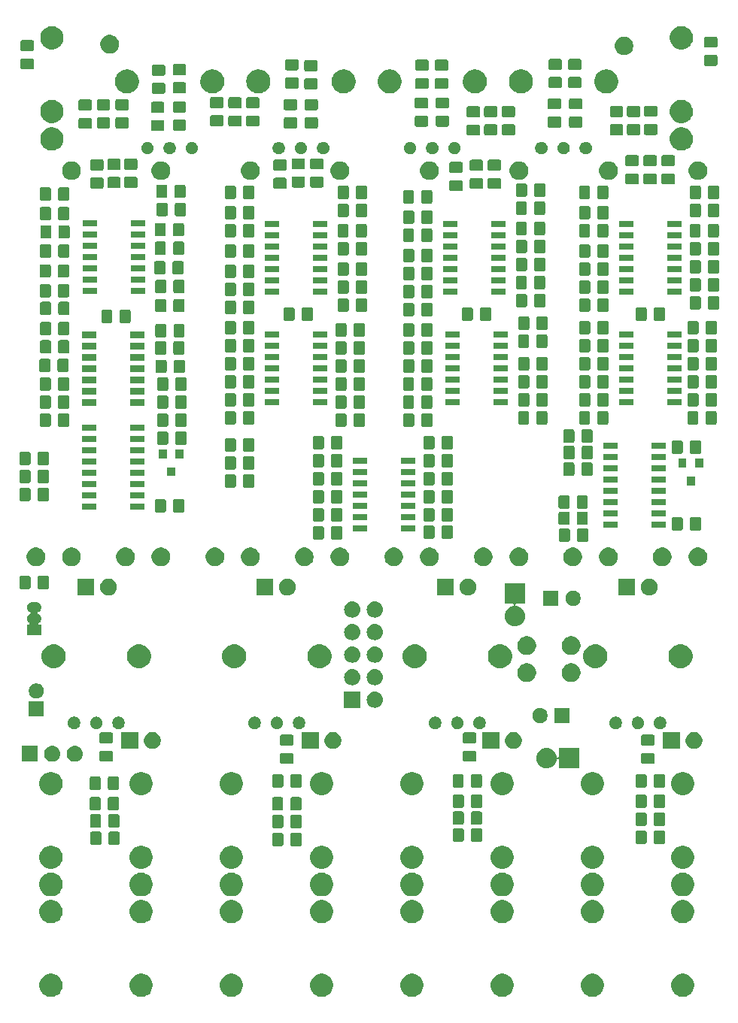
<source format=gbr>
%TF.GenerationSoftware,KiCad,Pcbnew,(5.0.1)-3*%
%TF.CreationDate,2020-04-13T21:00:07+01:00*%
%TF.ProjectId,pcb,7063622E6B696361645F706362000000,rev?*%
%TF.SameCoordinates,Original*%
%TF.FileFunction,Soldermask,Bot*%
%TF.FilePolarity,Negative*%
%FSLAX46Y46*%
G04 Gerber Fmt 4.6, Leading zero omitted, Abs format (unit mm)*
G04 Created by KiCad (PCBNEW (5.0.1)-3) date 13/04/2020 21:00:07*
%MOMM*%
%LPD*%
G01*
G04 APERTURE LIST*
%ADD10C,0.400000*%
G04 APERTURE END LIST*
D10*
G36*
X88879485Y-119568996D02*
X88879487Y-119568997D01*
X88879488Y-119568997D01*
X89116255Y-119667069D01*
X89329342Y-119809449D01*
X89510551Y-119990658D01*
X89652931Y-120203745D01*
X89751004Y-120440515D01*
X89801000Y-120691861D01*
X89801000Y-120948139D01*
X89751004Y-121199485D01*
X89652931Y-121436255D01*
X89510551Y-121649342D01*
X89329342Y-121830551D01*
X89329339Y-121830553D01*
X89116255Y-121972931D01*
X88879488Y-122071003D01*
X88879487Y-122071003D01*
X88879485Y-122071004D01*
X88628139Y-122121000D01*
X88371861Y-122121000D01*
X88120515Y-122071004D01*
X88120513Y-122071003D01*
X88120512Y-122071003D01*
X87883745Y-121972931D01*
X87670661Y-121830553D01*
X87670658Y-121830551D01*
X87489449Y-121649342D01*
X87347069Y-121436255D01*
X87248996Y-121199485D01*
X87199000Y-120948139D01*
X87199000Y-120691861D01*
X87248996Y-120440515D01*
X87347069Y-120203745D01*
X87489449Y-119990658D01*
X87670658Y-119809449D01*
X87883745Y-119667069D01*
X88120512Y-119568997D01*
X88120513Y-119568997D01*
X88120515Y-119568996D01*
X88371861Y-119519000D01*
X88628139Y-119519000D01*
X88879485Y-119568996D01*
X88879485Y-119568996D01*
G37*
G36*
X78722337Y-119568996D02*
X78722339Y-119568997D01*
X78722340Y-119568997D01*
X78959107Y-119667069D01*
X79172194Y-119809449D01*
X79353403Y-119990658D01*
X79495783Y-120203745D01*
X79593856Y-120440515D01*
X79643852Y-120691861D01*
X79643852Y-120948139D01*
X79593856Y-121199485D01*
X79495783Y-121436255D01*
X79353403Y-121649342D01*
X79172194Y-121830551D01*
X79172191Y-121830553D01*
X78959107Y-121972931D01*
X78722340Y-122071003D01*
X78722339Y-122071003D01*
X78722337Y-122071004D01*
X78470991Y-122121000D01*
X78214713Y-122121000D01*
X77963367Y-122071004D01*
X77963365Y-122071003D01*
X77963364Y-122071003D01*
X77726597Y-121972931D01*
X77513513Y-121830553D01*
X77513510Y-121830551D01*
X77332301Y-121649342D01*
X77189921Y-121436255D01*
X77091848Y-121199485D01*
X77041852Y-120948139D01*
X77041852Y-120691861D01*
X77091848Y-120440515D01*
X77189921Y-120203745D01*
X77332301Y-119990658D01*
X77513510Y-119809449D01*
X77726597Y-119667069D01*
X77963364Y-119568997D01*
X77963365Y-119568997D01*
X77963367Y-119568996D01*
X78214713Y-119519000D01*
X78470991Y-119519000D01*
X78722337Y-119568996D01*
X78722337Y-119568996D01*
G37*
G36*
X17779485Y-119568996D02*
X17779487Y-119568997D01*
X17779488Y-119568997D01*
X18016255Y-119667069D01*
X18229342Y-119809449D01*
X18410551Y-119990658D01*
X18552931Y-120203745D01*
X18651004Y-120440515D01*
X18701000Y-120691861D01*
X18701000Y-120948139D01*
X18651004Y-121199485D01*
X18552931Y-121436255D01*
X18410551Y-121649342D01*
X18229342Y-121830551D01*
X18229339Y-121830553D01*
X18016255Y-121972931D01*
X17779488Y-122071003D01*
X17779487Y-122071003D01*
X17779485Y-122071004D01*
X17528139Y-122121000D01*
X17271861Y-122121000D01*
X17020515Y-122071004D01*
X17020513Y-122071003D01*
X17020512Y-122071003D01*
X16783745Y-121972931D01*
X16570661Y-121830553D01*
X16570658Y-121830551D01*
X16389449Y-121649342D01*
X16247069Y-121436255D01*
X16148996Y-121199485D01*
X16099000Y-120948139D01*
X16099000Y-120691861D01*
X16148996Y-120440515D01*
X16247069Y-120203745D01*
X16389449Y-119990658D01*
X16570658Y-119809449D01*
X16783745Y-119667069D01*
X17020512Y-119568997D01*
X17020513Y-119568997D01*
X17020515Y-119568996D01*
X17271861Y-119519000D01*
X17528139Y-119519000D01*
X17779485Y-119568996D01*
X17779485Y-119568996D01*
G37*
G36*
X27936627Y-119568996D02*
X27936629Y-119568997D01*
X27936630Y-119568997D01*
X28173397Y-119667069D01*
X28386484Y-119809449D01*
X28567693Y-119990658D01*
X28710073Y-120203745D01*
X28808146Y-120440515D01*
X28858142Y-120691861D01*
X28858142Y-120948139D01*
X28808146Y-121199485D01*
X28710073Y-121436255D01*
X28567693Y-121649342D01*
X28386484Y-121830551D01*
X28386481Y-121830553D01*
X28173397Y-121972931D01*
X27936630Y-122071003D01*
X27936629Y-122071003D01*
X27936627Y-122071004D01*
X27685281Y-122121000D01*
X27429003Y-122121000D01*
X27177657Y-122071004D01*
X27177655Y-122071003D01*
X27177654Y-122071003D01*
X26940887Y-121972931D01*
X26727803Y-121830553D01*
X26727800Y-121830551D01*
X26546591Y-121649342D01*
X26404211Y-121436255D01*
X26306138Y-121199485D01*
X26256142Y-120948139D01*
X26256142Y-120691861D01*
X26306138Y-120440515D01*
X26404211Y-120203745D01*
X26546591Y-119990658D01*
X26727800Y-119809449D01*
X26940887Y-119667069D01*
X27177654Y-119568997D01*
X27177655Y-119568997D01*
X27177657Y-119568996D01*
X27429003Y-119519000D01*
X27685281Y-119519000D01*
X27936627Y-119568996D01*
X27936627Y-119568996D01*
G37*
G36*
X38093769Y-119568996D02*
X38093771Y-119568997D01*
X38093772Y-119568997D01*
X38330539Y-119667069D01*
X38543626Y-119809449D01*
X38724835Y-119990658D01*
X38867215Y-120203745D01*
X38965288Y-120440515D01*
X39015284Y-120691861D01*
X39015284Y-120948139D01*
X38965288Y-121199485D01*
X38867215Y-121436255D01*
X38724835Y-121649342D01*
X38543626Y-121830551D01*
X38543623Y-121830553D01*
X38330539Y-121972931D01*
X38093772Y-122071003D01*
X38093771Y-122071003D01*
X38093769Y-122071004D01*
X37842423Y-122121000D01*
X37586145Y-122121000D01*
X37334799Y-122071004D01*
X37334797Y-122071003D01*
X37334796Y-122071003D01*
X37098029Y-121972931D01*
X36884945Y-121830553D01*
X36884942Y-121830551D01*
X36703733Y-121649342D01*
X36561353Y-121436255D01*
X36463280Y-121199485D01*
X36413284Y-120948139D01*
X36413284Y-120691861D01*
X36463280Y-120440515D01*
X36561353Y-120203745D01*
X36703733Y-119990658D01*
X36884942Y-119809449D01*
X37098029Y-119667069D01*
X37334796Y-119568997D01*
X37334797Y-119568997D01*
X37334799Y-119568996D01*
X37586145Y-119519000D01*
X37842423Y-119519000D01*
X38093769Y-119568996D01*
X38093769Y-119568996D01*
G37*
G36*
X68565195Y-119568996D02*
X68565197Y-119568997D01*
X68565198Y-119568997D01*
X68801965Y-119667069D01*
X69015052Y-119809449D01*
X69196261Y-119990658D01*
X69338641Y-120203745D01*
X69436714Y-120440515D01*
X69486710Y-120691861D01*
X69486710Y-120948139D01*
X69436714Y-121199485D01*
X69338641Y-121436255D01*
X69196261Y-121649342D01*
X69015052Y-121830551D01*
X69015049Y-121830553D01*
X68801965Y-121972931D01*
X68565198Y-122071003D01*
X68565197Y-122071003D01*
X68565195Y-122071004D01*
X68313849Y-122121000D01*
X68057571Y-122121000D01*
X67806225Y-122071004D01*
X67806223Y-122071003D01*
X67806222Y-122071003D01*
X67569455Y-121972931D01*
X67356371Y-121830553D01*
X67356368Y-121830551D01*
X67175159Y-121649342D01*
X67032779Y-121436255D01*
X66934706Y-121199485D01*
X66884710Y-120948139D01*
X66884710Y-120691861D01*
X66934706Y-120440515D01*
X67032779Y-120203745D01*
X67175159Y-119990658D01*
X67356368Y-119809449D01*
X67569455Y-119667069D01*
X67806222Y-119568997D01*
X67806223Y-119568997D01*
X67806225Y-119568996D01*
X68057571Y-119519000D01*
X68313849Y-119519000D01*
X68565195Y-119568996D01*
X68565195Y-119568996D01*
G37*
G36*
X48250911Y-119568996D02*
X48250913Y-119568997D01*
X48250914Y-119568997D01*
X48487681Y-119667069D01*
X48700768Y-119809449D01*
X48881977Y-119990658D01*
X49024357Y-120203745D01*
X49122430Y-120440515D01*
X49172426Y-120691861D01*
X49172426Y-120948139D01*
X49122430Y-121199485D01*
X49024357Y-121436255D01*
X48881977Y-121649342D01*
X48700768Y-121830551D01*
X48700765Y-121830553D01*
X48487681Y-121972931D01*
X48250914Y-122071003D01*
X48250913Y-122071003D01*
X48250911Y-122071004D01*
X47999565Y-122121000D01*
X47743287Y-122121000D01*
X47491941Y-122071004D01*
X47491939Y-122071003D01*
X47491938Y-122071003D01*
X47255171Y-121972931D01*
X47042087Y-121830553D01*
X47042084Y-121830551D01*
X46860875Y-121649342D01*
X46718495Y-121436255D01*
X46620422Y-121199485D01*
X46570426Y-120948139D01*
X46570426Y-120691861D01*
X46620422Y-120440515D01*
X46718495Y-120203745D01*
X46860875Y-119990658D01*
X47042084Y-119809449D01*
X47255171Y-119667069D01*
X47491938Y-119568997D01*
X47491939Y-119568997D01*
X47491941Y-119568996D01*
X47743287Y-119519000D01*
X47999565Y-119519000D01*
X48250911Y-119568996D01*
X48250911Y-119568996D01*
G37*
G36*
X58408053Y-119568996D02*
X58408055Y-119568997D01*
X58408056Y-119568997D01*
X58644823Y-119667069D01*
X58857910Y-119809449D01*
X59039119Y-119990658D01*
X59181499Y-120203745D01*
X59279572Y-120440515D01*
X59329568Y-120691861D01*
X59329568Y-120948139D01*
X59279572Y-121199485D01*
X59181499Y-121436255D01*
X59039119Y-121649342D01*
X58857910Y-121830551D01*
X58857907Y-121830553D01*
X58644823Y-121972931D01*
X58408056Y-122071003D01*
X58408055Y-122071003D01*
X58408053Y-122071004D01*
X58156707Y-122121000D01*
X57900429Y-122121000D01*
X57649083Y-122071004D01*
X57649081Y-122071003D01*
X57649080Y-122071003D01*
X57412313Y-121972931D01*
X57199229Y-121830553D01*
X57199226Y-121830551D01*
X57018017Y-121649342D01*
X56875637Y-121436255D01*
X56777564Y-121199485D01*
X56727568Y-120948139D01*
X56727568Y-120691861D01*
X56777564Y-120440515D01*
X56875637Y-120203745D01*
X57018017Y-119990658D01*
X57199226Y-119809449D01*
X57412313Y-119667069D01*
X57649080Y-119568997D01*
X57649081Y-119568997D01*
X57649083Y-119568996D01*
X57900429Y-119519000D01*
X58156707Y-119519000D01*
X58408053Y-119568996D01*
X58408053Y-119568996D01*
G37*
G36*
X58408053Y-111268996D02*
X58408055Y-111268997D01*
X58408056Y-111268997D01*
X58644823Y-111367069D01*
X58857910Y-111509449D01*
X59039119Y-111690658D01*
X59181499Y-111903745D01*
X59279572Y-112140515D01*
X59329568Y-112391861D01*
X59329568Y-112648139D01*
X59279572Y-112899485D01*
X59181499Y-113136255D01*
X59039119Y-113349342D01*
X58857910Y-113530551D01*
X58857907Y-113530553D01*
X58644823Y-113672931D01*
X58408056Y-113771003D01*
X58408055Y-113771003D01*
X58408053Y-113771004D01*
X58156707Y-113821000D01*
X57900429Y-113821000D01*
X57649083Y-113771004D01*
X57649081Y-113771003D01*
X57649080Y-113771003D01*
X57412313Y-113672931D01*
X57199229Y-113530553D01*
X57199226Y-113530551D01*
X57018017Y-113349342D01*
X56875637Y-113136255D01*
X56777564Y-112899485D01*
X56727568Y-112648139D01*
X56727568Y-112391861D01*
X56777564Y-112140515D01*
X56875637Y-111903745D01*
X57018017Y-111690658D01*
X57199226Y-111509449D01*
X57412313Y-111367069D01*
X57649080Y-111268997D01*
X57649081Y-111268997D01*
X57649083Y-111268996D01*
X57900429Y-111219000D01*
X58156707Y-111219000D01*
X58408053Y-111268996D01*
X58408053Y-111268996D01*
G37*
G36*
X17779485Y-111268996D02*
X17779487Y-111268997D01*
X17779488Y-111268997D01*
X18016255Y-111367069D01*
X18229342Y-111509449D01*
X18410551Y-111690658D01*
X18552931Y-111903745D01*
X18651004Y-112140515D01*
X18701000Y-112391861D01*
X18701000Y-112648139D01*
X18651004Y-112899485D01*
X18552931Y-113136255D01*
X18410551Y-113349342D01*
X18229342Y-113530551D01*
X18229339Y-113530553D01*
X18016255Y-113672931D01*
X17779488Y-113771003D01*
X17779487Y-113771003D01*
X17779485Y-113771004D01*
X17528139Y-113821000D01*
X17271861Y-113821000D01*
X17020515Y-113771004D01*
X17020513Y-113771003D01*
X17020512Y-113771003D01*
X16783745Y-113672931D01*
X16570661Y-113530553D01*
X16570658Y-113530551D01*
X16389449Y-113349342D01*
X16247069Y-113136255D01*
X16148996Y-112899485D01*
X16099000Y-112648139D01*
X16099000Y-112391861D01*
X16148996Y-112140515D01*
X16247069Y-111903745D01*
X16389449Y-111690658D01*
X16570658Y-111509449D01*
X16783745Y-111367069D01*
X17020512Y-111268997D01*
X17020513Y-111268997D01*
X17020515Y-111268996D01*
X17271861Y-111219000D01*
X17528139Y-111219000D01*
X17779485Y-111268996D01*
X17779485Y-111268996D01*
G37*
G36*
X27936627Y-111268996D02*
X27936629Y-111268997D01*
X27936630Y-111268997D01*
X28173397Y-111367069D01*
X28386484Y-111509449D01*
X28567693Y-111690658D01*
X28710073Y-111903745D01*
X28808146Y-112140515D01*
X28858142Y-112391861D01*
X28858142Y-112648139D01*
X28808146Y-112899485D01*
X28710073Y-113136255D01*
X28567693Y-113349342D01*
X28386484Y-113530551D01*
X28386481Y-113530553D01*
X28173397Y-113672931D01*
X27936630Y-113771003D01*
X27936629Y-113771003D01*
X27936627Y-113771004D01*
X27685281Y-113821000D01*
X27429003Y-113821000D01*
X27177657Y-113771004D01*
X27177655Y-113771003D01*
X27177654Y-113771003D01*
X26940887Y-113672931D01*
X26727803Y-113530553D01*
X26727800Y-113530551D01*
X26546591Y-113349342D01*
X26404211Y-113136255D01*
X26306138Y-112899485D01*
X26256142Y-112648139D01*
X26256142Y-112391861D01*
X26306138Y-112140515D01*
X26404211Y-111903745D01*
X26546591Y-111690658D01*
X26727800Y-111509449D01*
X26940887Y-111367069D01*
X27177654Y-111268997D01*
X27177655Y-111268997D01*
X27177657Y-111268996D01*
X27429003Y-111219000D01*
X27685281Y-111219000D01*
X27936627Y-111268996D01*
X27936627Y-111268996D01*
G37*
G36*
X88879485Y-111268996D02*
X88879487Y-111268997D01*
X88879488Y-111268997D01*
X89116255Y-111367069D01*
X89329342Y-111509449D01*
X89510551Y-111690658D01*
X89652931Y-111903745D01*
X89751004Y-112140515D01*
X89801000Y-112391861D01*
X89801000Y-112648139D01*
X89751004Y-112899485D01*
X89652931Y-113136255D01*
X89510551Y-113349342D01*
X89329342Y-113530551D01*
X89329339Y-113530553D01*
X89116255Y-113672931D01*
X88879488Y-113771003D01*
X88879487Y-113771003D01*
X88879485Y-113771004D01*
X88628139Y-113821000D01*
X88371861Y-113821000D01*
X88120515Y-113771004D01*
X88120513Y-113771003D01*
X88120512Y-113771003D01*
X87883745Y-113672931D01*
X87670661Y-113530553D01*
X87670658Y-113530551D01*
X87489449Y-113349342D01*
X87347069Y-113136255D01*
X87248996Y-112899485D01*
X87199000Y-112648139D01*
X87199000Y-112391861D01*
X87248996Y-112140515D01*
X87347069Y-111903745D01*
X87489449Y-111690658D01*
X87670658Y-111509449D01*
X87883745Y-111367069D01*
X88120512Y-111268997D01*
X88120513Y-111268997D01*
X88120515Y-111268996D01*
X88371861Y-111219000D01*
X88628139Y-111219000D01*
X88879485Y-111268996D01*
X88879485Y-111268996D01*
G37*
G36*
X48250911Y-111268996D02*
X48250913Y-111268997D01*
X48250914Y-111268997D01*
X48487681Y-111367069D01*
X48700768Y-111509449D01*
X48881977Y-111690658D01*
X49024357Y-111903745D01*
X49122430Y-112140515D01*
X49172426Y-112391861D01*
X49172426Y-112648139D01*
X49122430Y-112899485D01*
X49024357Y-113136255D01*
X48881977Y-113349342D01*
X48700768Y-113530551D01*
X48700765Y-113530553D01*
X48487681Y-113672931D01*
X48250914Y-113771003D01*
X48250913Y-113771003D01*
X48250911Y-113771004D01*
X47999565Y-113821000D01*
X47743287Y-113821000D01*
X47491941Y-113771004D01*
X47491939Y-113771003D01*
X47491938Y-113771003D01*
X47255171Y-113672931D01*
X47042087Y-113530553D01*
X47042084Y-113530551D01*
X46860875Y-113349342D01*
X46718495Y-113136255D01*
X46620422Y-112899485D01*
X46570426Y-112648139D01*
X46570426Y-112391861D01*
X46620422Y-112140515D01*
X46718495Y-111903745D01*
X46860875Y-111690658D01*
X47042084Y-111509449D01*
X47255171Y-111367069D01*
X47491938Y-111268997D01*
X47491939Y-111268997D01*
X47491941Y-111268996D01*
X47743287Y-111219000D01*
X47999565Y-111219000D01*
X48250911Y-111268996D01*
X48250911Y-111268996D01*
G37*
G36*
X78722337Y-111268996D02*
X78722339Y-111268997D01*
X78722340Y-111268997D01*
X78959107Y-111367069D01*
X79172194Y-111509449D01*
X79353403Y-111690658D01*
X79495783Y-111903745D01*
X79593856Y-112140515D01*
X79643852Y-112391861D01*
X79643852Y-112648139D01*
X79593856Y-112899485D01*
X79495783Y-113136255D01*
X79353403Y-113349342D01*
X79172194Y-113530551D01*
X79172191Y-113530553D01*
X78959107Y-113672931D01*
X78722340Y-113771003D01*
X78722339Y-113771003D01*
X78722337Y-113771004D01*
X78470991Y-113821000D01*
X78214713Y-113821000D01*
X77963367Y-113771004D01*
X77963365Y-113771003D01*
X77963364Y-113771003D01*
X77726597Y-113672931D01*
X77513513Y-113530553D01*
X77513510Y-113530551D01*
X77332301Y-113349342D01*
X77189921Y-113136255D01*
X77091848Y-112899485D01*
X77041852Y-112648139D01*
X77041852Y-112391861D01*
X77091848Y-112140515D01*
X77189921Y-111903745D01*
X77332301Y-111690658D01*
X77513510Y-111509449D01*
X77726597Y-111367069D01*
X77963364Y-111268997D01*
X77963365Y-111268997D01*
X77963367Y-111268996D01*
X78214713Y-111219000D01*
X78470991Y-111219000D01*
X78722337Y-111268996D01*
X78722337Y-111268996D01*
G37*
G36*
X68565195Y-111268996D02*
X68565197Y-111268997D01*
X68565198Y-111268997D01*
X68801965Y-111367069D01*
X69015052Y-111509449D01*
X69196261Y-111690658D01*
X69338641Y-111903745D01*
X69436714Y-112140515D01*
X69486710Y-112391861D01*
X69486710Y-112648139D01*
X69436714Y-112899485D01*
X69338641Y-113136255D01*
X69196261Y-113349342D01*
X69015052Y-113530551D01*
X69015049Y-113530553D01*
X68801965Y-113672931D01*
X68565198Y-113771003D01*
X68565197Y-113771003D01*
X68565195Y-113771004D01*
X68313849Y-113821000D01*
X68057571Y-113821000D01*
X67806225Y-113771004D01*
X67806223Y-113771003D01*
X67806222Y-113771003D01*
X67569455Y-113672931D01*
X67356371Y-113530553D01*
X67356368Y-113530551D01*
X67175159Y-113349342D01*
X67032779Y-113136255D01*
X66934706Y-112899485D01*
X66884710Y-112648139D01*
X66884710Y-112391861D01*
X66934706Y-112140515D01*
X67032779Y-111903745D01*
X67175159Y-111690658D01*
X67356368Y-111509449D01*
X67569455Y-111367069D01*
X67806222Y-111268997D01*
X67806223Y-111268997D01*
X67806225Y-111268996D01*
X68057571Y-111219000D01*
X68313849Y-111219000D01*
X68565195Y-111268996D01*
X68565195Y-111268996D01*
G37*
G36*
X38093769Y-111268996D02*
X38093771Y-111268997D01*
X38093772Y-111268997D01*
X38330539Y-111367069D01*
X38543626Y-111509449D01*
X38724835Y-111690658D01*
X38867215Y-111903745D01*
X38965288Y-112140515D01*
X39015284Y-112391861D01*
X39015284Y-112648139D01*
X38965288Y-112899485D01*
X38867215Y-113136255D01*
X38724835Y-113349342D01*
X38543626Y-113530551D01*
X38543623Y-113530553D01*
X38330539Y-113672931D01*
X38093772Y-113771003D01*
X38093771Y-113771003D01*
X38093769Y-113771004D01*
X37842423Y-113821000D01*
X37586145Y-113821000D01*
X37334799Y-113771004D01*
X37334797Y-113771003D01*
X37334796Y-113771003D01*
X37098029Y-113672931D01*
X36884945Y-113530553D01*
X36884942Y-113530551D01*
X36703733Y-113349342D01*
X36561353Y-113136255D01*
X36463280Y-112899485D01*
X36413284Y-112648139D01*
X36413284Y-112391861D01*
X36463280Y-112140515D01*
X36561353Y-111903745D01*
X36703733Y-111690658D01*
X36884942Y-111509449D01*
X37098029Y-111367069D01*
X37334796Y-111268997D01*
X37334797Y-111268997D01*
X37334799Y-111268996D01*
X37586145Y-111219000D01*
X37842423Y-111219000D01*
X38093769Y-111268996D01*
X38093769Y-111268996D01*
G37*
G36*
X88879485Y-108168996D02*
X88879487Y-108168997D01*
X88879488Y-108168997D01*
X88903637Y-108179000D01*
X89116255Y-108267069D01*
X89329342Y-108409449D01*
X89510551Y-108590658D01*
X89652931Y-108803745D01*
X89751004Y-109040515D01*
X89801000Y-109291861D01*
X89801000Y-109608139D01*
X89751004Y-109859485D01*
X89652931Y-110096255D01*
X89510551Y-110309342D01*
X89329342Y-110490551D01*
X89329339Y-110490553D01*
X89116255Y-110632931D01*
X88879488Y-110731003D01*
X88879487Y-110731003D01*
X88879485Y-110731004D01*
X88628139Y-110781000D01*
X88371861Y-110781000D01*
X88120515Y-110731004D01*
X88120513Y-110731003D01*
X88120512Y-110731003D01*
X87883745Y-110632931D01*
X87670661Y-110490553D01*
X87670658Y-110490551D01*
X87489449Y-110309342D01*
X87347069Y-110096255D01*
X87248996Y-109859485D01*
X87199000Y-109608139D01*
X87199000Y-109291861D01*
X87248996Y-109040515D01*
X87347069Y-108803745D01*
X87489449Y-108590658D01*
X87670658Y-108409449D01*
X87883745Y-108267069D01*
X88096363Y-108179000D01*
X88120512Y-108168997D01*
X88120513Y-108168997D01*
X88120515Y-108168996D01*
X88371861Y-108119000D01*
X88628139Y-108119000D01*
X88879485Y-108168996D01*
X88879485Y-108168996D01*
G37*
G36*
X48250911Y-108168996D02*
X48250913Y-108168997D01*
X48250914Y-108168997D01*
X48275063Y-108179000D01*
X48487681Y-108267069D01*
X48700768Y-108409449D01*
X48881977Y-108590658D01*
X49024357Y-108803745D01*
X49122430Y-109040515D01*
X49172426Y-109291861D01*
X49172426Y-109608139D01*
X49122430Y-109859485D01*
X49024357Y-110096255D01*
X48881977Y-110309342D01*
X48700768Y-110490551D01*
X48700765Y-110490553D01*
X48487681Y-110632931D01*
X48250914Y-110731003D01*
X48250913Y-110731003D01*
X48250911Y-110731004D01*
X47999565Y-110781000D01*
X47743287Y-110781000D01*
X47491941Y-110731004D01*
X47491939Y-110731003D01*
X47491938Y-110731003D01*
X47255171Y-110632931D01*
X47042087Y-110490553D01*
X47042084Y-110490551D01*
X46860875Y-110309342D01*
X46718495Y-110096255D01*
X46620422Y-109859485D01*
X46570426Y-109608139D01*
X46570426Y-109291861D01*
X46620422Y-109040515D01*
X46718495Y-108803745D01*
X46860875Y-108590658D01*
X47042084Y-108409449D01*
X47255171Y-108267069D01*
X47467789Y-108179000D01*
X47491938Y-108168997D01*
X47491939Y-108168997D01*
X47491941Y-108168996D01*
X47743287Y-108119000D01*
X47999565Y-108119000D01*
X48250911Y-108168996D01*
X48250911Y-108168996D01*
G37*
G36*
X17779485Y-108168996D02*
X17779487Y-108168997D01*
X17779488Y-108168997D01*
X17803637Y-108179000D01*
X18016255Y-108267069D01*
X18229342Y-108409449D01*
X18410551Y-108590658D01*
X18552931Y-108803745D01*
X18651004Y-109040515D01*
X18701000Y-109291861D01*
X18701000Y-109608139D01*
X18651004Y-109859485D01*
X18552931Y-110096255D01*
X18410551Y-110309342D01*
X18229342Y-110490551D01*
X18229339Y-110490553D01*
X18016255Y-110632931D01*
X17779488Y-110731003D01*
X17779487Y-110731003D01*
X17779485Y-110731004D01*
X17528139Y-110781000D01*
X17271861Y-110781000D01*
X17020515Y-110731004D01*
X17020513Y-110731003D01*
X17020512Y-110731003D01*
X16783745Y-110632931D01*
X16570661Y-110490553D01*
X16570658Y-110490551D01*
X16389449Y-110309342D01*
X16247069Y-110096255D01*
X16148996Y-109859485D01*
X16099000Y-109608139D01*
X16099000Y-109291861D01*
X16148996Y-109040515D01*
X16247069Y-108803745D01*
X16389449Y-108590658D01*
X16570658Y-108409449D01*
X16783745Y-108267069D01*
X16996363Y-108179000D01*
X17020512Y-108168997D01*
X17020513Y-108168997D01*
X17020515Y-108168996D01*
X17271861Y-108119000D01*
X17528139Y-108119000D01*
X17779485Y-108168996D01*
X17779485Y-108168996D01*
G37*
G36*
X38093769Y-108168996D02*
X38093771Y-108168997D01*
X38093772Y-108168997D01*
X38117921Y-108179000D01*
X38330539Y-108267069D01*
X38543626Y-108409449D01*
X38724835Y-108590658D01*
X38867215Y-108803745D01*
X38965288Y-109040515D01*
X39015284Y-109291861D01*
X39015284Y-109608139D01*
X38965288Y-109859485D01*
X38867215Y-110096255D01*
X38724835Y-110309342D01*
X38543626Y-110490551D01*
X38543623Y-110490553D01*
X38330539Y-110632931D01*
X38093772Y-110731003D01*
X38093771Y-110731003D01*
X38093769Y-110731004D01*
X37842423Y-110781000D01*
X37586145Y-110781000D01*
X37334799Y-110731004D01*
X37334797Y-110731003D01*
X37334796Y-110731003D01*
X37098029Y-110632931D01*
X36884945Y-110490553D01*
X36884942Y-110490551D01*
X36703733Y-110309342D01*
X36561353Y-110096255D01*
X36463280Y-109859485D01*
X36413284Y-109608139D01*
X36413284Y-109291861D01*
X36463280Y-109040515D01*
X36561353Y-108803745D01*
X36703733Y-108590658D01*
X36884942Y-108409449D01*
X37098029Y-108267069D01*
X37310647Y-108179000D01*
X37334796Y-108168997D01*
X37334797Y-108168997D01*
X37334799Y-108168996D01*
X37586145Y-108119000D01*
X37842423Y-108119000D01*
X38093769Y-108168996D01*
X38093769Y-108168996D01*
G37*
G36*
X58408053Y-108168996D02*
X58408055Y-108168997D01*
X58408056Y-108168997D01*
X58432205Y-108179000D01*
X58644823Y-108267069D01*
X58857910Y-108409449D01*
X59039119Y-108590658D01*
X59181499Y-108803745D01*
X59279572Y-109040515D01*
X59329568Y-109291861D01*
X59329568Y-109608139D01*
X59279572Y-109859485D01*
X59181499Y-110096255D01*
X59039119Y-110309342D01*
X58857910Y-110490551D01*
X58857907Y-110490553D01*
X58644823Y-110632931D01*
X58408056Y-110731003D01*
X58408055Y-110731003D01*
X58408053Y-110731004D01*
X58156707Y-110781000D01*
X57900429Y-110781000D01*
X57649083Y-110731004D01*
X57649081Y-110731003D01*
X57649080Y-110731003D01*
X57412313Y-110632931D01*
X57199229Y-110490553D01*
X57199226Y-110490551D01*
X57018017Y-110309342D01*
X56875637Y-110096255D01*
X56777564Y-109859485D01*
X56727568Y-109608139D01*
X56727568Y-109291861D01*
X56777564Y-109040515D01*
X56875637Y-108803745D01*
X57018017Y-108590658D01*
X57199226Y-108409449D01*
X57412313Y-108267069D01*
X57624931Y-108179000D01*
X57649080Y-108168997D01*
X57649081Y-108168997D01*
X57649083Y-108168996D01*
X57900429Y-108119000D01*
X58156707Y-108119000D01*
X58408053Y-108168996D01*
X58408053Y-108168996D01*
G37*
G36*
X27936627Y-108168996D02*
X27936629Y-108168997D01*
X27936630Y-108168997D01*
X27960779Y-108179000D01*
X28173397Y-108267069D01*
X28386484Y-108409449D01*
X28567693Y-108590658D01*
X28710073Y-108803745D01*
X28808146Y-109040515D01*
X28858142Y-109291861D01*
X28858142Y-109608139D01*
X28808146Y-109859485D01*
X28710073Y-110096255D01*
X28567693Y-110309342D01*
X28386484Y-110490551D01*
X28386481Y-110490553D01*
X28173397Y-110632931D01*
X27936630Y-110731003D01*
X27936629Y-110731003D01*
X27936627Y-110731004D01*
X27685281Y-110781000D01*
X27429003Y-110781000D01*
X27177657Y-110731004D01*
X27177655Y-110731003D01*
X27177654Y-110731003D01*
X26940887Y-110632931D01*
X26727803Y-110490553D01*
X26727800Y-110490551D01*
X26546591Y-110309342D01*
X26404211Y-110096255D01*
X26306138Y-109859485D01*
X26256142Y-109608139D01*
X26256142Y-109291861D01*
X26306138Y-109040515D01*
X26404211Y-108803745D01*
X26546591Y-108590658D01*
X26727800Y-108409449D01*
X26940887Y-108267069D01*
X27153505Y-108179000D01*
X27177654Y-108168997D01*
X27177655Y-108168997D01*
X27177657Y-108168996D01*
X27429003Y-108119000D01*
X27685281Y-108119000D01*
X27936627Y-108168996D01*
X27936627Y-108168996D01*
G37*
G36*
X68565195Y-108168996D02*
X68565197Y-108168997D01*
X68565198Y-108168997D01*
X68589347Y-108179000D01*
X68801965Y-108267069D01*
X69015052Y-108409449D01*
X69196261Y-108590658D01*
X69338641Y-108803745D01*
X69436714Y-109040515D01*
X69486710Y-109291861D01*
X69486710Y-109608139D01*
X69436714Y-109859485D01*
X69338641Y-110096255D01*
X69196261Y-110309342D01*
X69015052Y-110490551D01*
X69015049Y-110490553D01*
X68801965Y-110632931D01*
X68565198Y-110731003D01*
X68565197Y-110731003D01*
X68565195Y-110731004D01*
X68313849Y-110781000D01*
X68057571Y-110781000D01*
X67806225Y-110731004D01*
X67806223Y-110731003D01*
X67806222Y-110731003D01*
X67569455Y-110632931D01*
X67356371Y-110490553D01*
X67356368Y-110490551D01*
X67175159Y-110309342D01*
X67032779Y-110096255D01*
X66934706Y-109859485D01*
X66884710Y-109608139D01*
X66884710Y-109291861D01*
X66934706Y-109040515D01*
X67032779Y-108803745D01*
X67175159Y-108590658D01*
X67356368Y-108409449D01*
X67569455Y-108267069D01*
X67782073Y-108179000D01*
X67806222Y-108168997D01*
X67806223Y-108168997D01*
X67806225Y-108168996D01*
X68057571Y-108119000D01*
X68313849Y-108119000D01*
X68565195Y-108168996D01*
X68565195Y-108168996D01*
G37*
G36*
X78722337Y-108168996D02*
X78722339Y-108168997D01*
X78722340Y-108168997D01*
X78746489Y-108179000D01*
X78959107Y-108267069D01*
X79172194Y-108409449D01*
X79353403Y-108590658D01*
X79495783Y-108803745D01*
X79593856Y-109040515D01*
X79643852Y-109291861D01*
X79643852Y-109608139D01*
X79593856Y-109859485D01*
X79495783Y-110096255D01*
X79353403Y-110309342D01*
X79172194Y-110490551D01*
X79172191Y-110490553D01*
X78959107Y-110632931D01*
X78722340Y-110731003D01*
X78722339Y-110731003D01*
X78722337Y-110731004D01*
X78470991Y-110781000D01*
X78214713Y-110781000D01*
X77963367Y-110731004D01*
X77963365Y-110731003D01*
X77963364Y-110731003D01*
X77726597Y-110632931D01*
X77513513Y-110490553D01*
X77513510Y-110490551D01*
X77332301Y-110309342D01*
X77189921Y-110096255D01*
X77091848Y-109859485D01*
X77041852Y-109608139D01*
X77041852Y-109291861D01*
X77091848Y-109040515D01*
X77189921Y-108803745D01*
X77332301Y-108590658D01*
X77513510Y-108409449D01*
X77726597Y-108267069D01*
X77939215Y-108179000D01*
X77963364Y-108168997D01*
X77963365Y-108168997D01*
X77963367Y-108168996D01*
X78214713Y-108119000D01*
X78470991Y-108119000D01*
X78722337Y-108168996D01*
X78722337Y-108168996D01*
G37*
G36*
X27936627Y-105128996D02*
X27936629Y-105128997D01*
X27936630Y-105128997D01*
X28173397Y-105227069D01*
X28386484Y-105369449D01*
X28567693Y-105550658D01*
X28710073Y-105763745D01*
X28808146Y-106000515D01*
X28858142Y-106251861D01*
X28858142Y-106508139D01*
X28808146Y-106759485D01*
X28710073Y-106996255D01*
X28567693Y-107209342D01*
X28386484Y-107390551D01*
X28386481Y-107390553D01*
X28173397Y-107532931D01*
X27936630Y-107631003D01*
X27936629Y-107631003D01*
X27936627Y-107631004D01*
X27685281Y-107681000D01*
X27429003Y-107681000D01*
X27177657Y-107631004D01*
X27177655Y-107631003D01*
X27177654Y-107631003D01*
X26940887Y-107532931D01*
X26727803Y-107390553D01*
X26727800Y-107390551D01*
X26546591Y-107209342D01*
X26404211Y-106996255D01*
X26306138Y-106759485D01*
X26256142Y-106508139D01*
X26256142Y-106251861D01*
X26306138Y-106000515D01*
X26404211Y-105763745D01*
X26546591Y-105550658D01*
X26727800Y-105369449D01*
X26940887Y-105227069D01*
X27177654Y-105128997D01*
X27177655Y-105128997D01*
X27177657Y-105128996D01*
X27429003Y-105079000D01*
X27685281Y-105079000D01*
X27936627Y-105128996D01*
X27936627Y-105128996D01*
G37*
G36*
X38093769Y-105128996D02*
X38093771Y-105128997D01*
X38093772Y-105128997D01*
X38330539Y-105227069D01*
X38543626Y-105369449D01*
X38724835Y-105550658D01*
X38867215Y-105763745D01*
X38965288Y-106000515D01*
X39015284Y-106251861D01*
X39015284Y-106508139D01*
X38965288Y-106759485D01*
X38867215Y-106996255D01*
X38724835Y-107209342D01*
X38543626Y-107390551D01*
X38543623Y-107390553D01*
X38330539Y-107532931D01*
X38093772Y-107631003D01*
X38093771Y-107631003D01*
X38093769Y-107631004D01*
X37842423Y-107681000D01*
X37586145Y-107681000D01*
X37334799Y-107631004D01*
X37334797Y-107631003D01*
X37334796Y-107631003D01*
X37098029Y-107532931D01*
X36884945Y-107390553D01*
X36884942Y-107390551D01*
X36703733Y-107209342D01*
X36561353Y-106996255D01*
X36463280Y-106759485D01*
X36413284Y-106508139D01*
X36413284Y-106251861D01*
X36463280Y-106000515D01*
X36561353Y-105763745D01*
X36703733Y-105550658D01*
X36884942Y-105369449D01*
X37098029Y-105227069D01*
X37334796Y-105128997D01*
X37334797Y-105128997D01*
X37334799Y-105128996D01*
X37586145Y-105079000D01*
X37842423Y-105079000D01*
X38093769Y-105128996D01*
X38093769Y-105128996D01*
G37*
G36*
X48250911Y-105128996D02*
X48250913Y-105128997D01*
X48250914Y-105128997D01*
X48487681Y-105227069D01*
X48700768Y-105369449D01*
X48881977Y-105550658D01*
X49024357Y-105763745D01*
X49122430Y-106000515D01*
X49172426Y-106251861D01*
X49172426Y-106508139D01*
X49122430Y-106759485D01*
X49024357Y-106996255D01*
X48881977Y-107209342D01*
X48700768Y-107390551D01*
X48700765Y-107390553D01*
X48487681Y-107532931D01*
X48250914Y-107631003D01*
X48250913Y-107631003D01*
X48250911Y-107631004D01*
X47999565Y-107681000D01*
X47743287Y-107681000D01*
X47491941Y-107631004D01*
X47491939Y-107631003D01*
X47491938Y-107631003D01*
X47255171Y-107532931D01*
X47042087Y-107390553D01*
X47042084Y-107390551D01*
X46860875Y-107209342D01*
X46718495Y-106996255D01*
X46620422Y-106759485D01*
X46570426Y-106508139D01*
X46570426Y-106251861D01*
X46620422Y-106000515D01*
X46718495Y-105763745D01*
X46860875Y-105550658D01*
X47042084Y-105369449D01*
X47255171Y-105227069D01*
X47491938Y-105128997D01*
X47491939Y-105128997D01*
X47491941Y-105128996D01*
X47743287Y-105079000D01*
X47999565Y-105079000D01*
X48250911Y-105128996D01*
X48250911Y-105128996D01*
G37*
G36*
X58408053Y-105128996D02*
X58408055Y-105128997D01*
X58408056Y-105128997D01*
X58644823Y-105227069D01*
X58857910Y-105369449D01*
X59039119Y-105550658D01*
X59181499Y-105763745D01*
X59279572Y-106000515D01*
X59329568Y-106251861D01*
X59329568Y-106508139D01*
X59279572Y-106759485D01*
X59181499Y-106996255D01*
X59039119Y-107209342D01*
X58857910Y-107390551D01*
X58857907Y-107390553D01*
X58644823Y-107532931D01*
X58408056Y-107631003D01*
X58408055Y-107631003D01*
X58408053Y-107631004D01*
X58156707Y-107681000D01*
X57900429Y-107681000D01*
X57649083Y-107631004D01*
X57649081Y-107631003D01*
X57649080Y-107631003D01*
X57412313Y-107532931D01*
X57199229Y-107390553D01*
X57199226Y-107390551D01*
X57018017Y-107209342D01*
X56875637Y-106996255D01*
X56777564Y-106759485D01*
X56727568Y-106508139D01*
X56727568Y-106251861D01*
X56777564Y-106000515D01*
X56875637Y-105763745D01*
X57018017Y-105550658D01*
X57199226Y-105369449D01*
X57412313Y-105227069D01*
X57649080Y-105128997D01*
X57649081Y-105128997D01*
X57649083Y-105128996D01*
X57900429Y-105079000D01*
X58156707Y-105079000D01*
X58408053Y-105128996D01*
X58408053Y-105128996D01*
G37*
G36*
X78722337Y-105128996D02*
X78722339Y-105128997D01*
X78722340Y-105128997D01*
X78959107Y-105227069D01*
X79172194Y-105369449D01*
X79353403Y-105550658D01*
X79495783Y-105763745D01*
X79593856Y-106000515D01*
X79643852Y-106251861D01*
X79643852Y-106508139D01*
X79593856Y-106759485D01*
X79495783Y-106996255D01*
X79353403Y-107209342D01*
X79172194Y-107390551D01*
X79172191Y-107390553D01*
X78959107Y-107532931D01*
X78722340Y-107631003D01*
X78722339Y-107631003D01*
X78722337Y-107631004D01*
X78470991Y-107681000D01*
X78214713Y-107681000D01*
X77963367Y-107631004D01*
X77963365Y-107631003D01*
X77963364Y-107631003D01*
X77726597Y-107532931D01*
X77513513Y-107390553D01*
X77513510Y-107390551D01*
X77332301Y-107209342D01*
X77189921Y-106996255D01*
X77091848Y-106759485D01*
X77041852Y-106508139D01*
X77041852Y-106251861D01*
X77091848Y-106000515D01*
X77189921Y-105763745D01*
X77332301Y-105550658D01*
X77513510Y-105369449D01*
X77726597Y-105227069D01*
X77963364Y-105128997D01*
X77963365Y-105128997D01*
X77963367Y-105128996D01*
X78214713Y-105079000D01*
X78470991Y-105079000D01*
X78722337Y-105128996D01*
X78722337Y-105128996D01*
G37*
G36*
X88879485Y-105128996D02*
X88879487Y-105128997D01*
X88879488Y-105128997D01*
X89116255Y-105227069D01*
X89329342Y-105369449D01*
X89510551Y-105550658D01*
X89652931Y-105763745D01*
X89751004Y-106000515D01*
X89801000Y-106251861D01*
X89801000Y-106508139D01*
X89751004Y-106759485D01*
X89652931Y-106996255D01*
X89510551Y-107209342D01*
X89329342Y-107390551D01*
X89329339Y-107390553D01*
X89116255Y-107532931D01*
X88879488Y-107631003D01*
X88879487Y-107631003D01*
X88879485Y-107631004D01*
X88628139Y-107681000D01*
X88371861Y-107681000D01*
X88120515Y-107631004D01*
X88120513Y-107631003D01*
X88120512Y-107631003D01*
X87883745Y-107532931D01*
X87670661Y-107390553D01*
X87670658Y-107390551D01*
X87489449Y-107209342D01*
X87347069Y-106996255D01*
X87248996Y-106759485D01*
X87199000Y-106508139D01*
X87199000Y-106251861D01*
X87248996Y-106000515D01*
X87347069Y-105763745D01*
X87489449Y-105550658D01*
X87670658Y-105369449D01*
X87883745Y-105227069D01*
X88120512Y-105128997D01*
X88120513Y-105128997D01*
X88120515Y-105128996D01*
X88371861Y-105079000D01*
X88628139Y-105079000D01*
X88879485Y-105128996D01*
X88879485Y-105128996D01*
G37*
G36*
X17779485Y-105128996D02*
X17779487Y-105128997D01*
X17779488Y-105128997D01*
X18016255Y-105227069D01*
X18229342Y-105369449D01*
X18410551Y-105550658D01*
X18552931Y-105763745D01*
X18651004Y-106000515D01*
X18701000Y-106251861D01*
X18701000Y-106508139D01*
X18651004Y-106759485D01*
X18552931Y-106996255D01*
X18410551Y-107209342D01*
X18229342Y-107390551D01*
X18229339Y-107390553D01*
X18016255Y-107532931D01*
X17779488Y-107631003D01*
X17779487Y-107631003D01*
X17779485Y-107631004D01*
X17528139Y-107681000D01*
X17271861Y-107681000D01*
X17020515Y-107631004D01*
X17020513Y-107631003D01*
X17020512Y-107631003D01*
X16783745Y-107532931D01*
X16570661Y-107390553D01*
X16570658Y-107390551D01*
X16389449Y-107209342D01*
X16247069Y-106996255D01*
X16148996Y-106759485D01*
X16099000Y-106508139D01*
X16099000Y-106251861D01*
X16148996Y-106000515D01*
X16247069Y-105763745D01*
X16389449Y-105550658D01*
X16570658Y-105369449D01*
X16783745Y-105227069D01*
X17020512Y-105128997D01*
X17020513Y-105128997D01*
X17020515Y-105128996D01*
X17271861Y-105079000D01*
X17528139Y-105079000D01*
X17779485Y-105128996D01*
X17779485Y-105128996D01*
G37*
G36*
X68565195Y-105128996D02*
X68565197Y-105128997D01*
X68565198Y-105128997D01*
X68801965Y-105227069D01*
X69015052Y-105369449D01*
X69196261Y-105550658D01*
X69338641Y-105763745D01*
X69436714Y-106000515D01*
X69486710Y-106251861D01*
X69486710Y-106508139D01*
X69436714Y-106759485D01*
X69338641Y-106996255D01*
X69196261Y-107209342D01*
X69015052Y-107390551D01*
X69015049Y-107390553D01*
X68801965Y-107532931D01*
X68565198Y-107631003D01*
X68565197Y-107631003D01*
X68565195Y-107631004D01*
X68313849Y-107681000D01*
X68057571Y-107681000D01*
X67806225Y-107631004D01*
X67806223Y-107631003D01*
X67806222Y-107631003D01*
X67569455Y-107532931D01*
X67356371Y-107390553D01*
X67356368Y-107390551D01*
X67175159Y-107209342D01*
X67032779Y-106996255D01*
X66934706Y-106759485D01*
X66884710Y-106508139D01*
X66884710Y-106251861D01*
X66934706Y-106000515D01*
X67032779Y-105763745D01*
X67175159Y-105550658D01*
X67356368Y-105369449D01*
X67569455Y-105227069D01*
X67806222Y-105128997D01*
X67806223Y-105128997D01*
X67806225Y-105128996D01*
X68057571Y-105079000D01*
X68313849Y-105079000D01*
X68565195Y-105128996D01*
X68565195Y-105128996D01*
G37*
G36*
X45430677Y-103647465D02*
X45468364Y-103658898D01*
X45503103Y-103677466D01*
X45533548Y-103702452D01*
X45558534Y-103732897D01*
X45577102Y-103767636D01*
X45588535Y-103805323D01*
X45593000Y-103850661D01*
X45593000Y-104937339D01*
X45588535Y-104982677D01*
X45577102Y-105020364D01*
X45558534Y-105055103D01*
X45533548Y-105085548D01*
X45503103Y-105110534D01*
X45468364Y-105129102D01*
X45430677Y-105140535D01*
X45385339Y-105145000D01*
X44548661Y-105145000D01*
X44503323Y-105140535D01*
X44465636Y-105129102D01*
X44430897Y-105110534D01*
X44400452Y-105085548D01*
X44375466Y-105055103D01*
X44356898Y-105020364D01*
X44345465Y-104982677D01*
X44341000Y-104937339D01*
X44341000Y-103850661D01*
X44345465Y-103805323D01*
X44356898Y-103767636D01*
X44375466Y-103732897D01*
X44400452Y-103702452D01*
X44430897Y-103677466D01*
X44465636Y-103658898D01*
X44503323Y-103647465D01*
X44548661Y-103643000D01*
X45385339Y-103643000D01*
X45430677Y-103647465D01*
X45430677Y-103647465D01*
G37*
G36*
X43380677Y-103647465D02*
X43418364Y-103658898D01*
X43453103Y-103677466D01*
X43483548Y-103702452D01*
X43508534Y-103732897D01*
X43527102Y-103767636D01*
X43538535Y-103805323D01*
X43543000Y-103850661D01*
X43543000Y-104937339D01*
X43538535Y-104982677D01*
X43527102Y-105020364D01*
X43508534Y-105055103D01*
X43483548Y-105085548D01*
X43453103Y-105110534D01*
X43418364Y-105129102D01*
X43380677Y-105140535D01*
X43335339Y-105145000D01*
X42498661Y-105145000D01*
X42453323Y-105140535D01*
X42415636Y-105129102D01*
X42380897Y-105110534D01*
X42350452Y-105085548D01*
X42325466Y-105055103D01*
X42306898Y-105020364D01*
X42295465Y-104982677D01*
X42291000Y-104937339D01*
X42291000Y-103850661D01*
X42295465Y-103805323D01*
X42306898Y-103767636D01*
X42325466Y-103732897D01*
X42350452Y-103702452D01*
X42380897Y-103677466D01*
X42415636Y-103658898D01*
X42453323Y-103647465D01*
X42498661Y-103643000D01*
X43335339Y-103643000D01*
X43380677Y-103647465D01*
X43380677Y-103647465D01*
G37*
G36*
X24963677Y-103507465D02*
X25001364Y-103518898D01*
X25036103Y-103537466D01*
X25066548Y-103562452D01*
X25091534Y-103592897D01*
X25110102Y-103627636D01*
X25121535Y-103665323D01*
X25126000Y-103710661D01*
X25126000Y-104797339D01*
X25121535Y-104842677D01*
X25110102Y-104880364D01*
X25091534Y-104915103D01*
X25066548Y-104945548D01*
X25036103Y-104970534D01*
X25001364Y-104989102D01*
X24963677Y-105000535D01*
X24918339Y-105005000D01*
X24081661Y-105005000D01*
X24036323Y-105000535D01*
X23998636Y-104989102D01*
X23963897Y-104970534D01*
X23933452Y-104945548D01*
X23908466Y-104915103D01*
X23889898Y-104880364D01*
X23878465Y-104842677D01*
X23874000Y-104797339D01*
X23874000Y-103710661D01*
X23878465Y-103665323D01*
X23889898Y-103627636D01*
X23908466Y-103592897D01*
X23933452Y-103562452D01*
X23963897Y-103537466D01*
X23998636Y-103518898D01*
X24036323Y-103507465D01*
X24081661Y-103503000D01*
X24918339Y-103503000D01*
X24963677Y-103507465D01*
X24963677Y-103507465D01*
G37*
G36*
X22913677Y-103507465D02*
X22951364Y-103518898D01*
X22986103Y-103537466D01*
X23016548Y-103562452D01*
X23041534Y-103592897D01*
X23060102Y-103627636D01*
X23071535Y-103665323D01*
X23076000Y-103710661D01*
X23076000Y-104797339D01*
X23071535Y-104842677D01*
X23060102Y-104880364D01*
X23041534Y-104915103D01*
X23016548Y-104945548D01*
X22986103Y-104970534D01*
X22951364Y-104989102D01*
X22913677Y-105000535D01*
X22868339Y-105005000D01*
X22031661Y-105005000D01*
X21986323Y-105000535D01*
X21948636Y-104989102D01*
X21913897Y-104970534D01*
X21883452Y-104945548D01*
X21858466Y-104915103D01*
X21839898Y-104880364D01*
X21828465Y-104842677D01*
X21824000Y-104797339D01*
X21824000Y-103710661D01*
X21828465Y-103665323D01*
X21839898Y-103627636D01*
X21858466Y-103592897D01*
X21883452Y-103562452D01*
X21913897Y-103537466D01*
X21948636Y-103518898D01*
X21986323Y-103507465D01*
X22031661Y-103503000D01*
X22868339Y-103503000D01*
X22913677Y-103507465D01*
X22913677Y-103507465D01*
G37*
G36*
X84274677Y-103393465D02*
X84312364Y-103404898D01*
X84347103Y-103423466D01*
X84377548Y-103448452D01*
X84402534Y-103478897D01*
X84421102Y-103513636D01*
X84432535Y-103551323D01*
X84437000Y-103596661D01*
X84437000Y-104683339D01*
X84432535Y-104728677D01*
X84421102Y-104766364D01*
X84402534Y-104801103D01*
X84377548Y-104831548D01*
X84347103Y-104856534D01*
X84312364Y-104875102D01*
X84274677Y-104886535D01*
X84229339Y-104891000D01*
X83392661Y-104891000D01*
X83347323Y-104886535D01*
X83309636Y-104875102D01*
X83274897Y-104856534D01*
X83244452Y-104831548D01*
X83219466Y-104801103D01*
X83200898Y-104766364D01*
X83189465Y-104728677D01*
X83185000Y-104683339D01*
X83185000Y-103596661D01*
X83189465Y-103551323D01*
X83200898Y-103513636D01*
X83219466Y-103478897D01*
X83244452Y-103448452D01*
X83274897Y-103423466D01*
X83309636Y-103404898D01*
X83347323Y-103393465D01*
X83392661Y-103389000D01*
X84229339Y-103389000D01*
X84274677Y-103393465D01*
X84274677Y-103393465D01*
G37*
G36*
X86324677Y-103393465D02*
X86362364Y-103404898D01*
X86397103Y-103423466D01*
X86427548Y-103448452D01*
X86452534Y-103478897D01*
X86471102Y-103513636D01*
X86482535Y-103551323D01*
X86487000Y-103596661D01*
X86487000Y-104683339D01*
X86482535Y-104728677D01*
X86471102Y-104766364D01*
X86452534Y-104801103D01*
X86427548Y-104831548D01*
X86397103Y-104856534D01*
X86362364Y-104875102D01*
X86324677Y-104886535D01*
X86279339Y-104891000D01*
X85442661Y-104891000D01*
X85397323Y-104886535D01*
X85359636Y-104875102D01*
X85324897Y-104856534D01*
X85294452Y-104831548D01*
X85269466Y-104801103D01*
X85250898Y-104766364D01*
X85239465Y-104728677D01*
X85235000Y-104683339D01*
X85235000Y-103596661D01*
X85239465Y-103551323D01*
X85250898Y-103513636D01*
X85269466Y-103478897D01*
X85294452Y-103448452D01*
X85324897Y-103423466D01*
X85359636Y-103404898D01*
X85397323Y-103393465D01*
X85442661Y-103389000D01*
X86279339Y-103389000D01*
X86324677Y-103393465D01*
X86324677Y-103393465D01*
G37*
G36*
X63700677Y-103139465D02*
X63738364Y-103150898D01*
X63773103Y-103169466D01*
X63803548Y-103194452D01*
X63828534Y-103224897D01*
X63847102Y-103259636D01*
X63858535Y-103297323D01*
X63863000Y-103342661D01*
X63863000Y-104429339D01*
X63858535Y-104474677D01*
X63847102Y-104512364D01*
X63828534Y-104547103D01*
X63803548Y-104577548D01*
X63773103Y-104602534D01*
X63738364Y-104621102D01*
X63700677Y-104632535D01*
X63655339Y-104637000D01*
X62818661Y-104637000D01*
X62773323Y-104632535D01*
X62735636Y-104621102D01*
X62700897Y-104602534D01*
X62670452Y-104577548D01*
X62645466Y-104547103D01*
X62626898Y-104512364D01*
X62615465Y-104474677D01*
X62611000Y-104429339D01*
X62611000Y-103342661D01*
X62615465Y-103297323D01*
X62626898Y-103259636D01*
X62645466Y-103224897D01*
X62670452Y-103194452D01*
X62700897Y-103169466D01*
X62735636Y-103150898D01*
X62773323Y-103139465D01*
X62818661Y-103135000D01*
X63655339Y-103135000D01*
X63700677Y-103139465D01*
X63700677Y-103139465D01*
G37*
G36*
X65750677Y-103139465D02*
X65788364Y-103150898D01*
X65823103Y-103169466D01*
X65853548Y-103194452D01*
X65878534Y-103224897D01*
X65897102Y-103259636D01*
X65908535Y-103297323D01*
X65913000Y-103342661D01*
X65913000Y-104429339D01*
X65908535Y-104474677D01*
X65897102Y-104512364D01*
X65878534Y-104547103D01*
X65853548Y-104577548D01*
X65823103Y-104602534D01*
X65788364Y-104621102D01*
X65750677Y-104632535D01*
X65705339Y-104637000D01*
X64868661Y-104637000D01*
X64823323Y-104632535D01*
X64785636Y-104621102D01*
X64750897Y-104602534D01*
X64720452Y-104577548D01*
X64695466Y-104547103D01*
X64676898Y-104512364D01*
X64665465Y-104474677D01*
X64661000Y-104429339D01*
X64661000Y-103342661D01*
X64665465Y-103297323D01*
X64676898Y-103259636D01*
X64695466Y-103224897D01*
X64720452Y-103194452D01*
X64750897Y-103169466D01*
X64785636Y-103150898D01*
X64823323Y-103139465D01*
X64868661Y-103135000D01*
X65705339Y-103135000D01*
X65750677Y-103139465D01*
X65750677Y-103139465D01*
G37*
G36*
X45430677Y-101615465D02*
X45468364Y-101626898D01*
X45503103Y-101645466D01*
X45533548Y-101670452D01*
X45558534Y-101700897D01*
X45577102Y-101735636D01*
X45588535Y-101773323D01*
X45593000Y-101818661D01*
X45593000Y-102905339D01*
X45588535Y-102950677D01*
X45577102Y-102988364D01*
X45558534Y-103023103D01*
X45533548Y-103053548D01*
X45503103Y-103078534D01*
X45468364Y-103097102D01*
X45430677Y-103108535D01*
X45385339Y-103113000D01*
X44548661Y-103113000D01*
X44503323Y-103108535D01*
X44465636Y-103097102D01*
X44430897Y-103078534D01*
X44400452Y-103053548D01*
X44375466Y-103023103D01*
X44356898Y-102988364D01*
X44345465Y-102950677D01*
X44341000Y-102905339D01*
X44341000Y-101818661D01*
X44345465Y-101773323D01*
X44356898Y-101735636D01*
X44375466Y-101700897D01*
X44400452Y-101670452D01*
X44430897Y-101645466D01*
X44465636Y-101626898D01*
X44503323Y-101615465D01*
X44548661Y-101611000D01*
X45385339Y-101611000D01*
X45430677Y-101615465D01*
X45430677Y-101615465D01*
G37*
G36*
X43380677Y-101615465D02*
X43418364Y-101626898D01*
X43453103Y-101645466D01*
X43483548Y-101670452D01*
X43508534Y-101700897D01*
X43527102Y-101735636D01*
X43538535Y-101773323D01*
X43543000Y-101818661D01*
X43543000Y-102905339D01*
X43538535Y-102950677D01*
X43527102Y-102988364D01*
X43508534Y-103023103D01*
X43483548Y-103053548D01*
X43453103Y-103078534D01*
X43418364Y-103097102D01*
X43380677Y-103108535D01*
X43335339Y-103113000D01*
X42498661Y-103113000D01*
X42453323Y-103108535D01*
X42415636Y-103097102D01*
X42380897Y-103078534D01*
X42350452Y-103053548D01*
X42325466Y-103023103D01*
X42306898Y-102988364D01*
X42295465Y-102950677D01*
X42291000Y-102905339D01*
X42291000Y-101818661D01*
X42295465Y-101773323D01*
X42306898Y-101735636D01*
X42325466Y-101700897D01*
X42350452Y-101670452D01*
X42380897Y-101645466D01*
X42415636Y-101626898D01*
X42453323Y-101615465D01*
X42498661Y-101611000D01*
X43335339Y-101611000D01*
X43380677Y-101615465D01*
X43380677Y-101615465D01*
G37*
G36*
X22888677Y-101557465D02*
X22926364Y-101568898D01*
X22961103Y-101587466D01*
X22991548Y-101612452D01*
X23016534Y-101642897D01*
X23035102Y-101677636D01*
X23046535Y-101715323D01*
X23051000Y-101760661D01*
X23051000Y-102847339D01*
X23046535Y-102892677D01*
X23035102Y-102930364D01*
X23016534Y-102965103D01*
X22991548Y-102995548D01*
X22961103Y-103020534D01*
X22926364Y-103039102D01*
X22888677Y-103050535D01*
X22843339Y-103055000D01*
X22006661Y-103055000D01*
X21961323Y-103050535D01*
X21923636Y-103039102D01*
X21888897Y-103020534D01*
X21858452Y-102995548D01*
X21833466Y-102965103D01*
X21814898Y-102930364D01*
X21803465Y-102892677D01*
X21799000Y-102847339D01*
X21799000Y-101760661D01*
X21803465Y-101715323D01*
X21814898Y-101677636D01*
X21833466Y-101642897D01*
X21858452Y-101612452D01*
X21888897Y-101587466D01*
X21923636Y-101568898D01*
X21961323Y-101557465D01*
X22006661Y-101553000D01*
X22843339Y-101553000D01*
X22888677Y-101557465D01*
X22888677Y-101557465D01*
G37*
G36*
X24938677Y-101557465D02*
X24976364Y-101568898D01*
X25011103Y-101587466D01*
X25041548Y-101612452D01*
X25066534Y-101642897D01*
X25085102Y-101677636D01*
X25096535Y-101715323D01*
X25101000Y-101760661D01*
X25101000Y-102847339D01*
X25096535Y-102892677D01*
X25085102Y-102930364D01*
X25066534Y-102965103D01*
X25041548Y-102995548D01*
X25011103Y-103020534D01*
X24976364Y-103039102D01*
X24938677Y-103050535D01*
X24893339Y-103055000D01*
X24056661Y-103055000D01*
X24011323Y-103050535D01*
X23973636Y-103039102D01*
X23938897Y-103020534D01*
X23908452Y-102995548D01*
X23883466Y-102965103D01*
X23864898Y-102930364D01*
X23853465Y-102892677D01*
X23849000Y-102847339D01*
X23849000Y-101760661D01*
X23853465Y-101715323D01*
X23864898Y-101677636D01*
X23883466Y-101642897D01*
X23908452Y-101612452D01*
X23938897Y-101587466D01*
X23973636Y-101568898D01*
X24011323Y-101557465D01*
X24056661Y-101553000D01*
X24893339Y-101553000D01*
X24938677Y-101557465D01*
X24938677Y-101557465D01*
G37*
G36*
X84274677Y-101361465D02*
X84312364Y-101372898D01*
X84347103Y-101391466D01*
X84377548Y-101416452D01*
X84402534Y-101446897D01*
X84421102Y-101481636D01*
X84432535Y-101519323D01*
X84437000Y-101564661D01*
X84437000Y-102651339D01*
X84432535Y-102696677D01*
X84421102Y-102734364D01*
X84402534Y-102769103D01*
X84377548Y-102799548D01*
X84347103Y-102824534D01*
X84312364Y-102843102D01*
X84274677Y-102854535D01*
X84229339Y-102859000D01*
X83392661Y-102859000D01*
X83347323Y-102854535D01*
X83309636Y-102843102D01*
X83274897Y-102824534D01*
X83244452Y-102799548D01*
X83219466Y-102769103D01*
X83200898Y-102734364D01*
X83189465Y-102696677D01*
X83185000Y-102651339D01*
X83185000Y-101564661D01*
X83189465Y-101519323D01*
X83200898Y-101481636D01*
X83219466Y-101446897D01*
X83244452Y-101416452D01*
X83274897Y-101391466D01*
X83309636Y-101372898D01*
X83347323Y-101361465D01*
X83392661Y-101357000D01*
X84229339Y-101357000D01*
X84274677Y-101361465D01*
X84274677Y-101361465D01*
G37*
G36*
X86324677Y-101361465D02*
X86362364Y-101372898D01*
X86397103Y-101391466D01*
X86427548Y-101416452D01*
X86452534Y-101446897D01*
X86471102Y-101481636D01*
X86482535Y-101519323D01*
X86487000Y-101564661D01*
X86487000Y-102651339D01*
X86482535Y-102696677D01*
X86471102Y-102734364D01*
X86452534Y-102769103D01*
X86427548Y-102799548D01*
X86397103Y-102824534D01*
X86362364Y-102843102D01*
X86324677Y-102854535D01*
X86279339Y-102859000D01*
X85442661Y-102859000D01*
X85397323Y-102854535D01*
X85359636Y-102843102D01*
X85324897Y-102824534D01*
X85294452Y-102799548D01*
X85269466Y-102769103D01*
X85250898Y-102734364D01*
X85239465Y-102696677D01*
X85235000Y-102651339D01*
X85235000Y-101564661D01*
X85239465Y-101519323D01*
X85250898Y-101481636D01*
X85269466Y-101446897D01*
X85294452Y-101416452D01*
X85324897Y-101391466D01*
X85359636Y-101372898D01*
X85397323Y-101361465D01*
X85442661Y-101357000D01*
X86279339Y-101357000D01*
X86324677Y-101361465D01*
X86324677Y-101361465D01*
G37*
G36*
X65750677Y-101233002D02*
X65788364Y-101244435D01*
X65823103Y-101263003D01*
X65853548Y-101287989D01*
X65878534Y-101318434D01*
X65897102Y-101353173D01*
X65908535Y-101390860D01*
X65913000Y-101436198D01*
X65913000Y-102522876D01*
X65908535Y-102568214D01*
X65897102Y-102605901D01*
X65878534Y-102640640D01*
X65853548Y-102671085D01*
X65823103Y-102696071D01*
X65788364Y-102714639D01*
X65750677Y-102726072D01*
X65705339Y-102730537D01*
X64868661Y-102730537D01*
X64823323Y-102726072D01*
X64785636Y-102714639D01*
X64750897Y-102696071D01*
X64720452Y-102671085D01*
X64695466Y-102640640D01*
X64676898Y-102605901D01*
X64665465Y-102568214D01*
X64661000Y-102522876D01*
X64661000Y-101436198D01*
X64665465Y-101390860D01*
X64676898Y-101353173D01*
X64695466Y-101318434D01*
X64720452Y-101287989D01*
X64750897Y-101263003D01*
X64785636Y-101244435D01*
X64823323Y-101233002D01*
X64868661Y-101228537D01*
X65705339Y-101228537D01*
X65750677Y-101233002D01*
X65750677Y-101233002D01*
G37*
G36*
X63700677Y-101233002D02*
X63738364Y-101244435D01*
X63773103Y-101263003D01*
X63803548Y-101287989D01*
X63828534Y-101318434D01*
X63847102Y-101353173D01*
X63858535Y-101390860D01*
X63863000Y-101436198D01*
X63863000Y-102522876D01*
X63858535Y-102568214D01*
X63847102Y-102605901D01*
X63828534Y-102640640D01*
X63803548Y-102671085D01*
X63773103Y-102696071D01*
X63738364Y-102714639D01*
X63700677Y-102726072D01*
X63655339Y-102730537D01*
X62818661Y-102730537D01*
X62773323Y-102726072D01*
X62735636Y-102714639D01*
X62700897Y-102696071D01*
X62670452Y-102671085D01*
X62645466Y-102640640D01*
X62626898Y-102605901D01*
X62615465Y-102568214D01*
X62611000Y-102522876D01*
X62611000Y-101436198D01*
X62615465Y-101390860D01*
X62626898Y-101353173D01*
X62645466Y-101318434D01*
X62670452Y-101287989D01*
X62700897Y-101263003D01*
X62735636Y-101244435D01*
X62773323Y-101233002D01*
X62818661Y-101228537D01*
X63655339Y-101228537D01*
X63700677Y-101233002D01*
X63700677Y-101233002D01*
G37*
G36*
X43371677Y-99625186D02*
X43409364Y-99636619D01*
X43444103Y-99655187D01*
X43474548Y-99680173D01*
X43499534Y-99710618D01*
X43518102Y-99745357D01*
X43529535Y-99783044D01*
X43534000Y-99828382D01*
X43534000Y-100915060D01*
X43529535Y-100960398D01*
X43518102Y-100998085D01*
X43499534Y-101032824D01*
X43474548Y-101063269D01*
X43444103Y-101088255D01*
X43409364Y-101106823D01*
X43371677Y-101118256D01*
X43326339Y-101122721D01*
X42489661Y-101122721D01*
X42444323Y-101118256D01*
X42406636Y-101106823D01*
X42371897Y-101088255D01*
X42341452Y-101063269D01*
X42316466Y-101032824D01*
X42297898Y-100998085D01*
X42286465Y-100960398D01*
X42282000Y-100915060D01*
X42282000Y-99828382D01*
X42286465Y-99783044D01*
X42297898Y-99745357D01*
X42316466Y-99710618D01*
X42341452Y-99680173D01*
X42371897Y-99655187D01*
X42406636Y-99636619D01*
X42444323Y-99625186D01*
X42489661Y-99620721D01*
X43326339Y-99620721D01*
X43371677Y-99625186D01*
X43371677Y-99625186D01*
G37*
G36*
X45421677Y-99625186D02*
X45459364Y-99636619D01*
X45494103Y-99655187D01*
X45524548Y-99680173D01*
X45549534Y-99710618D01*
X45568102Y-99745357D01*
X45579535Y-99783044D01*
X45584000Y-99828382D01*
X45584000Y-100915060D01*
X45579535Y-100960398D01*
X45568102Y-100998085D01*
X45549534Y-101032824D01*
X45524548Y-101063269D01*
X45494103Y-101088255D01*
X45459364Y-101106823D01*
X45421677Y-101118256D01*
X45376339Y-101122721D01*
X44539661Y-101122721D01*
X44494323Y-101118256D01*
X44456636Y-101106823D01*
X44421897Y-101088255D01*
X44391452Y-101063269D01*
X44366466Y-101032824D01*
X44347898Y-100998085D01*
X44336465Y-100960398D01*
X44332000Y-100915060D01*
X44332000Y-99828382D01*
X44336465Y-99783044D01*
X44347898Y-99745357D01*
X44366466Y-99710618D01*
X44391452Y-99680173D01*
X44421897Y-99655187D01*
X44456636Y-99636619D01*
X44494323Y-99625186D01*
X44539661Y-99620721D01*
X45376339Y-99620721D01*
X45421677Y-99625186D01*
X45421677Y-99625186D01*
G37*
G36*
X22838677Y-99607465D02*
X22876364Y-99618898D01*
X22911103Y-99637466D01*
X22941548Y-99662452D01*
X22966534Y-99692897D01*
X22985102Y-99727636D01*
X22996535Y-99765323D01*
X23001000Y-99810661D01*
X23001000Y-100897339D01*
X22996535Y-100942677D01*
X22985102Y-100980364D01*
X22966534Y-101015103D01*
X22941548Y-101045548D01*
X22911103Y-101070534D01*
X22876364Y-101089102D01*
X22838677Y-101100535D01*
X22793339Y-101105000D01*
X21956661Y-101105000D01*
X21911323Y-101100535D01*
X21873636Y-101089102D01*
X21838897Y-101070534D01*
X21808452Y-101045548D01*
X21783466Y-101015103D01*
X21764898Y-100980364D01*
X21753465Y-100942677D01*
X21749000Y-100897339D01*
X21749000Y-99810661D01*
X21753465Y-99765323D01*
X21764898Y-99727636D01*
X21783466Y-99692897D01*
X21808452Y-99662452D01*
X21838897Y-99637466D01*
X21873636Y-99618898D01*
X21911323Y-99607465D01*
X21956661Y-99603000D01*
X22793339Y-99603000D01*
X22838677Y-99607465D01*
X22838677Y-99607465D01*
G37*
G36*
X24888677Y-99607465D02*
X24926364Y-99618898D01*
X24961103Y-99637466D01*
X24991548Y-99662452D01*
X25016534Y-99692897D01*
X25035102Y-99727636D01*
X25046535Y-99765323D01*
X25051000Y-99810661D01*
X25051000Y-100897339D01*
X25046535Y-100942677D01*
X25035102Y-100980364D01*
X25016534Y-101015103D01*
X24991548Y-101045548D01*
X24961103Y-101070534D01*
X24926364Y-101089102D01*
X24888677Y-101100535D01*
X24843339Y-101105000D01*
X24006661Y-101105000D01*
X23961323Y-101100535D01*
X23923636Y-101089102D01*
X23888897Y-101070534D01*
X23858452Y-101045548D01*
X23833466Y-101015103D01*
X23814898Y-100980364D01*
X23803465Y-100942677D01*
X23799000Y-100897339D01*
X23799000Y-99810661D01*
X23803465Y-99765323D01*
X23814898Y-99727636D01*
X23833466Y-99692897D01*
X23858452Y-99662452D01*
X23888897Y-99637466D01*
X23923636Y-99618898D01*
X23961323Y-99607465D01*
X24006661Y-99603000D01*
X24843339Y-99603000D01*
X24888677Y-99607465D01*
X24888677Y-99607465D01*
G37*
G36*
X86324677Y-99329465D02*
X86362364Y-99340898D01*
X86397103Y-99359466D01*
X86427548Y-99384452D01*
X86452534Y-99414897D01*
X86471102Y-99449636D01*
X86482535Y-99487323D01*
X86487000Y-99532661D01*
X86487000Y-100619339D01*
X86482535Y-100664677D01*
X86471102Y-100702364D01*
X86452534Y-100737103D01*
X86427548Y-100767548D01*
X86397103Y-100792534D01*
X86362364Y-100811102D01*
X86324677Y-100822535D01*
X86279339Y-100827000D01*
X85442661Y-100827000D01*
X85397323Y-100822535D01*
X85359636Y-100811102D01*
X85324897Y-100792534D01*
X85294452Y-100767548D01*
X85269466Y-100737103D01*
X85250898Y-100702364D01*
X85239465Y-100664677D01*
X85235000Y-100619339D01*
X85235000Y-99532661D01*
X85239465Y-99487323D01*
X85250898Y-99449636D01*
X85269466Y-99414897D01*
X85294452Y-99384452D01*
X85324897Y-99359466D01*
X85359636Y-99340898D01*
X85397323Y-99329465D01*
X85442661Y-99325000D01*
X86279339Y-99325000D01*
X86324677Y-99329465D01*
X86324677Y-99329465D01*
G37*
G36*
X84274677Y-99329465D02*
X84312364Y-99340898D01*
X84347103Y-99359466D01*
X84377548Y-99384452D01*
X84402534Y-99414897D01*
X84421102Y-99449636D01*
X84432535Y-99487323D01*
X84437000Y-99532661D01*
X84437000Y-100619339D01*
X84432535Y-100664677D01*
X84421102Y-100702364D01*
X84402534Y-100737103D01*
X84377548Y-100767548D01*
X84347103Y-100792534D01*
X84312364Y-100811102D01*
X84274677Y-100822535D01*
X84229339Y-100827000D01*
X83392661Y-100827000D01*
X83347323Y-100822535D01*
X83309636Y-100811102D01*
X83274897Y-100792534D01*
X83244452Y-100767548D01*
X83219466Y-100737103D01*
X83200898Y-100702364D01*
X83189465Y-100664677D01*
X83185000Y-100619339D01*
X83185000Y-99532661D01*
X83189465Y-99487323D01*
X83200898Y-99449636D01*
X83219466Y-99414897D01*
X83244452Y-99384452D01*
X83274897Y-99359466D01*
X83309636Y-99340898D01*
X83347323Y-99329465D01*
X83392661Y-99325000D01*
X84229339Y-99325000D01*
X84274677Y-99329465D01*
X84274677Y-99329465D01*
G37*
G36*
X65750677Y-99329465D02*
X65788364Y-99340898D01*
X65823103Y-99359466D01*
X65853548Y-99384452D01*
X65878534Y-99414897D01*
X65897102Y-99449636D01*
X65908535Y-99487323D01*
X65913000Y-99532661D01*
X65913000Y-100619339D01*
X65908535Y-100664677D01*
X65897102Y-100702364D01*
X65878534Y-100737103D01*
X65853548Y-100767548D01*
X65823103Y-100792534D01*
X65788364Y-100811102D01*
X65750677Y-100822535D01*
X65705339Y-100827000D01*
X64868661Y-100827000D01*
X64823323Y-100822535D01*
X64785636Y-100811102D01*
X64750897Y-100792534D01*
X64720452Y-100767548D01*
X64695466Y-100737103D01*
X64676898Y-100702364D01*
X64665465Y-100664677D01*
X64661000Y-100619339D01*
X64661000Y-99532661D01*
X64665465Y-99487323D01*
X64676898Y-99449636D01*
X64695466Y-99414897D01*
X64720452Y-99384452D01*
X64750897Y-99359466D01*
X64785636Y-99340898D01*
X64823323Y-99329465D01*
X64868661Y-99325000D01*
X65705339Y-99325000D01*
X65750677Y-99329465D01*
X65750677Y-99329465D01*
G37*
G36*
X63700677Y-99329465D02*
X63738364Y-99340898D01*
X63773103Y-99359466D01*
X63803548Y-99384452D01*
X63828534Y-99414897D01*
X63847102Y-99449636D01*
X63858535Y-99487323D01*
X63863000Y-99532661D01*
X63863000Y-100619339D01*
X63858535Y-100664677D01*
X63847102Y-100702364D01*
X63828534Y-100737103D01*
X63803548Y-100767548D01*
X63773103Y-100792534D01*
X63738364Y-100811102D01*
X63700677Y-100822535D01*
X63655339Y-100827000D01*
X62818661Y-100827000D01*
X62773323Y-100822535D01*
X62735636Y-100811102D01*
X62700897Y-100792534D01*
X62670452Y-100767548D01*
X62645466Y-100737103D01*
X62626898Y-100702364D01*
X62615465Y-100664677D01*
X62611000Y-100619339D01*
X62611000Y-99532661D01*
X62615465Y-99487323D01*
X62626898Y-99449636D01*
X62645466Y-99414897D01*
X62670452Y-99384452D01*
X62700897Y-99359466D01*
X62735636Y-99340898D01*
X62773323Y-99329465D01*
X62818661Y-99325000D01*
X63655339Y-99325000D01*
X63700677Y-99329465D01*
X63700677Y-99329465D01*
G37*
G36*
X17779485Y-96828996D02*
X17779487Y-96828997D01*
X17779488Y-96828997D01*
X18016255Y-96927069D01*
X18229342Y-97069449D01*
X18410551Y-97250658D01*
X18552931Y-97463745D01*
X18651004Y-97700515D01*
X18701000Y-97951861D01*
X18701000Y-98208139D01*
X18651004Y-98459485D01*
X18552931Y-98696255D01*
X18410551Y-98909342D01*
X18229342Y-99090551D01*
X18229339Y-99090553D01*
X18016255Y-99232931D01*
X17779488Y-99331003D01*
X17779487Y-99331003D01*
X17779485Y-99331004D01*
X17528139Y-99381000D01*
X17271861Y-99381000D01*
X17020515Y-99331004D01*
X17020513Y-99331003D01*
X17020512Y-99331003D01*
X16783745Y-99232931D01*
X16570661Y-99090553D01*
X16570658Y-99090551D01*
X16389449Y-98909342D01*
X16247069Y-98696255D01*
X16148996Y-98459485D01*
X16099000Y-98208139D01*
X16099000Y-97951861D01*
X16148996Y-97700515D01*
X16247069Y-97463745D01*
X16389449Y-97250658D01*
X16570658Y-97069449D01*
X16783745Y-96927069D01*
X17020512Y-96828997D01*
X17020513Y-96828997D01*
X17020515Y-96828996D01*
X17271861Y-96779000D01*
X17528139Y-96779000D01*
X17779485Y-96828996D01*
X17779485Y-96828996D01*
G37*
G36*
X27936627Y-96828996D02*
X27936629Y-96828997D01*
X27936630Y-96828997D01*
X28173397Y-96927069D01*
X28386484Y-97069449D01*
X28567693Y-97250658D01*
X28710073Y-97463745D01*
X28808146Y-97700515D01*
X28858142Y-97951861D01*
X28858142Y-98208139D01*
X28808146Y-98459485D01*
X28710073Y-98696255D01*
X28567693Y-98909342D01*
X28386484Y-99090551D01*
X28386481Y-99090553D01*
X28173397Y-99232931D01*
X27936630Y-99331003D01*
X27936629Y-99331003D01*
X27936627Y-99331004D01*
X27685281Y-99381000D01*
X27429003Y-99381000D01*
X27177657Y-99331004D01*
X27177655Y-99331003D01*
X27177654Y-99331003D01*
X26940887Y-99232931D01*
X26727803Y-99090553D01*
X26727800Y-99090551D01*
X26546591Y-98909342D01*
X26404211Y-98696255D01*
X26306138Y-98459485D01*
X26256142Y-98208139D01*
X26256142Y-97951861D01*
X26306138Y-97700515D01*
X26404211Y-97463745D01*
X26546591Y-97250658D01*
X26727800Y-97069449D01*
X26940887Y-96927069D01*
X27177654Y-96828997D01*
X27177655Y-96828997D01*
X27177657Y-96828996D01*
X27429003Y-96779000D01*
X27685281Y-96779000D01*
X27936627Y-96828996D01*
X27936627Y-96828996D01*
G37*
G36*
X38093769Y-96828996D02*
X38093771Y-96828997D01*
X38093772Y-96828997D01*
X38330539Y-96927069D01*
X38543626Y-97069449D01*
X38724835Y-97250658D01*
X38867215Y-97463745D01*
X38965288Y-97700515D01*
X39015284Y-97951861D01*
X39015284Y-98208139D01*
X38965288Y-98459485D01*
X38867215Y-98696255D01*
X38724835Y-98909342D01*
X38543626Y-99090551D01*
X38543623Y-99090553D01*
X38330539Y-99232931D01*
X38093772Y-99331003D01*
X38093771Y-99331003D01*
X38093769Y-99331004D01*
X37842423Y-99381000D01*
X37586145Y-99381000D01*
X37334799Y-99331004D01*
X37334797Y-99331003D01*
X37334796Y-99331003D01*
X37098029Y-99232931D01*
X36884945Y-99090553D01*
X36884942Y-99090551D01*
X36703733Y-98909342D01*
X36561353Y-98696255D01*
X36463280Y-98459485D01*
X36413284Y-98208139D01*
X36413284Y-97951861D01*
X36463280Y-97700515D01*
X36561353Y-97463745D01*
X36703733Y-97250658D01*
X36884942Y-97069449D01*
X37098029Y-96927069D01*
X37334796Y-96828997D01*
X37334797Y-96828997D01*
X37334799Y-96828996D01*
X37586145Y-96779000D01*
X37842423Y-96779000D01*
X38093769Y-96828996D01*
X38093769Y-96828996D01*
G37*
G36*
X48250911Y-96828996D02*
X48250913Y-96828997D01*
X48250914Y-96828997D01*
X48487681Y-96927069D01*
X48700768Y-97069449D01*
X48881977Y-97250658D01*
X49024357Y-97463745D01*
X49122430Y-97700515D01*
X49172426Y-97951861D01*
X49172426Y-98208139D01*
X49122430Y-98459485D01*
X49024357Y-98696255D01*
X48881977Y-98909342D01*
X48700768Y-99090551D01*
X48700765Y-99090553D01*
X48487681Y-99232931D01*
X48250914Y-99331003D01*
X48250913Y-99331003D01*
X48250911Y-99331004D01*
X47999565Y-99381000D01*
X47743287Y-99381000D01*
X47491941Y-99331004D01*
X47491939Y-99331003D01*
X47491938Y-99331003D01*
X47255171Y-99232931D01*
X47042087Y-99090553D01*
X47042084Y-99090551D01*
X46860875Y-98909342D01*
X46718495Y-98696255D01*
X46620422Y-98459485D01*
X46570426Y-98208139D01*
X46570426Y-97951861D01*
X46620422Y-97700515D01*
X46718495Y-97463745D01*
X46860875Y-97250658D01*
X47042084Y-97069449D01*
X47255171Y-96927069D01*
X47491938Y-96828997D01*
X47491939Y-96828997D01*
X47491941Y-96828996D01*
X47743287Y-96779000D01*
X47999565Y-96779000D01*
X48250911Y-96828996D01*
X48250911Y-96828996D01*
G37*
G36*
X78722337Y-96828996D02*
X78722339Y-96828997D01*
X78722340Y-96828997D01*
X78959107Y-96927069D01*
X79172194Y-97069449D01*
X79353403Y-97250658D01*
X79495783Y-97463745D01*
X79593856Y-97700515D01*
X79643852Y-97951861D01*
X79643852Y-98208139D01*
X79593856Y-98459485D01*
X79495783Y-98696255D01*
X79353403Y-98909342D01*
X79172194Y-99090551D01*
X79172191Y-99090553D01*
X78959107Y-99232931D01*
X78722340Y-99331003D01*
X78722339Y-99331003D01*
X78722337Y-99331004D01*
X78470991Y-99381000D01*
X78214713Y-99381000D01*
X77963367Y-99331004D01*
X77963365Y-99331003D01*
X77963364Y-99331003D01*
X77726597Y-99232931D01*
X77513513Y-99090553D01*
X77513510Y-99090551D01*
X77332301Y-98909342D01*
X77189921Y-98696255D01*
X77091848Y-98459485D01*
X77041852Y-98208139D01*
X77041852Y-97951861D01*
X77091848Y-97700515D01*
X77189921Y-97463745D01*
X77332301Y-97250658D01*
X77513510Y-97069449D01*
X77726597Y-96927069D01*
X77963364Y-96828997D01*
X77963365Y-96828997D01*
X77963367Y-96828996D01*
X78214713Y-96779000D01*
X78470991Y-96779000D01*
X78722337Y-96828996D01*
X78722337Y-96828996D01*
G37*
G36*
X88879485Y-96828996D02*
X88879487Y-96828997D01*
X88879488Y-96828997D01*
X89116255Y-96927069D01*
X89329342Y-97069449D01*
X89510551Y-97250658D01*
X89652931Y-97463745D01*
X89751004Y-97700515D01*
X89801000Y-97951861D01*
X89801000Y-98208139D01*
X89751004Y-98459485D01*
X89652931Y-98696255D01*
X89510551Y-98909342D01*
X89329342Y-99090551D01*
X89329339Y-99090553D01*
X89116255Y-99232931D01*
X88879488Y-99331003D01*
X88879487Y-99331003D01*
X88879485Y-99331004D01*
X88628139Y-99381000D01*
X88371861Y-99381000D01*
X88120515Y-99331004D01*
X88120513Y-99331003D01*
X88120512Y-99331003D01*
X87883745Y-99232931D01*
X87670661Y-99090553D01*
X87670658Y-99090551D01*
X87489449Y-98909342D01*
X87347069Y-98696255D01*
X87248996Y-98459485D01*
X87199000Y-98208139D01*
X87199000Y-97951861D01*
X87248996Y-97700515D01*
X87347069Y-97463745D01*
X87489449Y-97250658D01*
X87670658Y-97069449D01*
X87883745Y-96927069D01*
X88120512Y-96828997D01*
X88120513Y-96828997D01*
X88120515Y-96828996D01*
X88371861Y-96779000D01*
X88628139Y-96779000D01*
X88879485Y-96828996D01*
X88879485Y-96828996D01*
G37*
G36*
X68565195Y-96828996D02*
X68565197Y-96828997D01*
X68565198Y-96828997D01*
X68801965Y-96927069D01*
X69015052Y-97069449D01*
X69196261Y-97250658D01*
X69338641Y-97463745D01*
X69436714Y-97700515D01*
X69486710Y-97951861D01*
X69486710Y-98208139D01*
X69436714Y-98459485D01*
X69338641Y-98696255D01*
X69196261Y-98909342D01*
X69015052Y-99090551D01*
X69015049Y-99090553D01*
X68801965Y-99232931D01*
X68565198Y-99331003D01*
X68565197Y-99331003D01*
X68565195Y-99331004D01*
X68313849Y-99381000D01*
X68057571Y-99381000D01*
X67806225Y-99331004D01*
X67806223Y-99331003D01*
X67806222Y-99331003D01*
X67569455Y-99232931D01*
X67356371Y-99090553D01*
X67356368Y-99090551D01*
X67175159Y-98909342D01*
X67032779Y-98696255D01*
X66934706Y-98459485D01*
X66884710Y-98208139D01*
X66884710Y-97951861D01*
X66934706Y-97700515D01*
X67032779Y-97463745D01*
X67175159Y-97250658D01*
X67356368Y-97069449D01*
X67569455Y-96927069D01*
X67806222Y-96828997D01*
X67806223Y-96828997D01*
X67806225Y-96828996D01*
X68057571Y-96779000D01*
X68313849Y-96779000D01*
X68565195Y-96828996D01*
X68565195Y-96828996D01*
G37*
G36*
X58408053Y-96828996D02*
X58408055Y-96828997D01*
X58408056Y-96828997D01*
X58644823Y-96927069D01*
X58857910Y-97069449D01*
X59039119Y-97250658D01*
X59181499Y-97463745D01*
X59279572Y-97700515D01*
X59329568Y-97951861D01*
X59329568Y-98208139D01*
X59279572Y-98459485D01*
X59181499Y-98696255D01*
X59039119Y-98909342D01*
X58857910Y-99090551D01*
X58857907Y-99090553D01*
X58644823Y-99232931D01*
X58408056Y-99331003D01*
X58408055Y-99331003D01*
X58408053Y-99331004D01*
X58156707Y-99381000D01*
X57900429Y-99381000D01*
X57649083Y-99331004D01*
X57649081Y-99331003D01*
X57649080Y-99331003D01*
X57412313Y-99232931D01*
X57199229Y-99090553D01*
X57199226Y-99090551D01*
X57018017Y-98909342D01*
X56875637Y-98696255D01*
X56777564Y-98459485D01*
X56727568Y-98208139D01*
X56727568Y-97951861D01*
X56777564Y-97700515D01*
X56875637Y-97463745D01*
X57018017Y-97250658D01*
X57199226Y-97069449D01*
X57412313Y-96927069D01*
X57649080Y-96828997D01*
X57649081Y-96828997D01*
X57649083Y-96828996D01*
X57900429Y-96779000D01*
X58156707Y-96779000D01*
X58408053Y-96828996D01*
X58408053Y-96828996D01*
G37*
G36*
X24888677Y-97303465D02*
X24926364Y-97314898D01*
X24961103Y-97333466D01*
X24991548Y-97358452D01*
X25016534Y-97388897D01*
X25035102Y-97423636D01*
X25046535Y-97461323D01*
X25051000Y-97506661D01*
X25051000Y-98593339D01*
X25046535Y-98638677D01*
X25035102Y-98676364D01*
X25016534Y-98711103D01*
X24991548Y-98741548D01*
X24961103Y-98766534D01*
X24926364Y-98785102D01*
X24888677Y-98796535D01*
X24843339Y-98801000D01*
X24006661Y-98801000D01*
X23961323Y-98796535D01*
X23923636Y-98785102D01*
X23888897Y-98766534D01*
X23858452Y-98741548D01*
X23833466Y-98711103D01*
X23814898Y-98676364D01*
X23803465Y-98638677D01*
X23799000Y-98593339D01*
X23799000Y-97506661D01*
X23803465Y-97461323D01*
X23814898Y-97423636D01*
X23833466Y-97388897D01*
X23858452Y-97358452D01*
X23888897Y-97333466D01*
X23923636Y-97314898D01*
X23961323Y-97303465D01*
X24006661Y-97299000D01*
X24843339Y-97299000D01*
X24888677Y-97303465D01*
X24888677Y-97303465D01*
G37*
G36*
X22838677Y-97303465D02*
X22876364Y-97314898D01*
X22911103Y-97333466D01*
X22941548Y-97358452D01*
X22966534Y-97388897D01*
X22985102Y-97423636D01*
X22996535Y-97461323D01*
X23001000Y-97506661D01*
X23001000Y-98593339D01*
X22996535Y-98638677D01*
X22985102Y-98676364D01*
X22966534Y-98711103D01*
X22941548Y-98741548D01*
X22911103Y-98766534D01*
X22876364Y-98785102D01*
X22838677Y-98796535D01*
X22793339Y-98801000D01*
X21956661Y-98801000D01*
X21911323Y-98796535D01*
X21873636Y-98785102D01*
X21838897Y-98766534D01*
X21808452Y-98741548D01*
X21783466Y-98711103D01*
X21764898Y-98676364D01*
X21753465Y-98638677D01*
X21749000Y-98593339D01*
X21749000Y-97506661D01*
X21753465Y-97461323D01*
X21764898Y-97423636D01*
X21783466Y-97388897D01*
X21808452Y-97358452D01*
X21838897Y-97333466D01*
X21873636Y-97314898D01*
X21911323Y-97303465D01*
X21956661Y-97299000D01*
X22793339Y-97299000D01*
X22838677Y-97303465D01*
X22838677Y-97303465D01*
G37*
G36*
X84274677Y-97043465D02*
X84312364Y-97054898D01*
X84347103Y-97073466D01*
X84377548Y-97098452D01*
X84402534Y-97128897D01*
X84421102Y-97163636D01*
X84432535Y-97201323D01*
X84437000Y-97246661D01*
X84437000Y-98333339D01*
X84432535Y-98378677D01*
X84421102Y-98416364D01*
X84402534Y-98451103D01*
X84377548Y-98481548D01*
X84347103Y-98506534D01*
X84312364Y-98525102D01*
X84274677Y-98536535D01*
X84229339Y-98541000D01*
X83392661Y-98541000D01*
X83347323Y-98536535D01*
X83309636Y-98525102D01*
X83274897Y-98506534D01*
X83244452Y-98481548D01*
X83219466Y-98451103D01*
X83200898Y-98416364D01*
X83189465Y-98378677D01*
X83185000Y-98333339D01*
X83185000Y-97246661D01*
X83189465Y-97201323D01*
X83200898Y-97163636D01*
X83219466Y-97128897D01*
X83244452Y-97098452D01*
X83274897Y-97073466D01*
X83309636Y-97054898D01*
X83347323Y-97043465D01*
X83392661Y-97039000D01*
X84229339Y-97039000D01*
X84274677Y-97043465D01*
X84274677Y-97043465D01*
G37*
G36*
X86324677Y-97043465D02*
X86362364Y-97054898D01*
X86397103Y-97073466D01*
X86427548Y-97098452D01*
X86452534Y-97128897D01*
X86471102Y-97163636D01*
X86482535Y-97201323D01*
X86487000Y-97246661D01*
X86487000Y-98333339D01*
X86482535Y-98378677D01*
X86471102Y-98416364D01*
X86452534Y-98451103D01*
X86427548Y-98481548D01*
X86397103Y-98506534D01*
X86362364Y-98525102D01*
X86324677Y-98536535D01*
X86279339Y-98541000D01*
X85442661Y-98541000D01*
X85397323Y-98536535D01*
X85359636Y-98525102D01*
X85324897Y-98506534D01*
X85294452Y-98481548D01*
X85269466Y-98451103D01*
X85250898Y-98416364D01*
X85239465Y-98378677D01*
X85235000Y-98333339D01*
X85235000Y-97246661D01*
X85239465Y-97201323D01*
X85250898Y-97163636D01*
X85269466Y-97128897D01*
X85294452Y-97098452D01*
X85324897Y-97073466D01*
X85359636Y-97054898D01*
X85397323Y-97043465D01*
X85442661Y-97039000D01*
X86279339Y-97039000D01*
X86324677Y-97043465D01*
X86324677Y-97043465D01*
G37*
G36*
X63691677Y-97043465D02*
X63729364Y-97054898D01*
X63764103Y-97073466D01*
X63794548Y-97098452D01*
X63819534Y-97128897D01*
X63838102Y-97163636D01*
X63849535Y-97201323D01*
X63854000Y-97246661D01*
X63854000Y-98333339D01*
X63849535Y-98378677D01*
X63838102Y-98416364D01*
X63819534Y-98451103D01*
X63794548Y-98481548D01*
X63764103Y-98506534D01*
X63729364Y-98525102D01*
X63691677Y-98536535D01*
X63646339Y-98541000D01*
X62809661Y-98541000D01*
X62764323Y-98536535D01*
X62726636Y-98525102D01*
X62691897Y-98506534D01*
X62661452Y-98481548D01*
X62636466Y-98451103D01*
X62617898Y-98416364D01*
X62606465Y-98378677D01*
X62602000Y-98333339D01*
X62602000Y-97246661D01*
X62606465Y-97201323D01*
X62617898Y-97163636D01*
X62636466Y-97128897D01*
X62661452Y-97098452D01*
X62691897Y-97073466D01*
X62726636Y-97054898D01*
X62764323Y-97043465D01*
X62809661Y-97039000D01*
X63646339Y-97039000D01*
X63691677Y-97043465D01*
X63691677Y-97043465D01*
G37*
G36*
X65741677Y-97043465D02*
X65779364Y-97054898D01*
X65814103Y-97073466D01*
X65844548Y-97098452D01*
X65869534Y-97128897D01*
X65888102Y-97163636D01*
X65899535Y-97201323D01*
X65904000Y-97246661D01*
X65904000Y-98333339D01*
X65899535Y-98378677D01*
X65888102Y-98416364D01*
X65869534Y-98451103D01*
X65844548Y-98481548D01*
X65814103Y-98506534D01*
X65779364Y-98525102D01*
X65741677Y-98536535D01*
X65696339Y-98541000D01*
X64859661Y-98541000D01*
X64814323Y-98536535D01*
X64776636Y-98525102D01*
X64741897Y-98506534D01*
X64711452Y-98481548D01*
X64686466Y-98451103D01*
X64667898Y-98416364D01*
X64656465Y-98378677D01*
X64652000Y-98333339D01*
X64652000Y-97246661D01*
X64656465Y-97201323D01*
X64667898Y-97163636D01*
X64686466Y-97128897D01*
X64711452Y-97098452D01*
X64741897Y-97073466D01*
X64776636Y-97054898D01*
X64814323Y-97043465D01*
X64859661Y-97039000D01*
X65696339Y-97039000D01*
X65741677Y-97043465D01*
X65741677Y-97043465D01*
G37*
G36*
X43380677Y-97043465D02*
X43418364Y-97054898D01*
X43453103Y-97073466D01*
X43483548Y-97098452D01*
X43508534Y-97128897D01*
X43527102Y-97163636D01*
X43538535Y-97201323D01*
X43543000Y-97246661D01*
X43543000Y-98333339D01*
X43538535Y-98378677D01*
X43527102Y-98416364D01*
X43508534Y-98451103D01*
X43483548Y-98481548D01*
X43453103Y-98506534D01*
X43418364Y-98525102D01*
X43380677Y-98536535D01*
X43335339Y-98541000D01*
X42498661Y-98541000D01*
X42453323Y-98536535D01*
X42415636Y-98525102D01*
X42380897Y-98506534D01*
X42350452Y-98481548D01*
X42325466Y-98451103D01*
X42306898Y-98416364D01*
X42295465Y-98378677D01*
X42291000Y-98333339D01*
X42291000Y-97246661D01*
X42295465Y-97201323D01*
X42306898Y-97163636D01*
X42325466Y-97128897D01*
X42350452Y-97098452D01*
X42380897Y-97073466D01*
X42415636Y-97054898D01*
X42453323Y-97043465D01*
X42498661Y-97039000D01*
X43335339Y-97039000D01*
X43380677Y-97043465D01*
X43380677Y-97043465D01*
G37*
G36*
X45430677Y-97043465D02*
X45468364Y-97054898D01*
X45503103Y-97073466D01*
X45533548Y-97098452D01*
X45558534Y-97128897D01*
X45577102Y-97163636D01*
X45588535Y-97201323D01*
X45593000Y-97246661D01*
X45593000Y-98333339D01*
X45588535Y-98378677D01*
X45577102Y-98416364D01*
X45558534Y-98451103D01*
X45533548Y-98481548D01*
X45503103Y-98506534D01*
X45468364Y-98525102D01*
X45430677Y-98536535D01*
X45385339Y-98541000D01*
X44548661Y-98541000D01*
X44503323Y-98536535D01*
X44465636Y-98525102D01*
X44430897Y-98506534D01*
X44400452Y-98481548D01*
X44375466Y-98451103D01*
X44356898Y-98416364D01*
X44345465Y-98378677D01*
X44341000Y-98333339D01*
X44341000Y-97246661D01*
X44345465Y-97201323D01*
X44356898Y-97163636D01*
X44375466Y-97128897D01*
X44400452Y-97098452D01*
X44430897Y-97073466D01*
X44465636Y-97054898D01*
X44503323Y-97043465D01*
X44548661Y-97039000D01*
X45385339Y-97039000D01*
X45430677Y-97043465D01*
X45430677Y-97043465D01*
G37*
G36*
X73276180Y-94105662D02*
X73377635Y-94115654D01*
X73594600Y-94181470D01*
X73594602Y-94181471D01*
X73594605Y-94181472D01*
X73794556Y-94288347D01*
X73969818Y-94432182D01*
X74113653Y-94607444D01*
X74220528Y-94807395D01*
X74220529Y-94807398D01*
X74220530Y-94807400D01*
X74286346Y-95024365D01*
X74286346Y-95024368D01*
X74291602Y-95077731D01*
X74296383Y-95101765D01*
X74305760Y-95124404D01*
X74319374Y-95144778D01*
X74336701Y-95162105D01*
X74357076Y-95175719D01*
X74379715Y-95185097D01*
X74403748Y-95189877D01*
X74428252Y-95189877D01*
X74452286Y-95185096D01*
X74474925Y-95175719D01*
X74495299Y-95162105D01*
X74512626Y-95144778D01*
X74526240Y-95124403D01*
X74535618Y-95101764D01*
X74541000Y-95065479D01*
X74541000Y-94099000D01*
X76843000Y-94099000D01*
X76843000Y-96401000D01*
X74541000Y-96401000D01*
X74541000Y-95434521D01*
X74538598Y-95410135D01*
X74531485Y-95386686D01*
X74519934Y-95365075D01*
X74504388Y-95346133D01*
X74485446Y-95330587D01*
X74463835Y-95319036D01*
X74440386Y-95311923D01*
X74416000Y-95309521D01*
X74391614Y-95311923D01*
X74368165Y-95319036D01*
X74346554Y-95330587D01*
X74327612Y-95346133D01*
X74312066Y-95365075D01*
X74300515Y-95386686D01*
X74291602Y-95422269D01*
X74286346Y-95475635D01*
X74225159Y-95677339D01*
X74220528Y-95692605D01*
X74113653Y-95892556D01*
X73969818Y-96067818D01*
X73794556Y-96211653D01*
X73594605Y-96318528D01*
X73594602Y-96318529D01*
X73594600Y-96318530D01*
X73377635Y-96384346D01*
X73276180Y-96394338D01*
X73208545Y-96401000D01*
X73095455Y-96401000D01*
X73027820Y-96394338D01*
X72926365Y-96384346D01*
X72709400Y-96318530D01*
X72709398Y-96318529D01*
X72709395Y-96318528D01*
X72509444Y-96211653D01*
X72334182Y-96067818D01*
X72190347Y-95892556D01*
X72083472Y-95692605D01*
X72078841Y-95677339D01*
X72017654Y-95475635D01*
X71995431Y-95250000D01*
X72017654Y-95024365D01*
X72083470Y-94807400D01*
X72083471Y-94807398D01*
X72083472Y-94807395D01*
X72190347Y-94607444D01*
X72334182Y-94432182D01*
X72509444Y-94288347D01*
X72709395Y-94181472D01*
X72709398Y-94181471D01*
X72709400Y-94181470D01*
X72926365Y-94115654D01*
X73027820Y-94105662D01*
X73095455Y-94099000D01*
X73208545Y-94099000D01*
X73276180Y-94105662D01*
X73276180Y-94105662D01*
G37*
G36*
X85170677Y-94637465D02*
X85208364Y-94648898D01*
X85243103Y-94667466D01*
X85273548Y-94692452D01*
X85298534Y-94722897D01*
X85317102Y-94757636D01*
X85328535Y-94795323D01*
X85333000Y-94840661D01*
X85333000Y-95677339D01*
X85328535Y-95722677D01*
X85317102Y-95760364D01*
X85298534Y-95795103D01*
X85273548Y-95825548D01*
X85243103Y-95850534D01*
X85208364Y-95869102D01*
X85170677Y-95880535D01*
X85125339Y-95885000D01*
X84038661Y-95885000D01*
X83993323Y-95880535D01*
X83955636Y-95869102D01*
X83920897Y-95850534D01*
X83890452Y-95825548D01*
X83865466Y-95795103D01*
X83846898Y-95760364D01*
X83835465Y-95722677D01*
X83831000Y-95677339D01*
X83831000Y-94840661D01*
X83835465Y-94795323D01*
X83846898Y-94757636D01*
X83865466Y-94722897D01*
X83890452Y-94692452D01*
X83920897Y-94667466D01*
X83955636Y-94648898D01*
X83993323Y-94637465D01*
X84038661Y-94633000D01*
X85125339Y-94633000D01*
X85170677Y-94637465D01*
X85170677Y-94637465D01*
G37*
G36*
X44530677Y-94637465D02*
X44568364Y-94648898D01*
X44603103Y-94667466D01*
X44633548Y-94692452D01*
X44658534Y-94722897D01*
X44677102Y-94757636D01*
X44688535Y-94795323D01*
X44693000Y-94840661D01*
X44693000Y-95677339D01*
X44688535Y-95722677D01*
X44677102Y-95760364D01*
X44658534Y-95795103D01*
X44633548Y-95825548D01*
X44603103Y-95850534D01*
X44568364Y-95869102D01*
X44530677Y-95880535D01*
X44485339Y-95885000D01*
X43398661Y-95885000D01*
X43353323Y-95880535D01*
X43315636Y-95869102D01*
X43280897Y-95850534D01*
X43250452Y-95825548D01*
X43225466Y-95795103D01*
X43206898Y-95760364D01*
X43195465Y-95722677D01*
X43191000Y-95677339D01*
X43191000Y-94840661D01*
X43195465Y-94795323D01*
X43206898Y-94757636D01*
X43225466Y-94722897D01*
X43250452Y-94692452D01*
X43280897Y-94667466D01*
X43315636Y-94648898D01*
X43353323Y-94637465D01*
X43398661Y-94633000D01*
X44485339Y-94633000D01*
X44530677Y-94637465D01*
X44530677Y-94637465D01*
G37*
G36*
X15887000Y-95643000D02*
X14085000Y-95643000D01*
X14085000Y-93841000D01*
X15887000Y-93841000D01*
X15887000Y-95643000D01*
X15887000Y-95643000D01*
G37*
G36*
X17636443Y-93847519D02*
X17702627Y-93854037D01*
X17815853Y-93888384D01*
X17872467Y-93905557D01*
X18011087Y-93979652D01*
X18028991Y-93989222D01*
X18064729Y-94018552D01*
X18166186Y-94101814D01*
X18247585Y-94201000D01*
X18278778Y-94239009D01*
X18278779Y-94239011D01*
X18362443Y-94395533D01*
X18362443Y-94395534D01*
X18413963Y-94565373D01*
X18431359Y-94742000D01*
X18413963Y-94918627D01*
X18381888Y-95024365D01*
X18362443Y-95088467D01*
X18323082Y-95162105D01*
X18278778Y-95244991D01*
X18274667Y-95250000D01*
X18166186Y-95382186D01*
X18067733Y-95462983D01*
X18028991Y-95494778D01*
X18028989Y-95494779D01*
X17872467Y-95578443D01*
X17850419Y-95585131D01*
X17702627Y-95629963D01*
X17636442Y-95636482D01*
X17570260Y-95643000D01*
X17481740Y-95643000D01*
X17415558Y-95636482D01*
X17349373Y-95629963D01*
X17201581Y-95585131D01*
X17179533Y-95578443D01*
X17023011Y-95494779D01*
X17023009Y-95494778D01*
X16984267Y-95462983D01*
X16885814Y-95382186D01*
X16777333Y-95250000D01*
X16773222Y-95244991D01*
X16728918Y-95162105D01*
X16689557Y-95088467D01*
X16670112Y-95024365D01*
X16638037Y-94918627D01*
X16620641Y-94742000D01*
X16638037Y-94565373D01*
X16689557Y-94395534D01*
X16689557Y-94395533D01*
X16773221Y-94239011D01*
X16773222Y-94239009D01*
X16804415Y-94201000D01*
X16885814Y-94101814D01*
X16987271Y-94018552D01*
X17023009Y-93989222D01*
X17040913Y-93979652D01*
X17179533Y-93905557D01*
X17236147Y-93888384D01*
X17349373Y-93854037D01*
X17415557Y-93847519D01*
X17481740Y-93841000D01*
X17570260Y-93841000D01*
X17636443Y-93847519D01*
X17636443Y-93847519D01*
G37*
G36*
X20176443Y-93847519D02*
X20242627Y-93854037D01*
X20355853Y-93888384D01*
X20412467Y-93905557D01*
X20551087Y-93979652D01*
X20568991Y-93989222D01*
X20604729Y-94018552D01*
X20706186Y-94101814D01*
X20787585Y-94201000D01*
X20818778Y-94239009D01*
X20818779Y-94239011D01*
X20902443Y-94395533D01*
X20902443Y-94395534D01*
X20953963Y-94565373D01*
X20971359Y-94742000D01*
X20953963Y-94918627D01*
X20921888Y-95024365D01*
X20902443Y-95088467D01*
X20863082Y-95162105D01*
X20818778Y-95244991D01*
X20814667Y-95250000D01*
X20706186Y-95382186D01*
X20607733Y-95462983D01*
X20568991Y-95494778D01*
X20568989Y-95494779D01*
X20412467Y-95578443D01*
X20390419Y-95585131D01*
X20242627Y-95629963D01*
X20176442Y-95636482D01*
X20110260Y-95643000D01*
X20021740Y-95643000D01*
X19955558Y-95636482D01*
X19889373Y-95629963D01*
X19741581Y-95585131D01*
X19719533Y-95578443D01*
X19563011Y-95494779D01*
X19563009Y-95494778D01*
X19524267Y-95462983D01*
X19425814Y-95382186D01*
X19317333Y-95250000D01*
X19313222Y-95244991D01*
X19268918Y-95162105D01*
X19229557Y-95088467D01*
X19210112Y-95024365D01*
X19178037Y-94918627D01*
X19160641Y-94742000D01*
X19178037Y-94565373D01*
X19229557Y-94395534D01*
X19229557Y-94395533D01*
X19313221Y-94239011D01*
X19313222Y-94239009D01*
X19344415Y-94201000D01*
X19425814Y-94101814D01*
X19527271Y-94018552D01*
X19563009Y-93989222D01*
X19580913Y-93979652D01*
X19719533Y-93905557D01*
X19776147Y-93888384D01*
X19889373Y-93854037D01*
X19955557Y-93847519D01*
X20021740Y-93841000D01*
X20110260Y-93841000D01*
X20176443Y-93847519D01*
X20176443Y-93847519D01*
G37*
G36*
X24210677Y-94383465D02*
X24248364Y-94394898D01*
X24283103Y-94413466D01*
X24313548Y-94438452D01*
X24338534Y-94468897D01*
X24357102Y-94503636D01*
X24368535Y-94541323D01*
X24373000Y-94586661D01*
X24373000Y-95423339D01*
X24368535Y-95468677D01*
X24357102Y-95506364D01*
X24338534Y-95541103D01*
X24313548Y-95571548D01*
X24283103Y-95596534D01*
X24248364Y-95615102D01*
X24210677Y-95626535D01*
X24165339Y-95631000D01*
X23078661Y-95631000D01*
X23033323Y-95626535D01*
X22995636Y-95615102D01*
X22960897Y-95596534D01*
X22930452Y-95571548D01*
X22905466Y-95541103D01*
X22886898Y-95506364D01*
X22875465Y-95468677D01*
X22871000Y-95423339D01*
X22871000Y-94586661D01*
X22875465Y-94541323D01*
X22886898Y-94503636D01*
X22905466Y-94468897D01*
X22930452Y-94438452D01*
X22960897Y-94413466D01*
X22995636Y-94394898D01*
X23033323Y-94383465D01*
X23078661Y-94379000D01*
X24165339Y-94379000D01*
X24210677Y-94383465D01*
X24210677Y-94383465D01*
G37*
G36*
X65104677Y-94383465D02*
X65142364Y-94394898D01*
X65177103Y-94413466D01*
X65207548Y-94438452D01*
X65232534Y-94468897D01*
X65251102Y-94503636D01*
X65262535Y-94541323D01*
X65267000Y-94586661D01*
X65267000Y-95423339D01*
X65262535Y-95468677D01*
X65251102Y-95506364D01*
X65232534Y-95541103D01*
X65207548Y-95571548D01*
X65177103Y-95596534D01*
X65142364Y-95615102D01*
X65104677Y-95626535D01*
X65059339Y-95631000D01*
X63972661Y-95631000D01*
X63927323Y-95626535D01*
X63889636Y-95615102D01*
X63854897Y-95596534D01*
X63824452Y-95571548D01*
X63799466Y-95541103D01*
X63780898Y-95506364D01*
X63769465Y-95468677D01*
X63765000Y-95423339D01*
X63765000Y-94586661D01*
X63769465Y-94541323D01*
X63780898Y-94503636D01*
X63799466Y-94468897D01*
X63824452Y-94438452D01*
X63854897Y-94413466D01*
X63889636Y-94394898D01*
X63927323Y-94383465D01*
X63972661Y-94379000D01*
X65059339Y-94379000D01*
X65104677Y-94383465D01*
X65104677Y-94383465D01*
G37*
G36*
X29099538Y-92335546D02*
X29272608Y-92407234D01*
X29428372Y-92511312D01*
X29560830Y-92643770D01*
X29664908Y-92799534D01*
X29736596Y-92972604D01*
X29773142Y-93156333D01*
X29773142Y-93343667D01*
X29736596Y-93527396D01*
X29664908Y-93700466D01*
X29560830Y-93856230D01*
X29428372Y-93988688D01*
X29272608Y-94092766D01*
X29099538Y-94164454D01*
X28915809Y-94201000D01*
X28728475Y-94201000D01*
X28544746Y-94164454D01*
X28371676Y-94092766D01*
X28215912Y-93988688D01*
X28083454Y-93856230D01*
X27979376Y-93700466D01*
X27907688Y-93527396D01*
X27871142Y-93343667D01*
X27871142Y-93156333D01*
X27907688Y-92972604D01*
X27979376Y-92799534D01*
X28083454Y-92643770D01*
X28215912Y-92511312D01*
X28371676Y-92407234D01*
X28544746Y-92335546D01*
X28728475Y-92299000D01*
X28915809Y-92299000D01*
X29099538Y-92335546D01*
X29099538Y-92335546D01*
G37*
G36*
X27233142Y-94201000D02*
X25331142Y-94201000D01*
X25331142Y-92299000D01*
X27233142Y-92299000D01*
X27233142Y-94201000D01*
X27233142Y-94201000D01*
G37*
G36*
X47547426Y-94201000D02*
X45645426Y-94201000D01*
X45645426Y-92299000D01*
X47547426Y-92299000D01*
X47547426Y-94201000D01*
X47547426Y-94201000D01*
G37*
G36*
X49413822Y-92335546D02*
X49586892Y-92407234D01*
X49742656Y-92511312D01*
X49875114Y-92643770D01*
X49979192Y-92799534D01*
X50050880Y-92972604D01*
X50087426Y-93156333D01*
X50087426Y-93343667D01*
X50050880Y-93527396D01*
X49979192Y-93700466D01*
X49875114Y-93856230D01*
X49742656Y-93988688D01*
X49586892Y-94092766D01*
X49413822Y-94164454D01*
X49230093Y-94201000D01*
X49042759Y-94201000D01*
X48859030Y-94164454D01*
X48685960Y-94092766D01*
X48530196Y-93988688D01*
X48397738Y-93856230D01*
X48293660Y-93700466D01*
X48221972Y-93527396D01*
X48185426Y-93343667D01*
X48185426Y-93156333D01*
X48221972Y-92972604D01*
X48293660Y-92799534D01*
X48397738Y-92643770D01*
X48530196Y-92511312D01*
X48685960Y-92407234D01*
X48859030Y-92335546D01*
X49042759Y-92299000D01*
X49230093Y-92299000D01*
X49413822Y-92335546D01*
X49413822Y-92335546D01*
G37*
G36*
X69728106Y-92335546D02*
X69901176Y-92407234D01*
X70056940Y-92511312D01*
X70189398Y-92643770D01*
X70293476Y-92799534D01*
X70365164Y-92972604D01*
X70401710Y-93156333D01*
X70401710Y-93343667D01*
X70365164Y-93527396D01*
X70293476Y-93700466D01*
X70189398Y-93856230D01*
X70056940Y-93988688D01*
X69901176Y-94092766D01*
X69728106Y-94164454D01*
X69544377Y-94201000D01*
X69357043Y-94201000D01*
X69173314Y-94164454D01*
X69000244Y-94092766D01*
X68844480Y-93988688D01*
X68712022Y-93856230D01*
X68607944Y-93700466D01*
X68536256Y-93527396D01*
X68499710Y-93343667D01*
X68499710Y-93156333D01*
X68536256Y-92972604D01*
X68607944Y-92799534D01*
X68712022Y-92643770D01*
X68844480Y-92511312D01*
X69000244Y-92407234D01*
X69173314Y-92335546D01*
X69357043Y-92299000D01*
X69544377Y-92299000D01*
X69728106Y-92335546D01*
X69728106Y-92335546D01*
G37*
G36*
X67861710Y-94201000D02*
X65959710Y-94201000D01*
X65959710Y-92299000D01*
X67861710Y-92299000D01*
X67861710Y-94201000D01*
X67861710Y-94201000D01*
G37*
G36*
X88176000Y-94201000D02*
X86274000Y-94201000D01*
X86274000Y-92299000D01*
X88176000Y-92299000D01*
X88176000Y-94201000D01*
X88176000Y-94201000D01*
G37*
G36*
X90042396Y-92335546D02*
X90215466Y-92407234D01*
X90371230Y-92511312D01*
X90503688Y-92643770D01*
X90607766Y-92799534D01*
X90679454Y-92972604D01*
X90716000Y-93156333D01*
X90716000Y-93343667D01*
X90679454Y-93527396D01*
X90607766Y-93700466D01*
X90503688Y-93856230D01*
X90371230Y-93988688D01*
X90215466Y-94092766D01*
X90042396Y-94164454D01*
X89858667Y-94201000D01*
X89671333Y-94201000D01*
X89487604Y-94164454D01*
X89314534Y-94092766D01*
X89158770Y-93988688D01*
X89026312Y-93856230D01*
X88922234Y-93700466D01*
X88850546Y-93527396D01*
X88814000Y-93343667D01*
X88814000Y-93156333D01*
X88850546Y-92972604D01*
X88922234Y-92799534D01*
X89026312Y-92643770D01*
X89158770Y-92511312D01*
X89314534Y-92407234D01*
X89487604Y-92335546D01*
X89671333Y-92299000D01*
X89858667Y-92299000D01*
X90042396Y-92335546D01*
X90042396Y-92335546D01*
G37*
G36*
X85170677Y-92587465D02*
X85208364Y-92598898D01*
X85243103Y-92617466D01*
X85273548Y-92642452D01*
X85298534Y-92672897D01*
X85317102Y-92707636D01*
X85328535Y-92745323D01*
X85333000Y-92790661D01*
X85333000Y-93627339D01*
X85328535Y-93672677D01*
X85317102Y-93710364D01*
X85298534Y-93745103D01*
X85273548Y-93775548D01*
X85243103Y-93800534D01*
X85208364Y-93819102D01*
X85170677Y-93830535D01*
X85125339Y-93835000D01*
X84038661Y-93835000D01*
X83993323Y-93830535D01*
X83955636Y-93819102D01*
X83920897Y-93800534D01*
X83890452Y-93775548D01*
X83865466Y-93745103D01*
X83846898Y-93710364D01*
X83835465Y-93672677D01*
X83831000Y-93627339D01*
X83831000Y-92790661D01*
X83835465Y-92745323D01*
X83846898Y-92707636D01*
X83865466Y-92672897D01*
X83890452Y-92642452D01*
X83920897Y-92617466D01*
X83955636Y-92598898D01*
X83993323Y-92587465D01*
X84038661Y-92583000D01*
X85125339Y-92583000D01*
X85170677Y-92587465D01*
X85170677Y-92587465D01*
G37*
G36*
X44530677Y-92587465D02*
X44568364Y-92598898D01*
X44603103Y-92617466D01*
X44633548Y-92642452D01*
X44658534Y-92672897D01*
X44677102Y-92707636D01*
X44688535Y-92745323D01*
X44693000Y-92790661D01*
X44693000Y-93627339D01*
X44688535Y-93672677D01*
X44677102Y-93710364D01*
X44658534Y-93745103D01*
X44633548Y-93775548D01*
X44603103Y-93800534D01*
X44568364Y-93819102D01*
X44530677Y-93830535D01*
X44485339Y-93835000D01*
X43398661Y-93835000D01*
X43353323Y-93830535D01*
X43315636Y-93819102D01*
X43280897Y-93800534D01*
X43250452Y-93775548D01*
X43225466Y-93745103D01*
X43206898Y-93710364D01*
X43195465Y-93672677D01*
X43191000Y-93627339D01*
X43191000Y-92790661D01*
X43195465Y-92745323D01*
X43206898Y-92707636D01*
X43225466Y-92672897D01*
X43250452Y-92642452D01*
X43280897Y-92617466D01*
X43315636Y-92598898D01*
X43353323Y-92587465D01*
X43398661Y-92583000D01*
X44485339Y-92583000D01*
X44530677Y-92587465D01*
X44530677Y-92587465D01*
G37*
G36*
X65104677Y-92333465D02*
X65142364Y-92344898D01*
X65177103Y-92363466D01*
X65207548Y-92388452D01*
X65232534Y-92418897D01*
X65251102Y-92453636D01*
X65262535Y-92491323D01*
X65267000Y-92536661D01*
X65267000Y-93373339D01*
X65262535Y-93418677D01*
X65251102Y-93456364D01*
X65232534Y-93491103D01*
X65207548Y-93521548D01*
X65177103Y-93546534D01*
X65142364Y-93565102D01*
X65104677Y-93576535D01*
X65059339Y-93581000D01*
X63972661Y-93581000D01*
X63927323Y-93576535D01*
X63889636Y-93565102D01*
X63854897Y-93546534D01*
X63824452Y-93521548D01*
X63799466Y-93491103D01*
X63780898Y-93456364D01*
X63769465Y-93418677D01*
X63765000Y-93373339D01*
X63765000Y-92536661D01*
X63769465Y-92491323D01*
X63780898Y-92453636D01*
X63799466Y-92418897D01*
X63824452Y-92388452D01*
X63854897Y-92363466D01*
X63889636Y-92344898D01*
X63927323Y-92333465D01*
X63972661Y-92329000D01*
X65059339Y-92329000D01*
X65104677Y-92333465D01*
X65104677Y-92333465D01*
G37*
G36*
X24210677Y-92333465D02*
X24248364Y-92344898D01*
X24283103Y-92363466D01*
X24313548Y-92388452D01*
X24338534Y-92418897D01*
X24357102Y-92453636D01*
X24368535Y-92491323D01*
X24373000Y-92536661D01*
X24373000Y-93373339D01*
X24368535Y-93418677D01*
X24357102Y-93456364D01*
X24338534Y-93491103D01*
X24313548Y-93521548D01*
X24283103Y-93546534D01*
X24248364Y-93565102D01*
X24210677Y-93576535D01*
X24165339Y-93581000D01*
X23078661Y-93581000D01*
X23033323Y-93576535D01*
X22995636Y-93565102D01*
X22960897Y-93546534D01*
X22930452Y-93521548D01*
X22905466Y-93491103D01*
X22886898Y-93456364D01*
X22875465Y-93418677D01*
X22871000Y-93373339D01*
X22871000Y-92536661D01*
X22875465Y-92491323D01*
X22886898Y-92453636D01*
X22905466Y-92418897D01*
X22930452Y-92388452D01*
X22960897Y-92363466D01*
X22995636Y-92344898D01*
X23033323Y-92333465D01*
X23078661Y-92329000D01*
X24165339Y-92329000D01*
X24210677Y-92333465D01*
X24210677Y-92333465D01*
G37*
G36*
X65837804Y-90575938D02*
X65965381Y-90628782D01*
X66080197Y-90705500D01*
X66177832Y-90803135D01*
X66254550Y-90917951D01*
X66307394Y-91045528D01*
X66334332Y-91180956D01*
X66334332Y-91319044D01*
X66307394Y-91454472D01*
X66254550Y-91582049D01*
X66177832Y-91696865D01*
X66080197Y-91794500D01*
X65965381Y-91871218D01*
X65837804Y-91924062D01*
X65702376Y-91951000D01*
X65564288Y-91951000D01*
X65428860Y-91924062D01*
X65301283Y-91871218D01*
X65186467Y-91794500D01*
X65088832Y-91696865D01*
X65012114Y-91582049D01*
X64959270Y-91454472D01*
X64932332Y-91319044D01*
X64932332Y-91180956D01*
X64959270Y-91045528D01*
X65012114Y-90917951D01*
X65088832Y-90803135D01*
X65186467Y-90705500D01*
X65301283Y-90628782D01*
X65428860Y-90575938D01*
X65564288Y-90549000D01*
X65702376Y-90549000D01*
X65837804Y-90575938D01*
X65837804Y-90575938D01*
G37*
G36*
X86154472Y-90575938D02*
X86282049Y-90628782D01*
X86396865Y-90705500D01*
X86494500Y-90803135D01*
X86571218Y-90917951D01*
X86624062Y-91045528D01*
X86651000Y-91180956D01*
X86651000Y-91319044D01*
X86624062Y-91454472D01*
X86571218Y-91582049D01*
X86494500Y-91696865D01*
X86396865Y-91794500D01*
X86282049Y-91871218D01*
X86154472Y-91924062D01*
X86019044Y-91951000D01*
X85880956Y-91951000D01*
X85745528Y-91924062D01*
X85617951Y-91871218D01*
X85503135Y-91794500D01*
X85405500Y-91696865D01*
X85328782Y-91582049D01*
X85275938Y-91454472D01*
X85249000Y-91319044D01*
X85249000Y-91180956D01*
X85275938Y-91045528D01*
X85328782Y-90917951D01*
X85405500Y-90803135D01*
X85503135Y-90705500D01*
X85617951Y-90628782D01*
X85745528Y-90575938D01*
X85880956Y-90549000D01*
X86019044Y-90549000D01*
X86154472Y-90575938D01*
X86154472Y-90575938D01*
G37*
G36*
X83654472Y-90575938D02*
X83782049Y-90628782D01*
X83896865Y-90705500D01*
X83994500Y-90803135D01*
X84071218Y-90917951D01*
X84124062Y-91045528D01*
X84151000Y-91180956D01*
X84151000Y-91319044D01*
X84124062Y-91454472D01*
X84071218Y-91582049D01*
X83994500Y-91696865D01*
X83896865Y-91794500D01*
X83782049Y-91871218D01*
X83654472Y-91924062D01*
X83519044Y-91951000D01*
X83380956Y-91951000D01*
X83245528Y-91924062D01*
X83117951Y-91871218D01*
X83003135Y-91794500D01*
X82905500Y-91696865D01*
X82828782Y-91582049D01*
X82775938Y-91454472D01*
X82749000Y-91319044D01*
X82749000Y-91180956D01*
X82775938Y-91045528D01*
X82828782Y-90917951D01*
X82905500Y-90803135D01*
X83003135Y-90705500D01*
X83117951Y-90628782D01*
X83245528Y-90575938D01*
X83380956Y-90549000D01*
X83519044Y-90549000D01*
X83654472Y-90575938D01*
X83654472Y-90575938D01*
G37*
G36*
X81154472Y-90575938D02*
X81282049Y-90628782D01*
X81396865Y-90705500D01*
X81494500Y-90803135D01*
X81571218Y-90917951D01*
X81624062Y-91045528D01*
X81651000Y-91180956D01*
X81651000Y-91319044D01*
X81624062Y-91454472D01*
X81571218Y-91582049D01*
X81494500Y-91696865D01*
X81396865Y-91794500D01*
X81282049Y-91871218D01*
X81154472Y-91924062D01*
X81019044Y-91951000D01*
X80880956Y-91951000D01*
X80745528Y-91924062D01*
X80617951Y-91871218D01*
X80503135Y-91794500D01*
X80405500Y-91696865D01*
X80328782Y-91582049D01*
X80275938Y-91454472D01*
X80249000Y-91319044D01*
X80249000Y-91180956D01*
X80275938Y-91045528D01*
X80328782Y-90917951D01*
X80405500Y-90803135D01*
X80503135Y-90705500D01*
X80617951Y-90628782D01*
X80745528Y-90575938D01*
X80880956Y-90549000D01*
X81019044Y-90549000D01*
X81154472Y-90575938D01*
X81154472Y-90575938D01*
G37*
G36*
X20204472Y-90575938D02*
X20332049Y-90628782D01*
X20446865Y-90705500D01*
X20544500Y-90803135D01*
X20621218Y-90917951D01*
X20674062Y-91045528D01*
X20701000Y-91180956D01*
X20701000Y-91319044D01*
X20674062Y-91454472D01*
X20621218Y-91582049D01*
X20544500Y-91696865D01*
X20446865Y-91794500D01*
X20332049Y-91871218D01*
X20204472Y-91924062D01*
X20069044Y-91951000D01*
X19930956Y-91951000D01*
X19795528Y-91924062D01*
X19667951Y-91871218D01*
X19553135Y-91794500D01*
X19455500Y-91696865D01*
X19378782Y-91582049D01*
X19325938Y-91454472D01*
X19299000Y-91319044D01*
X19299000Y-91180956D01*
X19325938Y-91045528D01*
X19378782Y-90917951D01*
X19455500Y-90803135D01*
X19553135Y-90705500D01*
X19667951Y-90628782D01*
X19795528Y-90575938D01*
X19930956Y-90549000D01*
X20069044Y-90549000D01*
X20204472Y-90575938D01*
X20204472Y-90575938D01*
G37*
G36*
X22704472Y-90575938D02*
X22832049Y-90628782D01*
X22946865Y-90705500D01*
X23044500Y-90803135D01*
X23121218Y-90917951D01*
X23174062Y-91045528D01*
X23201000Y-91180956D01*
X23201000Y-91319044D01*
X23174062Y-91454472D01*
X23121218Y-91582049D01*
X23044500Y-91696865D01*
X22946865Y-91794500D01*
X22832049Y-91871218D01*
X22704472Y-91924062D01*
X22569044Y-91951000D01*
X22430956Y-91951000D01*
X22295528Y-91924062D01*
X22167951Y-91871218D01*
X22053135Y-91794500D01*
X21955500Y-91696865D01*
X21878782Y-91582049D01*
X21825938Y-91454472D01*
X21799000Y-91319044D01*
X21799000Y-91180956D01*
X21825938Y-91045528D01*
X21878782Y-90917951D01*
X21955500Y-90803135D01*
X22053135Y-90705500D01*
X22167951Y-90628782D01*
X22295528Y-90575938D01*
X22430956Y-90549000D01*
X22569044Y-90549000D01*
X22704472Y-90575938D01*
X22704472Y-90575938D01*
G37*
G36*
X25204472Y-90575938D02*
X25332049Y-90628782D01*
X25446865Y-90705500D01*
X25544500Y-90803135D01*
X25621218Y-90917951D01*
X25674062Y-91045528D01*
X25701000Y-91180956D01*
X25701000Y-91319044D01*
X25674062Y-91454472D01*
X25621218Y-91582049D01*
X25544500Y-91696865D01*
X25446865Y-91794500D01*
X25332049Y-91871218D01*
X25204472Y-91924062D01*
X25069044Y-91951000D01*
X24930956Y-91951000D01*
X24795528Y-91924062D01*
X24667951Y-91871218D01*
X24553135Y-91794500D01*
X24455500Y-91696865D01*
X24378782Y-91582049D01*
X24325938Y-91454472D01*
X24299000Y-91319044D01*
X24299000Y-91180956D01*
X24325938Y-91045528D01*
X24378782Y-90917951D01*
X24455500Y-90803135D01*
X24553135Y-90705500D01*
X24667951Y-90628782D01*
X24795528Y-90575938D01*
X24930956Y-90549000D01*
X25069044Y-90549000D01*
X25204472Y-90575938D01*
X25204472Y-90575938D01*
G37*
G36*
X40521138Y-90575938D02*
X40648715Y-90628782D01*
X40763531Y-90705500D01*
X40861166Y-90803135D01*
X40937884Y-90917951D01*
X40990728Y-91045528D01*
X41017666Y-91180956D01*
X41017666Y-91319044D01*
X40990728Y-91454472D01*
X40937884Y-91582049D01*
X40861166Y-91696865D01*
X40763531Y-91794500D01*
X40648715Y-91871218D01*
X40521138Y-91924062D01*
X40385710Y-91951000D01*
X40247622Y-91951000D01*
X40112194Y-91924062D01*
X39984617Y-91871218D01*
X39869801Y-91794500D01*
X39772166Y-91696865D01*
X39695448Y-91582049D01*
X39642604Y-91454472D01*
X39615666Y-91319044D01*
X39615666Y-91180956D01*
X39642604Y-91045528D01*
X39695448Y-90917951D01*
X39772166Y-90803135D01*
X39869801Y-90705500D01*
X39984617Y-90628782D01*
X40112194Y-90575938D01*
X40247622Y-90549000D01*
X40385710Y-90549000D01*
X40521138Y-90575938D01*
X40521138Y-90575938D01*
G37*
G36*
X43021138Y-90575938D02*
X43148715Y-90628782D01*
X43263531Y-90705500D01*
X43361166Y-90803135D01*
X43437884Y-90917951D01*
X43490728Y-91045528D01*
X43517666Y-91180956D01*
X43517666Y-91319044D01*
X43490728Y-91454472D01*
X43437884Y-91582049D01*
X43361166Y-91696865D01*
X43263531Y-91794500D01*
X43148715Y-91871218D01*
X43021138Y-91924062D01*
X42885710Y-91951000D01*
X42747622Y-91951000D01*
X42612194Y-91924062D01*
X42484617Y-91871218D01*
X42369801Y-91794500D01*
X42272166Y-91696865D01*
X42195448Y-91582049D01*
X42142604Y-91454472D01*
X42115666Y-91319044D01*
X42115666Y-91180956D01*
X42142604Y-91045528D01*
X42195448Y-90917951D01*
X42272166Y-90803135D01*
X42369801Y-90705500D01*
X42484617Y-90628782D01*
X42612194Y-90575938D01*
X42747622Y-90549000D01*
X42885710Y-90549000D01*
X43021138Y-90575938D01*
X43021138Y-90575938D01*
G37*
G36*
X45521138Y-90575938D02*
X45648715Y-90628782D01*
X45763531Y-90705500D01*
X45861166Y-90803135D01*
X45937884Y-90917951D01*
X45990728Y-91045528D01*
X46017666Y-91180956D01*
X46017666Y-91319044D01*
X45990728Y-91454472D01*
X45937884Y-91582049D01*
X45861166Y-91696865D01*
X45763531Y-91794500D01*
X45648715Y-91871218D01*
X45521138Y-91924062D01*
X45385710Y-91951000D01*
X45247622Y-91951000D01*
X45112194Y-91924062D01*
X44984617Y-91871218D01*
X44869801Y-91794500D01*
X44772166Y-91696865D01*
X44695448Y-91582049D01*
X44642604Y-91454472D01*
X44615666Y-91319044D01*
X44615666Y-91180956D01*
X44642604Y-91045528D01*
X44695448Y-90917951D01*
X44772166Y-90803135D01*
X44869801Y-90705500D01*
X44984617Y-90628782D01*
X45112194Y-90575938D01*
X45247622Y-90549000D01*
X45385710Y-90549000D01*
X45521138Y-90575938D01*
X45521138Y-90575938D01*
G37*
G36*
X60837804Y-90575938D02*
X60965381Y-90628782D01*
X61080197Y-90705500D01*
X61177832Y-90803135D01*
X61254550Y-90917951D01*
X61307394Y-91045528D01*
X61334332Y-91180956D01*
X61334332Y-91319044D01*
X61307394Y-91454472D01*
X61254550Y-91582049D01*
X61177832Y-91696865D01*
X61080197Y-91794500D01*
X60965381Y-91871218D01*
X60837804Y-91924062D01*
X60702376Y-91951000D01*
X60564288Y-91951000D01*
X60428860Y-91924062D01*
X60301283Y-91871218D01*
X60186467Y-91794500D01*
X60088832Y-91696865D01*
X60012114Y-91582049D01*
X59959270Y-91454472D01*
X59932332Y-91319044D01*
X59932332Y-91180956D01*
X59959270Y-91045528D01*
X60012114Y-90917951D01*
X60088832Y-90803135D01*
X60186467Y-90705500D01*
X60301283Y-90628782D01*
X60428860Y-90575938D01*
X60564288Y-90549000D01*
X60702376Y-90549000D01*
X60837804Y-90575938D01*
X60837804Y-90575938D01*
G37*
G36*
X63337804Y-90575938D02*
X63465381Y-90628782D01*
X63580197Y-90705500D01*
X63677832Y-90803135D01*
X63754550Y-90917951D01*
X63807394Y-91045528D01*
X63834332Y-91180956D01*
X63834332Y-91319044D01*
X63807394Y-91454472D01*
X63754550Y-91582049D01*
X63677832Y-91696865D01*
X63580197Y-91794500D01*
X63465381Y-91871218D01*
X63337804Y-91924062D01*
X63202376Y-91951000D01*
X63064288Y-91951000D01*
X62928860Y-91924062D01*
X62801283Y-91871218D01*
X62686467Y-91794500D01*
X62588832Y-91696865D01*
X62512114Y-91582049D01*
X62459270Y-91454472D01*
X62432332Y-91319044D01*
X62432332Y-91180956D01*
X62459270Y-91045528D01*
X62512114Y-90917951D01*
X62588832Y-90803135D01*
X62686467Y-90705500D01*
X62801283Y-90628782D01*
X62928860Y-90575938D01*
X63064288Y-90549000D01*
X63202376Y-90549000D01*
X63337804Y-90575938D01*
X63337804Y-90575938D01*
G37*
G36*
X75781000Y-91275000D02*
X74079000Y-91275000D01*
X74079000Y-89573000D01*
X75781000Y-89573000D01*
X75781000Y-91275000D01*
X75781000Y-91275000D01*
G37*
G36*
X72678228Y-89605703D02*
X72833100Y-89669853D01*
X72972481Y-89762985D01*
X73091015Y-89881519D01*
X73184147Y-90020900D01*
X73248297Y-90175772D01*
X73281000Y-90340184D01*
X73281000Y-90507816D01*
X73248297Y-90672228D01*
X73184147Y-90827100D01*
X73091015Y-90966481D01*
X72972481Y-91085015D01*
X72833100Y-91178147D01*
X72678228Y-91242297D01*
X72513816Y-91275000D01*
X72346184Y-91275000D01*
X72181772Y-91242297D01*
X72026900Y-91178147D01*
X71887519Y-91085015D01*
X71768985Y-90966481D01*
X71675853Y-90827100D01*
X71611703Y-90672228D01*
X71579000Y-90507816D01*
X71579000Y-90340184D01*
X71611703Y-90175772D01*
X71675853Y-90020900D01*
X71768985Y-89881519D01*
X71887519Y-89762985D01*
X72026900Y-89669853D01*
X72181772Y-89605703D01*
X72346184Y-89573000D01*
X72513816Y-89573000D01*
X72678228Y-89605703D01*
X72678228Y-89605703D01*
G37*
G36*
X16599000Y-90513000D02*
X14897000Y-90513000D01*
X14897000Y-88811000D01*
X16599000Y-88811000D01*
X16599000Y-90513000D01*
X16599000Y-90513000D01*
G37*
G36*
X54027294Y-87744633D02*
X54199694Y-87796931D01*
X54199696Y-87796932D01*
X54358583Y-87881859D01*
X54497849Y-87996151D01*
X54612141Y-88135417D01*
X54697068Y-88294304D01*
X54697069Y-88294306D01*
X54749367Y-88466706D01*
X54767025Y-88646000D01*
X54749367Y-88825294D01*
X54697069Y-88997694D01*
X54697068Y-88997696D01*
X54612141Y-89156583D01*
X54497849Y-89295849D01*
X54358583Y-89410141D01*
X54199696Y-89495068D01*
X54199694Y-89495069D01*
X54027294Y-89547367D01*
X53892931Y-89560600D01*
X53803069Y-89560600D01*
X53668706Y-89547367D01*
X53496306Y-89495069D01*
X53496304Y-89495068D01*
X53337417Y-89410141D01*
X53198151Y-89295849D01*
X53083859Y-89156583D01*
X52998932Y-88997696D01*
X52998931Y-88997694D01*
X52946633Y-88825294D01*
X52928975Y-88646000D01*
X52946633Y-88466706D01*
X52998931Y-88294306D01*
X52998932Y-88294304D01*
X53083859Y-88135417D01*
X53198151Y-87996151D01*
X53337417Y-87881859D01*
X53496304Y-87796932D01*
X53496306Y-87796931D01*
X53668706Y-87744633D01*
X53803069Y-87731400D01*
X53892931Y-87731400D01*
X54027294Y-87744633D01*
X54027294Y-87744633D01*
G37*
G36*
X52222600Y-89560600D02*
X50393400Y-89560600D01*
X50393400Y-87731400D01*
X52222600Y-87731400D01*
X52222600Y-89560600D01*
X52222600Y-89560600D01*
G37*
G36*
X15996228Y-86843703D02*
X16151100Y-86907853D01*
X16290481Y-87000985D01*
X16409015Y-87119519D01*
X16502147Y-87258900D01*
X16566297Y-87413772D01*
X16599000Y-87578184D01*
X16599000Y-87745816D01*
X16566297Y-87910228D01*
X16502147Y-88065100D01*
X16409015Y-88204481D01*
X16290481Y-88323015D01*
X16151100Y-88416147D01*
X15996228Y-88480297D01*
X15831816Y-88513000D01*
X15664184Y-88513000D01*
X15499772Y-88480297D01*
X15344900Y-88416147D01*
X15205519Y-88323015D01*
X15086985Y-88204481D01*
X14993853Y-88065100D01*
X14929703Y-87910228D01*
X14897000Y-87745816D01*
X14897000Y-87578184D01*
X14929703Y-87413772D01*
X14993853Y-87258900D01*
X15086985Y-87119519D01*
X15205519Y-87000985D01*
X15344900Y-86907853D01*
X15499772Y-86843703D01*
X15664184Y-86811000D01*
X15831816Y-86811000D01*
X15996228Y-86843703D01*
X15996228Y-86843703D01*
G37*
G36*
X51487294Y-85204633D02*
X51659694Y-85256931D01*
X51659696Y-85256932D01*
X51818583Y-85341859D01*
X51957849Y-85456151D01*
X51989310Y-85494486D01*
X52072140Y-85595416D01*
X52157069Y-85754306D01*
X52209367Y-85926706D01*
X52227025Y-86106000D01*
X52209367Y-86285294D01*
X52157069Y-86457694D01*
X52157068Y-86457696D01*
X52072141Y-86616583D01*
X51957849Y-86755849D01*
X51818583Y-86870141D01*
X51748027Y-86907854D01*
X51659694Y-86955069D01*
X51487294Y-87007367D01*
X51352931Y-87020600D01*
X51263069Y-87020600D01*
X51128706Y-87007367D01*
X50956306Y-86955069D01*
X50867973Y-86907854D01*
X50797417Y-86870141D01*
X50658151Y-86755849D01*
X50543859Y-86616583D01*
X50458932Y-86457696D01*
X50458931Y-86457694D01*
X50406633Y-86285294D01*
X50388975Y-86106000D01*
X50406633Y-85926706D01*
X50458931Y-85754306D01*
X50543860Y-85595416D01*
X50626691Y-85494486D01*
X50658151Y-85456151D01*
X50797417Y-85341859D01*
X50956304Y-85256932D01*
X50956306Y-85256931D01*
X51128706Y-85204633D01*
X51263069Y-85191400D01*
X51352931Y-85191400D01*
X51487294Y-85204633D01*
X51487294Y-85204633D01*
G37*
G36*
X54027294Y-85204633D02*
X54199694Y-85256931D01*
X54199696Y-85256932D01*
X54358583Y-85341859D01*
X54497849Y-85456151D01*
X54529310Y-85494486D01*
X54612140Y-85595416D01*
X54697069Y-85754306D01*
X54749367Y-85926706D01*
X54767025Y-86106000D01*
X54749367Y-86285294D01*
X54697069Y-86457694D01*
X54697068Y-86457696D01*
X54612141Y-86616583D01*
X54497849Y-86755849D01*
X54358583Y-86870141D01*
X54288027Y-86907854D01*
X54199694Y-86955069D01*
X54027294Y-87007367D01*
X53892931Y-87020600D01*
X53803069Y-87020600D01*
X53668706Y-87007367D01*
X53496306Y-86955069D01*
X53407973Y-86907854D01*
X53337417Y-86870141D01*
X53198151Y-86755849D01*
X53083859Y-86616583D01*
X52998932Y-86457696D01*
X52998931Y-86457694D01*
X52946633Y-86285294D01*
X52928975Y-86106000D01*
X52946633Y-85926706D01*
X52998931Y-85754306D01*
X53083860Y-85595416D01*
X53166691Y-85494486D01*
X53198151Y-85456151D01*
X53337417Y-85341859D01*
X53496304Y-85256932D01*
X53496306Y-85256931D01*
X53668706Y-85204633D01*
X53803069Y-85191400D01*
X53892931Y-85191400D01*
X54027294Y-85204633D01*
X54027294Y-85204633D01*
G37*
G36*
X76252565Y-84587389D02*
X76443834Y-84666615D01*
X76615976Y-84781637D01*
X76762363Y-84928024D01*
X76877385Y-85100166D01*
X76956611Y-85291435D01*
X76997000Y-85494484D01*
X76997000Y-85701516D01*
X76956611Y-85904565D01*
X76877385Y-86095834D01*
X76762363Y-86267976D01*
X76615976Y-86414363D01*
X76443834Y-86529385D01*
X76252565Y-86608611D01*
X76049516Y-86649000D01*
X75842484Y-86649000D01*
X75639435Y-86608611D01*
X75448166Y-86529385D01*
X75276024Y-86414363D01*
X75129637Y-86267976D01*
X75014615Y-86095834D01*
X74935389Y-85904565D01*
X74895000Y-85701516D01*
X74895000Y-85494484D01*
X74935389Y-85291435D01*
X75014615Y-85100166D01*
X75129637Y-84928024D01*
X75276024Y-84781637D01*
X75448166Y-84666615D01*
X75639435Y-84587389D01*
X75842484Y-84547000D01*
X76049516Y-84547000D01*
X76252565Y-84587389D01*
X76252565Y-84587389D01*
G37*
G36*
X71252565Y-84587389D02*
X71443834Y-84666615D01*
X71615976Y-84781637D01*
X71762363Y-84928024D01*
X71877385Y-85100166D01*
X71956611Y-85291435D01*
X71997000Y-85494484D01*
X71997000Y-85701516D01*
X71956611Y-85904565D01*
X71877385Y-86095834D01*
X71762363Y-86267976D01*
X71615976Y-86414363D01*
X71443834Y-86529385D01*
X71252565Y-86608611D01*
X71049516Y-86649000D01*
X70842484Y-86649000D01*
X70639435Y-86608611D01*
X70448166Y-86529385D01*
X70276024Y-86414363D01*
X70129637Y-86267976D01*
X70014615Y-86095834D01*
X69935389Y-85904565D01*
X69895000Y-85701516D01*
X69895000Y-85494484D01*
X69935389Y-85291435D01*
X70014615Y-85100166D01*
X70129637Y-84928024D01*
X70276024Y-84781637D01*
X70448166Y-84666615D01*
X70639435Y-84587389D01*
X70842484Y-84547000D01*
X71049516Y-84547000D01*
X71252565Y-84587389D01*
X71252565Y-84587389D01*
G37*
G36*
X47880233Y-82424959D02*
X48010738Y-82450918D01*
X48256605Y-82552759D01*
X48477130Y-82700110D01*
X48477881Y-82700612D01*
X48666054Y-82888785D01*
X48666056Y-82888788D01*
X48813907Y-83110061D01*
X48915748Y-83355928D01*
X48967666Y-83616938D01*
X48967666Y-83883062D01*
X48915748Y-84144072D01*
X48813907Y-84389939D01*
X48708961Y-84547000D01*
X48666054Y-84611215D01*
X48477881Y-84799388D01*
X48477878Y-84799390D01*
X48256605Y-84947241D01*
X48010738Y-85049082D01*
X47880233Y-85075041D01*
X47749729Y-85101000D01*
X47483603Y-85101000D01*
X47353099Y-85075041D01*
X47222594Y-85049082D01*
X46976727Y-84947241D01*
X46755454Y-84799390D01*
X46755451Y-84799388D01*
X46567278Y-84611215D01*
X46524371Y-84547000D01*
X46419425Y-84389939D01*
X46317584Y-84144072D01*
X46265666Y-83883062D01*
X46265666Y-83616938D01*
X46317584Y-83355928D01*
X46419425Y-83110061D01*
X46567276Y-82888788D01*
X46567278Y-82888785D01*
X46755451Y-82700612D01*
X46756202Y-82700110D01*
X46976727Y-82552759D01*
X47222594Y-82450918D01*
X47353099Y-82424959D01*
X47483603Y-82399000D01*
X47749729Y-82399000D01*
X47880233Y-82424959D01*
X47880233Y-82424959D01*
G37*
G36*
X27563567Y-82424959D02*
X27694072Y-82450918D01*
X27939939Y-82552759D01*
X28160464Y-82700110D01*
X28161215Y-82700612D01*
X28349388Y-82888785D01*
X28349390Y-82888788D01*
X28497241Y-83110061D01*
X28599082Y-83355928D01*
X28651000Y-83616938D01*
X28651000Y-83883062D01*
X28599082Y-84144072D01*
X28497241Y-84389939D01*
X28392295Y-84547000D01*
X28349388Y-84611215D01*
X28161215Y-84799388D01*
X28161212Y-84799390D01*
X27939939Y-84947241D01*
X27694072Y-85049082D01*
X27563567Y-85075041D01*
X27433063Y-85101000D01*
X27166937Y-85101000D01*
X27036433Y-85075041D01*
X26905928Y-85049082D01*
X26660061Y-84947241D01*
X26438788Y-84799390D01*
X26438785Y-84799388D01*
X26250612Y-84611215D01*
X26207705Y-84547000D01*
X26102759Y-84389939D01*
X26000918Y-84144072D01*
X25949000Y-83883062D01*
X25949000Y-83616938D01*
X26000918Y-83355928D01*
X26102759Y-83110061D01*
X26250610Y-82888788D01*
X26250612Y-82888785D01*
X26438785Y-82700612D01*
X26439536Y-82700110D01*
X26660061Y-82552759D01*
X26905928Y-82450918D01*
X27036433Y-82424959D01*
X27166937Y-82399000D01*
X27433063Y-82399000D01*
X27563567Y-82424959D01*
X27563567Y-82424959D01*
G37*
G36*
X17963567Y-82424959D02*
X18094072Y-82450918D01*
X18339939Y-82552759D01*
X18560464Y-82700110D01*
X18561215Y-82700612D01*
X18749388Y-82888785D01*
X18749390Y-82888788D01*
X18897241Y-83110061D01*
X18999082Y-83355928D01*
X19051000Y-83616938D01*
X19051000Y-83883062D01*
X18999082Y-84144072D01*
X18897241Y-84389939D01*
X18792295Y-84547000D01*
X18749388Y-84611215D01*
X18561215Y-84799388D01*
X18561212Y-84799390D01*
X18339939Y-84947241D01*
X18094072Y-85049082D01*
X17963567Y-85075041D01*
X17833063Y-85101000D01*
X17566937Y-85101000D01*
X17436433Y-85075041D01*
X17305928Y-85049082D01*
X17060061Y-84947241D01*
X16838788Y-84799390D01*
X16838785Y-84799388D01*
X16650612Y-84611215D01*
X16607705Y-84547000D01*
X16502759Y-84389939D01*
X16400918Y-84144072D01*
X16349000Y-83883062D01*
X16349000Y-83616938D01*
X16400918Y-83355928D01*
X16502759Y-83110061D01*
X16650610Y-82888788D01*
X16650612Y-82888785D01*
X16838785Y-82700612D01*
X16839536Y-82700110D01*
X17060061Y-82552759D01*
X17305928Y-82450918D01*
X17436433Y-82424959D01*
X17566937Y-82399000D01*
X17833063Y-82399000D01*
X17963567Y-82424959D01*
X17963567Y-82424959D01*
G37*
G36*
X88513567Y-82424959D02*
X88644072Y-82450918D01*
X88889939Y-82552759D01*
X89110464Y-82700110D01*
X89111215Y-82700612D01*
X89299388Y-82888785D01*
X89299390Y-82888788D01*
X89447241Y-83110061D01*
X89549082Y-83355928D01*
X89601000Y-83616938D01*
X89601000Y-83883062D01*
X89549082Y-84144072D01*
X89447241Y-84389939D01*
X89342295Y-84547000D01*
X89299388Y-84611215D01*
X89111215Y-84799388D01*
X89111212Y-84799390D01*
X88889939Y-84947241D01*
X88644072Y-85049082D01*
X88513567Y-85075041D01*
X88383063Y-85101000D01*
X88116937Y-85101000D01*
X87986433Y-85075041D01*
X87855928Y-85049082D01*
X87610061Y-84947241D01*
X87388788Y-84799390D01*
X87388785Y-84799388D01*
X87200612Y-84611215D01*
X87157705Y-84547000D01*
X87052759Y-84389939D01*
X86950918Y-84144072D01*
X86899000Y-83883062D01*
X86899000Y-83616938D01*
X86950918Y-83355928D01*
X87052759Y-83110061D01*
X87200610Y-82888788D01*
X87200612Y-82888785D01*
X87388785Y-82700612D01*
X87389536Y-82700110D01*
X87610061Y-82552759D01*
X87855928Y-82450918D01*
X87986433Y-82424959D01*
X88116937Y-82399000D01*
X88383063Y-82399000D01*
X88513567Y-82424959D01*
X88513567Y-82424959D01*
G37*
G36*
X68196899Y-82424959D02*
X68327404Y-82450918D01*
X68573271Y-82552759D01*
X68793796Y-82700110D01*
X68794547Y-82700612D01*
X68982720Y-82888785D01*
X68982722Y-82888788D01*
X69130573Y-83110061D01*
X69232414Y-83355928D01*
X69284332Y-83616938D01*
X69284332Y-83883062D01*
X69232414Y-84144072D01*
X69130573Y-84389939D01*
X69025627Y-84547000D01*
X68982720Y-84611215D01*
X68794547Y-84799388D01*
X68794544Y-84799390D01*
X68573271Y-84947241D01*
X68327404Y-85049082D01*
X68196899Y-85075041D01*
X68066395Y-85101000D01*
X67800269Y-85101000D01*
X67669765Y-85075041D01*
X67539260Y-85049082D01*
X67293393Y-84947241D01*
X67072120Y-84799390D01*
X67072117Y-84799388D01*
X66883944Y-84611215D01*
X66841037Y-84547000D01*
X66736091Y-84389939D01*
X66634250Y-84144072D01*
X66582332Y-83883062D01*
X66582332Y-83616938D01*
X66634250Y-83355928D01*
X66736091Y-83110061D01*
X66883942Y-82888788D01*
X66883944Y-82888785D01*
X67072117Y-82700612D01*
X67072868Y-82700110D01*
X67293393Y-82552759D01*
X67539260Y-82450918D01*
X67669765Y-82424959D01*
X67800269Y-82399000D01*
X68066395Y-82399000D01*
X68196899Y-82424959D01*
X68196899Y-82424959D01*
G37*
G36*
X58596899Y-82424959D02*
X58727404Y-82450918D01*
X58973271Y-82552759D01*
X59193796Y-82700110D01*
X59194547Y-82700612D01*
X59382720Y-82888785D01*
X59382722Y-82888788D01*
X59530573Y-83110061D01*
X59632414Y-83355928D01*
X59684332Y-83616938D01*
X59684332Y-83883062D01*
X59632414Y-84144072D01*
X59530573Y-84389939D01*
X59425627Y-84547000D01*
X59382720Y-84611215D01*
X59194547Y-84799388D01*
X59194544Y-84799390D01*
X58973271Y-84947241D01*
X58727404Y-85049082D01*
X58596899Y-85075041D01*
X58466395Y-85101000D01*
X58200269Y-85101000D01*
X58069765Y-85075041D01*
X57939260Y-85049082D01*
X57693393Y-84947241D01*
X57472120Y-84799390D01*
X57472117Y-84799388D01*
X57283944Y-84611215D01*
X57241037Y-84547000D01*
X57136091Y-84389939D01*
X57034250Y-84144072D01*
X56982332Y-83883062D01*
X56982332Y-83616938D01*
X57034250Y-83355928D01*
X57136091Y-83110061D01*
X57283942Y-82888788D01*
X57283944Y-82888785D01*
X57472117Y-82700612D01*
X57472868Y-82700110D01*
X57693393Y-82552759D01*
X57939260Y-82450918D01*
X58069765Y-82424959D01*
X58200269Y-82399000D01*
X58466395Y-82399000D01*
X58596899Y-82424959D01*
X58596899Y-82424959D01*
G37*
G36*
X38280233Y-82424959D02*
X38410738Y-82450918D01*
X38656605Y-82552759D01*
X38877130Y-82700110D01*
X38877881Y-82700612D01*
X39066054Y-82888785D01*
X39066056Y-82888788D01*
X39213907Y-83110061D01*
X39315748Y-83355928D01*
X39367666Y-83616938D01*
X39367666Y-83883062D01*
X39315748Y-84144072D01*
X39213907Y-84389939D01*
X39108961Y-84547000D01*
X39066054Y-84611215D01*
X38877881Y-84799388D01*
X38877878Y-84799390D01*
X38656605Y-84947241D01*
X38410738Y-85049082D01*
X38280233Y-85075041D01*
X38149729Y-85101000D01*
X37883603Y-85101000D01*
X37753099Y-85075041D01*
X37622594Y-85049082D01*
X37376727Y-84947241D01*
X37155454Y-84799390D01*
X37155451Y-84799388D01*
X36967278Y-84611215D01*
X36924371Y-84547000D01*
X36819425Y-84389939D01*
X36717584Y-84144072D01*
X36665666Y-83883062D01*
X36665666Y-83616938D01*
X36717584Y-83355928D01*
X36819425Y-83110061D01*
X36967276Y-82888788D01*
X36967278Y-82888785D01*
X37155451Y-82700612D01*
X37156202Y-82700110D01*
X37376727Y-82552759D01*
X37622594Y-82450918D01*
X37753099Y-82424959D01*
X37883603Y-82399000D01*
X38149729Y-82399000D01*
X38280233Y-82424959D01*
X38280233Y-82424959D01*
G37*
G36*
X78913567Y-82424959D02*
X79044072Y-82450918D01*
X79289939Y-82552759D01*
X79510464Y-82700110D01*
X79511215Y-82700612D01*
X79699388Y-82888785D01*
X79699390Y-82888788D01*
X79847241Y-83110061D01*
X79949082Y-83355928D01*
X80001000Y-83616938D01*
X80001000Y-83883062D01*
X79949082Y-84144072D01*
X79847241Y-84389939D01*
X79742295Y-84547000D01*
X79699388Y-84611215D01*
X79511215Y-84799388D01*
X79511212Y-84799390D01*
X79289939Y-84947241D01*
X79044072Y-85049082D01*
X78913567Y-85075041D01*
X78783063Y-85101000D01*
X78516937Y-85101000D01*
X78386433Y-85075041D01*
X78255928Y-85049082D01*
X78010061Y-84947241D01*
X77788788Y-84799390D01*
X77788785Y-84799388D01*
X77600612Y-84611215D01*
X77557705Y-84547000D01*
X77452759Y-84389939D01*
X77350918Y-84144072D01*
X77299000Y-83883062D01*
X77299000Y-83616938D01*
X77350918Y-83355928D01*
X77452759Y-83110061D01*
X77600610Y-82888788D01*
X77600612Y-82888785D01*
X77788785Y-82700612D01*
X77789536Y-82700110D01*
X78010061Y-82552759D01*
X78255928Y-82450918D01*
X78386433Y-82424959D01*
X78516937Y-82399000D01*
X78783063Y-82399000D01*
X78913567Y-82424959D01*
X78913567Y-82424959D01*
G37*
G36*
X54027294Y-82664633D02*
X54199694Y-82716931D01*
X54199696Y-82716932D01*
X54358583Y-82801859D01*
X54497849Y-82916151D01*
X54605919Y-83047835D01*
X54612140Y-83055416D01*
X54697069Y-83214306D01*
X54749367Y-83386706D01*
X54767025Y-83566000D01*
X54749367Y-83745294D01*
X54707574Y-83883063D01*
X54697068Y-83917696D01*
X54612141Y-84076583D01*
X54497849Y-84215849D01*
X54358583Y-84330141D01*
X54246709Y-84389939D01*
X54199694Y-84415069D01*
X54027294Y-84467367D01*
X53892931Y-84480600D01*
X53803069Y-84480600D01*
X53668706Y-84467367D01*
X53496306Y-84415069D01*
X53449291Y-84389939D01*
X53337417Y-84330141D01*
X53198151Y-84215849D01*
X53083859Y-84076583D01*
X52998932Y-83917696D01*
X52988426Y-83883063D01*
X52946633Y-83745294D01*
X52928975Y-83566000D01*
X52946633Y-83386706D01*
X52998931Y-83214306D01*
X53083860Y-83055416D01*
X53090082Y-83047835D01*
X53198151Y-82916151D01*
X53337417Y-82801859D01*
X53496304Y-82716932D01*
X53496306Y-82716931D01*
X53668706Y-82664633D01*
X53803069Y-82651400D01*
X53892931Y-82651400D01*
X54027294Y-82664633D01*
X54027294Y-82664633D01*
G37*
G36*
X51487294Y-82664633D02*
X51659694Y-82716931D01*
X51659696Y-82716932D01*
X51818583Y-82801859D01*
X51957849Y-82916151D01*
X52065919Y-83047835D01*
X52072140Y-83055416D01*
X52157069Y-83214306D01*
X52209367Y-83386706D01*
X52227025Y-83566000D01*
X52209367Y-83745294D01*
X52167574Y-83883063D01*
X52157068Y-83917696D01*
X52072141Y-84076583D01*
X51957849Y-84215849D01*
X51818583Y-84330141D01*
X51706709Y-84389939D01*
X51659694Y-84415069D01*
X51487294Y-84467367D01*
X51352931Y-84480600D01*
X51263069Y-84480600D01*
X51128706Y-84467367D01*
X50956306Y-84415069D01*
X50909291Y-84389939D01*
X50797417Y-84330141D01*
X50658151Y-84215849D01*
X50543859Y-84076583D01*
X50458932Y-83917696D01*
X50448426Y-83883063D01*
X50406633Y-83745294D01*
X50388975Y-83566000D01*
X50406633Y-83386706D01*
X50458931Y-83214306D01*
X50543860Y-83055416D01*
X50550082Y-83047835D01*
X50658151Y-82916151D01*
X50797417Y-82801859D01*
X50956304Y-82716932D01*
X50956306Y-82716931D01*
X51128706Y-82664633D01*
X51263069Y-82651400D01*
X51352931Y-82651400D01*
X51487294Y-82664633D01*
X51487294Y-82664633D01*
G37*
G36*
X76252565Y-81539389D02*
X76443834Y-81618615D01*
X76615976Y-81733637D01*
X76762363Y-81880024D01*
X76877385Y-82052166D01*
X76956611Y-82243435D01*
X76997000Y-82446484D01*
X76997000Y-82653516D01*
X76956611Y-82856565D01*
X76877385Y-83047834D01*
X76762363Y-83219976D01*
X76615976Y-83366363D01*
X76443834Y-83481385D01*
X76252565Y-83560611D01*
X76049516Y-83601000D01*
X75842484Y-83601000D01*
X75639435Y-83560611D01*
X75448166Y-83481385D01*
X75276024Y-83366363D01*
X75129637Y-83219976D01*
X75014615Y-83047834D01*
X74935389Y-82856565D01*
X74895000Y-82653516D01*
X74895000Y-82446484D01*
X74935389Y-82243435D01*
X75014615Y-82052166D01*
X75129637Y-81880024D01*
X75276024Y-81733637D01*
X75448166Y-81618615D01*
X75639435Y-81539389D01*
X75842484Y-81499000D01*
X76049516Y-81499000D01*
X76252565Y-81539389D01*
X76252565Y-81539389D01*
G37*
G36*
X71252565Y-81539389D02*
X71443834Y-81618615D01*
X71615976Y-81733637D01*
X71762363Y-81880024D01*
X71877385Y-82052166D01*
X71956611Y-82243435D01*
X71997000Y-82446484D01*
X71997000Y-82653516D01*
X71956611Y-82856565D01*
X71877385Y-83047834D01*
X71762363Y-83219976D01*
X71615976Y-83366363D01*
X71443834Y-83481385D01*
X71252565Y-83560611D01*
X71049516Y-83601000D01*
X70842484Y-83601000D01*
X70639435Y-83560611D01*
X70448166Y-83481385D01*
X70276024Y-83366363D01*
X70129637Y-83219976D01*
X70014615Y-83047834D01*
X69935389Y-82856565D01*
X69895000Y-82653516D01*
X69895000Y-82446484D01*
X69935389Y-82243435D01*
X70014615Y-82052166D01*
X70129637Y-81880024D01*
X70276024Y-81733637D01*
X70448166Y-81618615D01*
X70639435Y-81539389D01*
X70842484Y-81499000D01*
X71049516Y-81499000D01*
X71252565Y-81539389D01*
X71252565Y-81539389D01*
G37*
G36*
X51487294Y-80124633D02*
X51659694Y-80176931D01*
X51659696Y-80176932D01*
X51818583Y-80261859D01*
X51818585Y-80261860D01*
X51818584Y-80261860D01*
X51957849Y-80376151D01*
X52072140Y-80515416D01*
X52157069Y-80674306D01*
X52209367Y-80846706D01*
X52227025Y-81026000D01*
X52209367Y-81205294D01*
X52157069Y-81377694D01*
X52157068Y-81377696D01*
X52072141Y-81536583D01*
X51957849Y-81675849D01*
X51818583Y-81790141D01*
X51659696Y-81875068D01*
X51659694Y-81875069D01*
X51487294Y-81927367D01*
X51352931Y-81940600D01*
X51263069Y-81940600D01*
X51128706Y-81927367D01*
X50956306Y-81875069D01*
X50956304Y-81875068D01*
X50797417Y-81790141D01*
X50658151Y-81675849D01*
X50543859Y-81536583D01*
X50458932Y-81377696D01*
X50458931Y-81377694D01*
X50406633Y-81205294D01*
X50388975Y-81026000D01*
X50406633Y-80846706D01*
X50458931Y-80674306D01*
X50543860Y-80515416D01*
X50658151Y-80376151D01*
X50797416Y-80261860D01*
X50797415Y-80261860D01*
X50797417Y-80261859D01*
X50956304Y-80176932D01*
X50956306Y-80176931D01*
X51128706Y-80124633D01*
X51263069Y-80111400D01*
X51352931Y-80111400D01*
X51487294Y-80124633D01*
X51487294Y-80124633D01*
G37*
G36*
X54027294Y-80124633D02*
X54199694Y-80176931D01*
X54199696Y-80176932D01*
X54358583Y-80261859D01*
X54358585Y-80261860D01*
X54358584Y-80261860D01*
X54497849Y-80376151D01*
X54612140Y-80515416D01*
X54697069Y-80674306D01*
X54749367Y-80846706D01*
X54767025Y-81026000D01*
X54749367Y-81205294D01*
X54697069Y-81377694D01*
X54697068Y-81377696D01*
X54612141Y-81536583D01*
X54497849Y-81675849D01*
X54358583Y-81790141D01*
X54199696Y-81875068D01*
X54199694Y-81875069D01*
X54027294Y-81927367D01*
X53892931Y-81940600D01*
X53803069Y-81940600D01*
X53668706Y-81927367D01*
X53496306Y-81875069D01*
X53496304Y-81875068D01*
X53337417Y-81790141D01*
X53198151Y-81675849D01*
X53083859Y-81536583D01*
X52998932Y-81377696D01*
X52998931Y-81377694D01*
X52946633Y-81205294D01*
X52928975Y-81026000D01*
X52946633Y-80846706D01*
X52998931Y-80674306D01*
X53083860Y-80515416D01*
X53198151Y-80376151D01*
X53337416Y-80261860D01*
X53337415Y-80261860D01*
X53337417Y-80261859D01*
X53496304Y-80176932D01*
X53496306Y-80176931D01*
X53668706Y-80124633D01*
X53803069Y-80111400D01*
X53892931Y-80111400D01*
X54027294Y-80124633D01*
X54027294Y-80124633D01*
G37*
G36*
X15831916Y-77664334D02*
X15940492Y-77697271D01*
X16040557Y-77750756D01*
X16128264Y-77822736D01*
X16200244Y-77910443D01*
X16253729Y-78010508D01*
X16286666Y-78119084D01*
X16297787Y-78232000D01*
X16286666Y-78344916D01*
X16253729Y-78453492D01*
X16253726Y-78453497D01*
X16200244Y-78553557D01*
X16128264Y-78641264D01*
X16040557Y-78713244D01*
X15959143Y-78756760D01*
X15938768Y-78770373D01*
X15921441Y-78787701D01*
X15907827Y-78808075D01*
X15898450Y-78830714D01*
X15893669Y-78854747D01*
X15893669Y-78879252D01*
X15898449Y-78903285D01*
X15907827Y-78925924D01*
X15921440Y-78946299D01*
X15938768Y-78963626D01*
X15959143Y-78977240D01*
X16040557Y-79020756D01*
X16128264Y-79092736D01*
X16200244Y-79180443D01*
X16253729Y-79280508D01*
X16286666Y-79389084D01*
X16297787Y-79502000D01*
X16286666Y-79614916D01*
X16253729Y-79723492D01*
X16253726Y-79723497D01*
X16200244Y-79823557D01*
X16128264Y-79911264D01*
X16051365Y-79974374D01*
X16034038Y-79991701D01*
X16020424Y-80012076D01*
X16011046Y-80034715D01*
X16006266Y-80058748D01*
X16006266Y-80083252D01*
X16011047Y-80107286D01*
X16020424Y-80129925D01*
X16034038Y-80150299D01*
X16051365Y-80167626D01*
X16071740Y-80181240D01*
X16094379Y-80190618D01*
X16130664Y-80196000D01*
X16295000Y-80196000D01*
X16295000Y-81348000D01*
X14693000Y-81348000D01*
X14693000Y-80196000D01*
X14857336Y-80196000D01*
X14881722Y-80193598D01*
X14905171Y-80186485D01*
X14926782Y-80174934D01*
X14945724Y-80159388D01*
X14961270Y-80140446D01*
X14972821Y-80118835D01*
X14979934Y-80095386D01*
X14982336Y-80071000D01*
X14979934Y-80046614D01*
X14972821Y-80023165D01*
X14961270Y-80001554D01*
X14936635Y-79974374D01*
X14859736Y-79911264D01*
X14787756Y-79823557D01*
X14734274Y-79723497D01*
X14734271Y-79723492D01*
X14701334Y-79614916D01*
X14690213Y-79502000D01*
X14701334Y-79389084D01*
X14734271Y-79280508D01*
X14787756Y-79180443D01*
X14859736Y-79092736D01*
X14947443Y-79020756D01*
X15028857Y-78977240D01*
X15049232Y-78963627D01*
X15066559Y-78946299D01*
X15080173Y-78925925D01*
X15089550Y-78903286D01*
X15094331Y-78879253D01*
X15094331Y-78854748D01*
X15089551Y-78830715D01*
X15080173Y-78808076D01*
X15066560Y-78787701D01*
X15049232Y-78770374D01*
X15028857Y-78756760D01*
X14947443Y-78713244D01*
X14859736Y-78641264D01*
X14787756Y-78553557D01*
X14734274Y-78453497D01*
X14734271Y-78453492D01*
X14701334Y-78344916D01*
X14690213Y-78232000D01*
X14701334Y-78119084D01*
X14734271Y-78010508D01*
X14787756Y-77910443D01*
X14859736Y-77822736D01*
X14947443Y-77750756D01*
X15047508Y-77697271D01*
X15156084Y-77664334D01*
X15240702Y-77656000D01*
X15747298Y-77656000D01*
X15831916Y-77664334D01*
X15831916Y-77664334D01*
G37*
G36*
X70747000Y-77859000D02*
X69780521Y-77859000D01*
X69756135Y-77861402D01*
X69732686Y-77868515D01*
X69711075Y-77880066D01*
X69692133Y-77895612D01*
X69676587Y-77914554D01*
X69665036Y-77936165D01*
X69657923Y-77959614D01*
X69655521Y-77984000D01*
X69657923Y-78008386D01*
X69665036Y-78031835D01*
X69676587Y-78053446D01*
X69692133Y-78072388D01*
X69711075Y-78087934D01*
X69732686Y-78099485D01*
X69768269Y-78108398D01*
X69821635Y-78113654D01*
X70038600Y-78179470D01*
X70038602Y-78179471D01*
X70038605Y-78179472D01*
X70238556Y-78286347D01*
X70413818Y-78430182D01*
X70557653Y-78605444D01*
X70664528Y-78805395D01*
X70664529Y-78805398D01*
X70664530Y-78805400D01*
X70730346Y-79022365D01*
X70752569Y-79248000D01*
X70730346Y-79473635D01*
X70664530Y-79690600D01*
X70664528Y-79690605D01*
X70557653Y-79890556D01*
X70413818Y-80065818D01*
X70238556Y-80209653D01*
X70038605Y-80316528D01*
X70038602Y-80316529D01*
X70038600Y-80316530D01*
X69821635Y-80382346D01*
X69720180Y-80392338D01*
X69652545Y-80399000D01*
X69539455Y-80399000D01*
X69471820Y-80392338D01*
X69370365Y-80382346D01*
X69153400Y-80316530D01*
X69153398Y-80316529D01*
X69153395Y-80316528D01*
X68953444Y-80209653D01*
X68778182Y-80065818D01*
X68634347Y-79890556D01*
X68527472Y-79690605D01*
X68527470Y-79690600D01*
X68461654Y-79473635D01*
X68439431Y-79248000D01*
X68461654Y-79022365D01*
X68527470Y-78805400D01*
X68527471Y-78805398D01*
X68527472Y-78805395D01*
X68634347Y-78605444D01*
X68778182Y-78430182D01*
X68953444Y-78286347D01*
X69153395Y-78179472D01*
X69153398Y-78179471D01*
X69153400Y-78179470D01*
X69370365Y-78113654D01*
X69423732Y-78108398D01*
X69447765Y-78103617D01*
X69470404Y-78094240D01*
X69490778Y-78080626D01*
X69508105Y-78063299D01*
X69521719Y-78042924D01*
X69531097Y-78020285D01*
X69535877Y-77996252D01*
X69535877Y-77971748D01*
X69531096Y-77947714D01*
X69521719Y-77925075D01*
X69508105Y-77904701D01*
X69490778Y-77887374D01*
X69470403Y-77873760D01*
X69447764Y-77864382D01*
X69411479Y-77859000D01*
X68445000Y-77859000D01*
X68445000Y-75557000D01*
X70747000Y-75557000D01*
X70747000Y-77859000D01*
X70747000Y-77859000D01*
G37*
G36*
X54027294Y-77584633D02*
X54199694Y-77636931D01*
X54199696Y-77636932D01*
X54358583Y-77721859D01*
X54497849Y-77836151D01*
X54612141Y-77975417D01*
X54678457Y-78099485D01*
X54697069Y-78134306D01*
X54749367Y-78306706D01*
X54767025Y-78486000D01*
X54749367Y-78665294D01*
X54699186Y-78830714D01*
X54697068Y-78837696D01*
X54612141Y-78996583D01*
X54497849Y-79135849D01*
X54358583Y-79250141D01*
X54301770Y-79280508D01*
X54199694Y-79335069D01*
X54027294Y-79387367D01*
X53892931Y-79400600D01*
X53803069Y-79400600D01*
X53668706Y-79387367D01*
X53496306Y-79335069D01*
X53394230Y-79280508D01*
X53337417Y-79250141D01*
X53198151Y-79135849D01*
X53083859Y-78996583D01*
X52998932Y-78837696D01*
X52996814Y-78830714D01*
X52946633Y-78665294D01*
X52928975Y-78486000D01*
X52946633Y-78306706D01*
X52998931Y-78134306D01*
X53017543Y-78099485D01*
X53083859Y-77975417D01*
X53198151Y-77836151D01*
X53337417Y-77721859D01*
X53496304Y-77636932D01*
X53496306Y-77636931D01*
X53668706Y-77584633D01*
X53803069Y-77571400D01*
X53892931Y-77571400D01*
X54027294Y-77584633D01*
X54027294Y-77584633D01*
G37*
G36*
X51487294Y-77584633D02*
X51659694Y-77636931D01*
X51659696Y-77636932D01*
X51818583Y-77721859D01*
X51957849Y-77836151D01*
X52072141Y-77975417D01*
X52138457Y-78099485D01*
X52157069Y-78134306D01*
X52209367Y-78306706D01*
X52227025Y-78486000D01*
X52209367Y-78665294D01*
X52159186Y-78830714D01*
X52157068Y-78837696D01*
X52072141Y-78996583D01*
X51957849Y-79135849D01*
X51818583Y-79250141D01*
X51761770Y-79280508D01*
X51659694Y-79335069D01*
X51487294Y-79387367D01*
X51352931Y-79400600D01*
X51263069Y-79400600D01*
X51128706Y-79387367D01*
X50956306Y-79335069D01*
X50854230Y-79280508D01*
X50797417Y-79250141D01*
X50658151Y-79135849D01*
X50543859Y-78996583D01*
X50458932Y-78837696D01*
X50456814Y-78830714D01*
X50406633Y-78665294D01*
X50388975Y-78486000D01*
X50406633Y-78306706D01*
X50458931Y-78134306D01*
X50477543Y-78099485D01*
X50543859Y-77975417D01*
X50658151Y-77836151D01*
X50797417Y-77721859D01*
X50956304Y-77636932D01*
X50956306Y-77636931D01*
X51128706Y-77584633D01*
X51263069Y-77571400D01*
X51352931Y-77571400D01*
X51487294Y-77584633D01*
X51487294Y-77584633D01*
G37*
G36*
X76408228Y-76397703D02*
X76563100Y-76461853D01*
X76702481Y-76554985D01*
X76821015Y-76673519D01*
X76914147Y-76812900D01*
X76978297Y-76967772D01*
X77011000Y-77132184D01*
X77011000Y-77299816D01*
X76978297Y-77464228D01*
X76914147Y-77619100D01*
X76821015Y-77758481D01*
X76702481Y-77877015D01*
X76563100Y-77970147D01*
X76408228Y-78034297D01*
X76243816Y-78067000D01*
X76076184Y-78067000D01*
X75911772Y-78034297D01*
X75756900Y-77970147D01*
X75617519Y-77877015D01*
X75498985Y-77758481D01*
X75405853Y-77619100D01*
X75341703Y-77464228D01*
X75309000Y-77299816D01*
X75309000Y-77132184D01*
X75341703Y-76967772D01*
X75405853Y-76812900D01*
X75498985Y-76673519D01*
X75617519Y-76554985D01*
X75756900Y-76461853D01*
X75911772Y-76397703D01*
X76076184Y-76365000D01*
X76243816Y-76365000D01*
X76408228Y-76397703D01*
X76408228Y-76397703D01*
G37*
G36*
X74511000Y-78067000D02*
X72809000Y-78067000D01*
X72809000Y-76365000D01*
X74511000Y-76365000D01*
X74511000Y-78067000D01*
X74511000Y-78067000D01*
G37*
G36*
X62751000Y-76897000D02*
X60849000Y-76897000D01*
X60849000Y-74995000D01*
X62751000Y-74995000D01*
X62751000Y-76897000D01*
X62751000Y-76897000D01*
G37*
G36*
X83131000Y-76897000D02*
X81229000Y-76897000D01*
X81229000Y-74995000D01*
X83131000Y-74995000D01*
X83131000Y-76897000D01*
X83131000Y-76897000D01*
G37*
G36*
X44267396Y-75031546D02*
X44440466Y-75103234D01*
X44596230Y-75207312D01*
X44728688Y-75339770D01*
X44832766Y-75495534D01*
X44904454Y-75668604D01*
X44941000Y-75852333D01*
X44941000Y-76039667D01*
X44904454Y-76223396D01*
X44832766Y-76396466D01*
X44728688Y-76552230D01*
X44596230Y-76684688D01*
X44440466Y-76788766D01*
X44267396Y-76860454D01*
X44083667Y-76897000D01*
X43896333Y-76897000D01*
X43712604Y-76860454D01*
X43539534Y-76788766D01*
X43383770Y-76684688D01*
X43251312Y-76552230D01*
X43147234Y-76396466D01*
X43075546Y-76223396D01*
X43039000Y-76039667D01*
X43039000Y-75852333D01*
X43075546Y-75668604D01*
X43147234Y-75495534D01*
X43251312Y-75339770D01*
X43383770Y-75207312D01*
X43539534Y-75103234D01*
X43712604Y-75031546D01*
X43896333Y-74995000D01*
X44083667Y-74995000D01*
X44267396Y-75031546D01*
X44267396Y-75031546D01*
G37*
G36*
X22287000Y-76897000D02*
X20385000Y-76897000D01*
X20385000Y-74995000D01*
X22287000Y-74995000D01*
X22287000Y-76897000D01*
X22287000Y-76897000D01*
G37*
G36*
X42401000Y-76897000D02*
X40499000Y-76897000D01*
X40499000Y-74995000D01*
X42401000Y-74995000D01*
X42401000Y-76897000D01*
X42401000Y-76897000D01*
G37*
G36*
X84997396Y-75031546D02*
X85170466Y-75103234D01*
X85326230Y-75207312D01*
X85458688Y-75339770D01*
X85562766Y-75495534D01*
X85634454Y-75668604D01*
X85671000Y-75852333D01*
X85671000Y-76039667D01*
X85634454Y-76223396D01*
X85562766Y-76396466D01*
X85458688Y-76552230D01*
X85326230Y-76684688D01*
X85170466Y-76788766D01*
X84997396Y-76860454D01*
X84813667Y-76897000D01*
X84626333Y-76897000D01*
X84442604Y-76860454D01*
X84269534Y-76788766D01*
X84113770Y-76684688D01*
X83981312Y-76552230D01*
X83877234Y-76396466D01*
X83805546Y-76223396D01*
X83769000Y-76039667D01*
X83769000Y-75852333D01*
X83805546Y-75668604D01*
X83877234Y-75495534D01*
X83981312Y-75339770D01*
X84113770Y-75207312D01*
X84269534Y-75103234D01*
X84442604Y-75031546D01*
X84626333Y-74995000D01*
X84813667Y-74995000D01*
X84997396Y-75031546D01*
X84997396Y-75031546D01*
G37*
G36*
X64617396Y-75031546D02*
X64790466Y-75103234D01*
X64946230Y-75207312D01*
X65078688Y-75339770D01*
X65182766Y-75495534D01*
X65254454Y-75668604D01*
X65291000Y-75852333D01*
X65291000Y-76039667D01*
X65254454Y-76223396D01*
X65182766Y-76396466D01*
X65078688Y-76552230D01*
X64946230Y-76684688D01*
X64790466Y-76788766D01*
X64617396Y-76860454D01*
X64433667Y-76897000D01*
X64246333Y-76897000D01*
X64062604Y-76860454D01*
X63889534Y-76788766D01*
X63733770Y-76684688D01*
X63601312Y-76552230D01*
X63497234Y-76396466D01*
X63425546Y-76223396D01*
X63389000Y-76039667D01*
X63389000Y-75852333D01*
X63425546Y-75668604D01*
X63497234Y-75495534D01*
X63601312Y-75339770D01*
X63733770Y-75207312D01*
X63889534Y-75103234D01*
X64062604Y-75031546D01*
X64246333Y-74995000D01*
X64433667Y-74995000D01*
X64617396Y-75031546D01*
X64617396Y-75031546D01*
G37*
G36*
X24153396Y-75031546D02*
X24326466Y-75103234D01*
X24482230Y-75207312D01*
X24614688Y-75339770D01*
X24718766Y-75495534D01*
X24790454Y-75668604D01*
X24827000Y-75852333D01*
X24827000Y-76039667D01*
X24790454Y-76223396D01*
X24718766Y-76396466D01*
X24614688Y-76552230D01*
X24482230Y-76684688D01*
X24326466Y-76788766D01*
X24153396Y-76860454D01*
X23969667Y-76897000D01*
X23782333Y-76897000D01*
X23598604Y-76860454D01*
X23425534Y-76788766D01*
X23269770Y-76684688D01*
X23137312Y-76552230D01*
X23033234Y-76396466D01*
X22961546Y-76223396D01*
X22925000Y-76039667D01*
X22925000Y-75852333D01*
X22961546Y-75668604D01*
X23033234Y-75495534D01*
X23137312Y-75339770D01*
X23269770Y-75207312D01*
X23425534Y-75103234D01*
X23598604Y-75031546D01*
X23782333Y-74995000D01*
X23969667Y-74995000D01*
X24153396Y-75031546D01*
X24153396Y-75031546D01*
G37*
G36*
X16982677Y-74691465D02*
X17020364Y-74702898D01*
X17055103Y-74721466D01*
X17085548Y-74746452D01*
X17110534Y-74776897D01*
X17129102Y-74811636D01*
X17140535Y-74849323D01*
X17145000Y-74894661D01*
X17145000Y-75981339D01*
X17140535Y-76026677D01*
X17129102Y-76064364D01*
X17110534Y-76099103D01*
X17085548Y-76129548D01*
X17055103Y-76154534D01*
X17020364Y-76173102D01*
X16982677Y-76184535D01*
X16937339Y-76189000D01*
X16100661Y-76189000D01*
X16055323Y-76184535D01*
X16017636Y-76173102D01*
X15982897Y-76154534D01*
X15952452Y-76129548D01*
X15927466Y-76099103D01*
X15908898Y-76064364D01*
X15897465Y-76026677D01*
X15893000Y-75981339D01*
X15893000Y-74894661D01*
X15897465Y-74849323D01*
X15908898Y-74811636D01*
X15927466Y-74776897D01*
X15952452Y-74746452D01*
X15982897Y-74721466D01*
X16017636Y-74702898D01*
X16055323Y-74691465D01*
X16100661Y-74687000D01*
X16937339Y-74687000D01*
X16982677Y-74691465D01*
X16982677Y-74691465D01*
G37*
G36*
X14932677Y-74691465D02*
X14970364Y-74702898D01*
X15005103Y-74721466D01*
X15035548Y-74746452D01*
X15060534Y-74776897D01*
X15079102Y-74811636D01*
X15090535Y-74849323D01*
X15095000Y-74894661D01*
X15095000Y-75981339D01*
X15090535Y-76026677D01*
X15079102Y-76064364D01*
X15060534Y-76099103D01*
X15035548Y-76129548D01*
X15005103Y-76154534D01*
X14970364Y-76173102D01*
X14932677Y-76184535D01*
X14887339Y-76189000D01*
X14050661Y-76189000D01*
X14005323Y-76184535D01*
X13967636Y-76173102D01*
X13932897Y-76154534D01*
X13902452Y-76129548D01*
X13877466Y-76099103D01*
X13858898Y-76064364D01*
X13847465Y-76026677D01*
X13843000Y-75981339D01*
X13843000Y-74894661D01*
X13847465Y-74849323D01*
X13858898Y-74811636D01*
X13877466Y-74776897D01*
X13902452Y-74746452D01*
X13932897Y-74721466D01*
X13967636Y-74702898D01*
X14005323Y-74691465D01*
X14050661Y-74687000D01*
X14887339Y-74687000D01*
X14932677Y-74691465D01*
X14932677Y-74691465D01*
G37*
G36*
X80435133Y-71539389D02*
X80626402Y-71618615D01*
X80798544Y-71733637D01*
X80944931Y-71880024D01*
X81059953Y-72052166D01*
X81139179Y-72243435D01*
X81179568Y-72446484D01*
X81179568Y-72653516D01*
X81139179Y-72856565D01*
X81059953Y-73047834D01*
X80944931Y-73219976D01*
X80798544Y-73366363D01*
X80626402Y-73481385D01*
X80435133Y-73560611D01*
X80232084Y-73601000D01*
X80025052Y-73601000D01*
X79822003Y-73560611D01*
X79630734Y-73481385D01*
X79458592Y-73366363D01*
X79312205Y-73219976D01*
X79197183Y-73047834D01*
X79117957Y-72856565D01*
X79077568Y-72653516D01*
X79077568Y-72446484D01*
X79117957Y-72243435D01*
X79197183Y-72052166D01*
X79312205Y-71880024D01*
X79458592Y-71733637D01*
X79630734Y-71618615D01*
X79822003Y-71539389D01*
X80025052Y-71499000D01*
X80232084Y-71499000D01*
X80435133Y-71539389D01*
X80435133Y-71539389D01*
G37*
G36*
X90506561Y-71539389D02*
X90697830Y-71618615D01*
X90869972Y-71733637D01*
X91016359Y-71880024D01*
X91131381Y-72052166D01*
X91210607Y-72243435D01*
X91250996Y-72446484D01*
X91250996Y-72653516D01*
X91210607Y-72856565D01*
X91131381Y-73047834D01*
X91016359Y-73219976D01*
X90869972Y-73366363D01*
X90697830Y-73481385D01*
X90506561Y-73560611D01*
X90303512Y-73601000D01*
X90096480Y-73601000D01*
X89893431Y-73560611D01*
X89702162Y-73481385D01*
X89530020Y-73366363D01*
X89383633Y-73219976D01*
X89268611Y-73047834D01*
X89189385Y-72856565D01*
X89148996Y-72653516D01*
X89148996Y-72446484D01*
X89189385Y-72243435D01*
X89268611Y-72052166D01*
X89383633Y-71880024D01*
X89530020Y-71733637D01*
X89702162Y-71618615D01*
X89893431Y-71539389D01*
X90096480Y-71499000D01*
X90303512Y-71499000D01*
X90506561Y-71539389D01*
X90506561Y-71539389D01*
G37*
G36*
X76435133Y-71539389D02*
X76626402Y-71618615D01*
X76798544Y-71733637D01*
X76944931Y-71880024D01*
X77059953Y-72052166D01*
X77139179Y-72243435D01*
X77179568Y-72446484D01*
X77179568Y-72653516D01*
X77139179Y-72856565D01*
X77059953Y-73047834D01*
X76944931Y-73219976D01*
X76798544Y-73366363D01*
X76626402Y-73481385D01*
X76435133Y-73560611D01*
X76232084Y-73601000D01*
X76025052Y-73601000D01*
X75822003Y-73560611D01*
X75630734Y-73481385D01*
X75458592Y-73366363D01*
X75312205Y-73219976D01*
X75197183Y-73047834D01*
X75117957Y-72856565D01*
X75077568Y-72653516D01*
X75077568Y-72446484D01*
X75117957Y-72243435D01*
X75197183Y-72052166D01*
X75312205Y-71880024D01*
X75458592Y-71733637D01*
X75630734Y-71618615D01*
X75822003Y-71539389D01*
X76025052Y-71499000D01*
X76232084Y-71499000D01*
X76435133Y-71539389D01*
X76435133Y-71539389D01*
G37*
G36*
X70363705Y-71539389D02*
X70554974Y-71618615D01*
X70727116Y-71733637D01*
X70873503Y-71880024D01*
X70988525Y-72052166D01*
X71067751Y-72243435D01*
X71108140Y-72446484D01*
X71108140Y-72653516D01*
X71067751Y-72856565D01*
X70988525Y-73047834D01*
X70873503Y-73219976D01*
X70727116Y-73366363D01*
X70554974Y-73481385D01*
X70363705Y-73560611D01*
X70160656Y-73601000D01*
X69953624Y-73601000D01*
X69750575Y-73560611D01*
X69559306Y-73481385D01*
X69387164Y-73366363D01*
X69240777Y-73219976D01*
X69125755Y-73047834D01*
X69046529Y-72856565D01*
X69006140Y-72653516D01*
X69006140Y-72446484D01*
X69046529Y-72243435D01*
X69125755Y-72052166D01*
X69240777Y-71880024D01*
X69387164Y-71733637D01*
X69559306Y-71618615D01*
X69750575Y-71539389D01*
X69953624Y-71499000D01*
X70160656Y-71499000D01*
X70363705Y-71539389D01*
X70363705Y-71539389D01*
G37*
G36*
X66363705Y-71539389D02*
X66554974Y-71618615D01*
X66727116Y-71733637D01*
X66873503Y-71880024D01*
X66988525Y-72052166D01*
X67067751Y-72243435D01*
X67108140Y-72446484D01*
X67108140Y-72653516D01*
X67067751Y-72856565D01*
X66988525Y-73047834D01*
X66873503Y-73219976D01*
X66727116Y-73366363D01*
X66554974Y-73481385D01*
X66363705Y-73560611D01*
X66160656Y-73601000D01*
X65953624Y-73601000D01*
X65750575Y-73560611D01*
X65559306Y-73481385D01*
X65387164Y-73366363D01*
X65240777Y-73219976D01*
X65125755Y-73047834D01*
X65046529Y-72856565D01*
X65006140Y-72653516D01*
X65006140Y-72446484D01*
X65046529Y-72243435D01*
X65125755Y-72052166D01*
X65240777Y-71880024D01*
X65387164Y-71733637D01*
X65559306Y-71618615D01*
X65750575Y-71539389D01*
X65953624Y-71499000D01*
X66160656Y-71499000D01*
X66363705Y-71539389D01*
X66363705Y-71539389D01*
G37*
G36*
X40149421Y-71539389D02*
X40340690Y-71618615D01*
X40512832Y-71733637D01*
X40659219Y-71880024D01*
X40774241Y-72052166D01*
X40853467Y-72243435D01*
X40893856Y-72446484D01*
X40893856Y-72653516D01*
X40853467Y-72856565D01*
X40774241Y-73047834D01*
X40659219Y-73219976D01*
X40512832Y-73366363D01*
X40340690Y-73481385D01*
X40149421Y-73560611D01*
X39946372Y-73601000D01*
X39739340Y-73601000D01*
X39536291Y-73560611D01*
X39345022Y-73481385D01*
X39172880Y-73366363D01*
X39026493Y-73219976D01*
X38911471Y-73047834D01*
X38832245Y-72856565D01*
X38791856Y-72653516D01*
X38791856Y-72446484D01*
X38832245Y-72243435D01*
X38911471Y-72052166D01*
X39026493Y-71880024D01*
X39172880Y-71733637D01*
X39345022Y-71618615D01*
X39536291Y-71539389D01*
X39739340Y-71499000D01*
X39946372Y-71499000D01*
X40149421Y-71539389D01*
X40149421Y-71539389D01*
G37*
G36*
X30077993Y-71539389D02*
X30269262Y-71618615D01*
X30441404Y-71733637D01*
X30587791Y-71880024D01*
X30702813Y-72052166D01*
X30782039Y-72243435D01*
X30822428Y-72446484D01*
X30822428Y-72653516D01*
X30782039Y-72856565D01*
X30702813Y-73047834D01*
X30587791Y-73219976D01*
X30441404Y-73366363D01*
X30269262Y-73481385D01*
X30077993Y-73560611D01*
X29874944Y-73601000D01*
X29667912Y-73601000D01*
X29464863Y-73560611D01*
X29273594Y-73481385D01*
X29101452Y-73366363D01*
X28955065Y-73219976D01*
X28840043Y-73047834D01*
X28760817Y-72856565D01*
X28720428Y-72653516D01*
X28720428Y-72446484D01*
X28760817Y-72243435D01*
X28840043Y-72052166D01*
X28955065Y-71880024D01*
X29101452Y-71733637D01*
X29273594Y-71618615D01*
X29464863Y-71539389D01*
X29667912Y-71499000D01*
X29874944Y-71499000D01*
X30077993Y-71539389D01*
X30077993Y-71539389D01*
G37*
G36*
X26077993Y-71539389D02*
X26269262Y-71618615D01*
X26441404Y-71733637D01*
X26587791Y-71880024D01*
X26702813Y-72052166D01*
X26782039Y-72243435D01*
X26822428Y-72446484D01*
X26822428Y-72653516D01*
X26782039Y-72856565D01*
X26702813Y-73047834D01*
X26587791Y-73219976D01*
X26441404Y-73366363D01*
X26269262Y-73481385D01*
X26077993Y-73560611D01*
X25874944Y-73601000D01*
X25667912Y-73601000D01*
X25464863Y-73560611D01*
X25273594Y-73481385D01*
X25101452Y-73366363D01*
X24955065Y-73219976D01*
X24840043Y-73047834D01*
X24760817Y-72856565D01*
X24720428Y-72653516D01*
X24720428Y-72446484D01*
X24760817Y-72243435D01*
X24840043Y-72052166D01*
X24955065Y-71880024D01*
X25101452Y-71733637D01*
X25273594Y-71618615D01*
X25464863Y-71539389D01*
X25667912Y-71499000D01*
X25874944Y-71499000D01*
X26077993Y-71539389D01*
X26077993Y-71539389D01*
G37*
G36*
X20006565Y-71539389D02*
X20197834Y-71618615D01*
X20369976Y-71733637D01*
X20516363Y-71880024D01*
X20631385Y-72052166D01*
X20710611Y-72243435D01*
X20751000Y-72446484D01*
X20751000Y-72653516D01*
X20710611Y-72856565D01*
X20631385Y-73047834D01*
X20516363Y-73219976D01*
X20369976Y-73366363D01*
X20197834Y-73481385D01*
X20006565Y-73560611D01*
X19803516Y-73601000D01*
X19596484Y-73601000D01*
X19393435Y-73560611D01*
X19202166Y-73481385D01*
X19030024Y-73366363D01*
X18883637Y-73219976D01*
X18768615Y-73047834D01*
X18689389Y-72856565D01*
X18649000Y-72653516D01*
X18649000Y-72446484D01*
X18689389Y-72243435D01*
X18768615Y-72052166D01*
X18883637Y-71880024D01*
X19030024Y-71733637D01*
X19202166Y-71618615D01*
X19393435Y-71539389D01*
X19596484Y-71499000D01*
X19803516Y-71499000D01*
X20006565Y-71539389D01*
X20006565Y-71539389D01*
G37*
G36*
X36149421Y-71539389D02*
X36340690Y-71618615D01*
X36512832Y-71733637D01*
X36659219Y-71880024D01*
X36774241Y-72052166D01*
X36853467Y-72243435D01*
X36893856Y-72446484D01*
X36893856Y-72653516D01*
X36853467Y-72856565D01*
X36774241Y-73047834D01*
X36659219Y-73219976D01*
X36512832Y-73366363D01*
X36340690Y-73481385D01*
X36149421Y-73560611D01*
X35946372Y-73601000D01*
X35739340Y-73601000D01*
X35536291Y-73560611D01*
X35345022Y-73481385D01*
X35172880Y-73366363D01*
X35026493Y-73219976D01*
X34911471Y-73047834D01*
X34832245Y-72856565D01*
X34791856Y-72653516D01*
X34791856Y-72446484D01*
X34832245Y-72243435D01*
X34911471Y-72052166D01*
X35026493Y-71880024D01*
X35172880Y-71733637D01*
X35345022Y-71618615D01*
X35536291Y-71539389D01*
X35739340Y-71499000D01*
X35946372Y-71499000D01*
X36149421Y-71539389D01*
X36149421Y-71539389D01*
G37*
G36*
X50220849Y-71539389D02*
X50412118Y-71618615D01*
X50584260Y-71733637D01*
X50730647Y-71880024D01*
X50845669Y-72052166D01*
X50924895Y-72243435D01*
X50965284Y-72446484D01*
X50965284Y-72653516D01*
X50924895Y-72856565D01*
X50845669Y-73047834D01*
X50730647Y-73219976D01*
X50584260Y-73366363D01*
X50412118Y-73481385D01*
X50220849Y-73560611D01*
X50017800Y-73601000D01*
X49810768Y-73601000D01*
X49607719Y-73560611D01*
X49416450Y-73481385D01*
X49244308Y-73366363D01*
X49097921Y-73219976D01*
X48982899Y-73047834D01*
X48903673Y-72856565D01*
X48863284Y-72653516D01*
X48863284Y-72446484D01*
X48903673Y-72243435D01*
X48982899Y-72052166D01*
X49097921Y-71880024D01*
X49244308Y-71733637D01*
X49416450Y-71618615D01*
X49607719Y-71539389D01*
X49810768Y-71499000D01*
X50017800Y-71499000D01*
X50220849Y-71539389D01*
X50220849Y-71539389D01*
G37*
G36*
X46220849Y-71539389D02*
X46412118Y-71618615D01*
X46584260Y-71733637D01*
X46730647Y-71880024D01*
X46845669Y-72052166D01*
X46924895Y-72243435D01*
X46965284Y-72446484D01*
X46965284Y-72653516D01*
X46924895Y-72856565D01*
X46845669Y-73047834D01*
X46730647Y-73219976D01*
X46584260Y-73366363D01*
X46412118Y-73481385D01*
X46220849Y-73560611D01*
X46017800Y-73601000D01*
X45810768Y-73601000D01*
X45607719Y-73560611D01*
X45416450Y-73481385D01*
X45244308Y-73366363D01*
X45097921Y-73219976D01*
X44982899Y-73047834D01*
X44903673Y-72856565D01*
X44863284Y-72653516D01*
X44863284Y-72446484D01*
X44903673Y-72243435D01*
X44982899Y-72052166D01*
X45097921Y-71880024D01*
X45244308Y-71733637D01*
X45416450Y-71618615D01*
X45607719Y-71539389D01*
X45810768Y-71499000D01*
X46017800Y-71499000D01*
X46220849Y-71539389D01*
X46220849Y-71539389D01*
G37*
G36*
X56292277Y-71539389D02*
X56483546Y-71618615D01*
X56655688Y-71733637D01*
X56802075Y-71880024D01*
X56917097Y-72052166D01*
X56996323Y-72243435D01*
X57036712Y-72446484D01*
X57036712Y-72653516D01*
X56996323Y-72856565D01*
X56917097Y-73047834D01*
X56802075Y-73219976D01*
X56655688Y-73366363D01*
X56483546Y-73481385D01*
X56292277Y-73560611D01*
X56089228Y-73601000D01*
X55882196Y-73601000D01*
X55679147Y-73560611D01*
X55487878Y-73481385D01*
X55315736Y-73366363D01*
X55169349Y-73219976D01*
X55054327Y-73047834D01*
X54975101Y-72856565D01*
X54934712Y-72653516D01*
X54934712Y-72446484D01*
X54975101Y-72243435D01*
X55054327Y-72052166D01*
X55169349Y-71880024D01*
X55315736Y-71733637D01*
X55487878Y-71618615D01*
X55679147Y-71539389D01*
X55882196Y-71499000D01*
X56089228Y-71499000D01*
X56292277Y-71539389D01*
X56292277Y-71539389D01*
G37*
G36*
X60292277Y-71539389D02*
X60483546Y-71618615D01*
X60655688Y-71733637D01*
X60802075Y-71880024D01*
X60917097Y-72052166D01*
X60996323Y-72243435D01*
X61036712Y-72446484D01*
X61036712Y-72653516D01*
X60996323Y-72856565D01*
X60917097Y-73047834D01*
X60802075Y-73219976D01*
X60655688Y-73366363D01*
X60483546Y-73481385D01*
X60292277Y-73560611D01*
X60089228Y-73601000D01*
X59882196Y-73601000D01*
X59679147Y-73560611D01*
X59487878Y-73481385D01*
X59315736Y-73366363D01*
X59169349Y-73219976D01*
X59054327Y-73047834D01*
X58975101Y-72856565D01*
X58934712Y-72653516D01*
X58934712Y-72446484D01*
X58975101Y-72243435D01*
X59054327Y-72052166D01*
X59169349Y-71880024D01*
X59315736Y-71733637D01*
X59487878Y-71618615D01*
X59679147Y-71539389D01*
X59882196Y-71499000D01*
X60089228Y-71499000D01*
X60292277Y-71539389D01*
X60292277Y-71539389D01*
G37*
G36*
X86506561Y-71539389D02*
X86697830Y-71618615D01*
X86869972Y-71733637D01*
X87016359Y-71880024D01*
X87131381Y-72052166D01*
X87210607Y-72243435D01*
X87250996Y-72446484D01*
X87250996Y-72653516D01*
X87210607Y-72856565D01*
X87131381Y-73047834D01*
X87016359Y-73219976D01*
X86869972Y-73366363D01*
X86697830Y-73481385D01*
X86506561Y-73560611D01*
X86303512Y-73601000D01*
X86096480Y-73601000D01*
X85893431Y-73560611D01*
X85702162Y-73481385D01*
X85530020Y-73366363D01*
X85383633Y-73219976D01*
X85268611Y-73047834D01*
X85189385Y-72856565D01*
X85148996Y-72653516D01*
X85148996Y-72446484D01*
X85189385Y-72243435D01*
X85268611Y-72052166D01*
X85383633Y-71880024D01*
X85530020Y-71733637D01*
X85702162Y-71618615D01*
X85893431Y-71539389D01*
X86096480Y-71499000D01*
X86303512Y-71499000D01*
X86506561Y-71539389D01*
X86506561Y-71539389D01*
G37*
G36*
X16006565Y-71539389D02*
X16197834Y-71618615D01*
X16369976Y-71733637D01*
X16516363Y-71880024D01*
X16631385Y-72052166D01*
X16710611Y-72243435D01*
X16751000Y-72446484D01*
X16751000Y-72653516D01*
X16710611Y-72856565D01*
X16631385Y-73047834D01*
X16516363Y-73219976D01*
X16369976Y-73366363D01*
X16197834Y-73481385D01*
X16006565Y-73560611D01*
X15803516Y-73601000D01*
X15596484Y-73601000D01*
X15393435Y-73560611D01*
X15202166Y-73481385D01*
X15030024Y-73366363D01*
X14883637Y-73219976D01*
X14768615Y-73047834D01*
X14689389Y-72856565D01*
X14649000Y-72653516D01*
X14649000Y-72446484D01*
X14689389Y-72243435D01*
X14768615Y-72052166D01*
X14883637Y-71880024D01*
X15030024Y-71733637D01*
X15202166Y-71618615D01*
X15393435Y-71539389D01*
X15596484Y-71499000D01*
X15803516Y-71499000D01*
X16006565Y-71539389D01*
X16006565Y-71539389D01*
G37*
G36*
X77688677Y-69357465D02*
X77726364Y-69368898D01*
X77761103Y-69387466D01*
X77791548Y-69412452D01*
X77816534Y-69442897D01*
X77835102Y-69477636D01*
X77846535Y-69515323D01*
X77851000Y-69560661D01*
X77851000Y-70647339D01*
X77846535Y-70692677D01*
X77835102Y-70730364D01*
X77816534Y-70765103D01*
X77791548Y-70795548D01*
X77761103Y-70820534D01*
X77726364Y-70839102D01*
X77688677Y-70850535D01*
X77643339Y-70855000D01*
X76806661Y-70855000D01*
X76761323Y-70850535D01*
X76723636Y-70839102D01*
X76688897Y-70820534D01*
X76658452Y-70795548D01*
X76633466Y-70765103D01*
X76614898Y-70730364D01*
X76603465Y-70692677D01*
X76599000Y-70647339D01*
X76599000Y-69560661D01*
X76603465Y-69515323D01*
X76614898Y-69477636D01*
X76633466Y-69442897D01*
X76658452Y-69412452D01*
X76688897Y-69387466D01*
X76723636Y-69368898D01*
X76761323Y-69357465D01*
X76806661Y-69353000D01*
X77643339Y-69353000D01*
X77688677Y-69357465D01*
X77688677Y-69357465D01*
G37*
G36*
X75638677Y-69357465D02*
X75676364Y-69368898D01*
X75711103Y-69387466D01*
X75741548Y-69412452D01*
X75766534Y-69442897D01*
X75785102Y-69477636D01*
X75796535Y-69515323D01*
X75801000Y-69560661D01*
X75801000Y-70647339D01*
X75796535Y-70692677D01*
X75785102Y-70730364D01*
X75766534Y-70765103D01*
X75741548Y-70795548D01*
X75711103Y-70820534D01*
X75676364Y-70839102D01*
X75638677Y-70850535D01*
X75593339Y-70855000D01*
X74756661Y-70855000D01*
X74711323Y-70850535D01*
X74673636Y-70839102D01*
X74638897Y-70820534D01*
X74608452Y-70795548D01*
X74583466Y-70765103D01*
X74564898Y-70730364D01*
X74553465Y-70692677D01*
X74549000Y-70647339D01*
X74549000Y-69560661D01*
X74553465Y-69515323D01*
X74564898Y-69477636D01*
X74583466Y-69442897D01*
X74608452Y-69412452D01*
X74638897Y-69387466D01*
X74673636Y-69368898D01*
X74711323Y-69357465D01*
X74756661Y-69353000D01*
X75593339Y-69353000D01*
X75638677Y-69357465D01*
X75638677Y-69357465D01*
G37*
G36*
X50002677Y-69103465D02*
X50040364Y-69114898D01*
X50075103Y-69133466D01*
X50105548Y-69158452D01*
X50130534Y-69188897D01*
X50149102Y-69223636D01*
X50160535Y-69261323D01*
X50165000Y-69306661D01*
X50165000Y-70393339D01*
X50160535Y-70438677D01*
X50149102Y-70476364D01*
X50130534Y-70511103D01*
X50105548Y-70541548D01*
X50075103Y-70566534D01*
X50040364Y-70585102D01*
X50002677Y-70596535D01*
X49957339Y-70601000D01*
X49120661Y-70601000D01*
X49075323Y-70596535D01*
X49037636Y-70585102D01*
X49002897Y-70566534D01*
X48972452Y-70541548D01*
X48947466Y-70511103D01*
X48928898Y-70476364D01*
X48917465Y-70438677D01*
X48913000Y-70393339D01*
X48913000Y-69306661D01*
X48917465Y-69261323D01*
X48928898Y-69223636D01*
X48947466Y-69188897D01*
X48972452Y-69158452D01*
X49002897Y-69133466D01*
X49037636Y-69114898D01*
X49075323Y-69103465D01*
X49120661Y-69099000D01*
X49957339Y-69099000D01*
X50002677Y-69103465D01*
X50002677Y-69103465D01*
G37*
G36*
X47952677Y-69103465D02*
X47990364Y-69114898D01*
X48025103Y-69133466D01*
X48055548Y-69158452D01*
X48080534Y-69188897D01*
X48099102Y-69223636D01*
X48110535Y-69261323D01*
X48115000Y-69306661D01*
X48115000Y-70393339D01*
X48110535Y-70438677D01*
X48099102Y-70476364D01*
X48080534Y-70511103D01*
X48055548Y-70541548D01*
X48025103Y-70566534D01*
X47990364Y-70585102D01*
X47952677Y-70596535D01*
X47907339Y-70601000D01*
X47070661Y-70601000D01*
X47025323Y-70596535D01*
X46987636Y-70585102D01*
X46952897Y-70566534D01*
X46922452Y-70541548D01*
X46897466Y-70511103D01*
X46878898Y-70476364D01*
X46867465Y-70438677D01*
X46863000Y-70393339D01*
X46863000Y-69306661D01*
X46867465Y-69261323D01*
X46878898Y-69223636D01*
X46897466Y-69188897D01*
X46922452Y-69158452D01*
X46952897Y-69133466D01*
X46987636Y-69114898D01*
X47025323Y-69103465D01*
X47070661Y-69099000D01*
X47907339Y-69099000D01*
X47952677Y-69103465D01*
X47952677Y-69103465D01*
G37*
G36*
X62448677Y-69013718D02*
X62486364Y-69025151D01*
X62521103Y-69043719D01*
X62551548Y-69068705D01*
X62576534Y-69099150D01*
X62595102Y-69133889D01*
X62606535Y-69171576D01*
X62611000Y-69216914D01*
X62611000Y-70303592D01*
X62606535Y-70348930D01*
X62595102Y-70386617D01*
X62576534Y-70421356D01*
X62551548Y-70451801D01*
X62521103Y-70476787D01*
X62486364Y-70495355D01*
X62448677Y-70506788D01*
X62403339Y-70511253D01*
X61566661Y-70511253D01*
X61521323Y-70506788D01*
X61483636Y-70495355D01*
X61448897Y-70476787D01*
X61418452Y-70451801D01*
X61393466Y-70421356D01*
X61374898Y-70386617D01*
X61363465Y-70348930D01*
X61359000Y-70303592D01*
X61359000Y-69216914D01*
X61363465Y-69171576D01*
X61374898Y-69133889D01*
X61393466Y-69099150D01*
X61418452Y-69068705D01*
X61448897Y-69043719D01*
X61483636Y-69025151D01*
X61521323Y-69013718D01*
X61566661Y-69009253D01*
X62403339Y-69009253D01*
X62448677Y-69013718D01*
X62448677Y-69013718D01*
G37*
G36*
X60398677Y-69013718D02*
X60436364Y-69025151D01*
X60471103Y-69043719D01*
X60501548Y-69068705D01*
X60526534Y-69099150D01*
X60545102Y-69133889D01*
X60556535Y-69171576D01*
X60561000Y-69216914D01*
X60561000Y-70303592D01*
X60556535Y-70348930D01*
X60545102Y-70386617D01*
X60526534Y-70421356D01*
X60501548Y-70451801D01*
X60471103Y-70476787D01*
X60436364Y-70495355D01*
X60398677Y-70506788D01*
X60353339Y-70511253D01*
X59516661Y-70511253D01*
X59471323Y-70506788D01*
X59433636Y-70495355D01*
X59398897Y-70476787D01*
X59368452Y-70451801D01*
X59343466Y-70421356D01*
X59324898Y-70386617D01*
X59313465Y-70348930D01*
X59309000Y-70303592D01*
X59309000Y-69216914D01*
X59313465Y-69171576D01*
X59324898Y-69133889D01*
X59343466Y-69099150D01*
X59368452Y-69068705D01*
X59398897Y-69043719D01*
X59433636Y-69025151D01*
X59471323Y-69013718D01*
X59516661Y-69009253D01*
X60353339Y-69009253D01*
X60398677Y-69013718D01*
X60398677Y-69013718D01*
G37*
G36*
X58359000Y-69693000D02*
X56757000Y-69693000D01*
X56757000Y-68991000D01*
X58359000Y-68991000D01*
X58359000Y-69693000D01*
X58359000Y-69693000D01*
G37*
G36*
X52959000Y-69693000D02*
X51357000Y-69693000D01*
X51357000Y-68991000D01*
X52959000Y-68991000D01*
X52959000Y-69693000D01*
X52959000Y-69693000D01*
G37*
G36*
X88338677Y-68087465D02*
X88376364Y-68098898D01*
X88411103Y-68117466D01*
X88441548Y-68142452D01*
X88466534Y-68172897D01*
X88485102Y-68207636D01*
X88496535Y-68245323D01*
X88501000Y-68290661D01*
X88501000Y-69377339D01*
X88496535Y-69422677D01*
X88485102Y-69460364D01*
X88466534Y-69495103D01*
X88441548Y-69525548D01*
X88411103Y-69550534D01*
X88376364Y-69569102D01*
X88338677Y-69580535D01*
X88293339Y-69585000D01*
X87456661Y-69585000D01*
X87411323Y-69580535D01*
X87373636Y-69569102D01*
X87338897Y-69550534D01*
X87308452Y-69525548D01*
X87283466Y-69495103D01*
X87264898Y-69460364D01*
X87253465Y-69422677D01*
X87249000Y-69377339D01*
X87249000Y-68290661D01*
X87253465Y-68245323D01*
X87264898Y-68207636D01*
X87283466Y-68172897D01*
X87308452Y-68142452D01*
X87338897Y-68117466D01*
X87373636Y-68098898D01*
X87411323Y-68087465D01*
X87456661Y-68083000D01*
X88293339Y-68083000D01*
X88338677Y-68087465D01*
X88338677Y-68087465D01*
G37*
G36*
X90388677Y-68087465D02*
X90426364Y-68098898D01*
X90461103Y-68117466D01*
X90491548Y-68142452D01*
X90516534Y-68172897D01*
X90535102Y-68207636D01*
X90546535Y-68245323D01*
X90551000Y-68290661D01*
X90551000Y-69377339D01*
X90546535Y-69422677D01*
X90535102Y-69460364D01*
X90516534Y-69495103D01*
X90491548Y-69525548D01*
X90461103Y-69550534D01*
X90426364Y-69569102D01*
X90388677Y-69580535D01*
X90343339Y-69585000D01*
X89506661Y-69585000D01*
X89461323Y-69580535D01*
X89423636Y-69569102D01*
X89388897Y-69550534D01*
X89358452Y-69525548D01*
X89333466Y-69495103D01*
X89314898Y-69460364D01*
X89303465Y-69422677D01*
X89299000Y-69377339D01*
X89299000Y-68290661D01*
X89303465Y-68245323D01*
X89314898Y-68207636D01*
X89333466Y-68172897D01*
X89358452Y-68142452D01*
X89388897Y-68117466D01*
X89423636Y-68098898D01*
X89461323Y-68087465D01*
X89506661Y-68083000D01*
X90343339Y-68083000D01*
X90388677Y-68087465D01*
X90388677Y-68087465D01*
G37*
G36*
X86559000Y-69312000D02*
X84957000Y-69312000D01*
X84957000Y-68610000D01*
X86559000Y-68610000D01*
X86559000Y-69312000D01*
X86559000Y-69312000D01*
G37*
G36*
X81159000Y-69312000D02*
X79557000Y-69312000D01*
X79557000Y-68610000D01*
X81159000Y-68610000D01*
X81159000Y-69312000D01*
X81159000Y-69312000D01*
G37*
G36*
X75613677Y-67475465D02*
X75651364Y-67486898D01*
X75686103Y-67505466D01*
X75716548Y-67530452D01*
X75741534Y-67560897D01*
X75760102Y-67595636D01*
X75771535Y-67633323D01*
X75776000Y-67678661D01*
X75776000Y-68765339D01*
X75771535Y-68810677D01*
X75760102Y-68848364D01*
X75741534Y-68883103D01*
X75716548Y-68913548D01*
X75686103Y-68938534D01*
X75651364Y-68957102D01*
X75613677Y-68968535D01*
X75568339Y-68973000D01*
X74731661Y-68973000D01*
X74686323Y-68968535D01*
X74648636Y-68957102D01*
X74613897Y-68938534D01*
X74583452Y-68913548D01*
X74558466Y-68883103D01*
X74539898Y-68848364D01*
X74528465Y-68810677D01*
X74524000Y-68765339D01*
X74524000Y-67678661D01*
X74528465Y-67633323D01*
X74539898Y-67595636D01*
X74558466Y-67560897D01*
X74583452Y-67530452D01*
X74613897Y-67505466D01*
X74648636Y-67486898D01*
X74686323Y-67475465D01*
X74731661Y-67471000D01*
X75568339Y-67471000D01*
X75613677Y-67475465D01*
X75613677Y-67475465D01*
G37*
G36*
X77663677Y-67475465D02*
X77701364Y-67486898D01*
X77736103Y-67505466D01*
X77766548Y-67530452D01*
X77791534Y-67560897D01*
X77810102Y-67595636D01*
X77821535Y-67633323D01*
X77826000Y-67678661D01*
X77826000Y-68765339D01*
X77821535Y-68810677D01*
X77810102Y-68848364D01*
X77791534Y-68883103D01*
X77766548Y-68913548D01*
X77736103Y-68938534D01*
X77701364Y-68957102D01*
X77663677Y-68968535D01*
X77618339Y-68973000D01*
X76781661Y-68973000D01*
X76736323Y-68968535D01*
X76698636Y-68957102D01*
X76663897Y-68938534D01*
X76633452Y-68913548D01*
X76608466Y-68883103D01*
X76589898Y-68848364D01*
X76578465Y-68810677D01*
X76574000Y-68765339D01*
X76574000Y-67678661D01*
X76578465Y-67633323D01*
X76589898Y-67595636D01*
X76608466Y-67560897D01*
X76633452Y-67530452D01*
X76663897Y-67505466D01*
X76698636Y-67486898D01*
X76736323Y-67475465D01*
X76781661Y-67471000D01*
X77618339Y-67471000D01*
X77663677Y-67475465D01*
X77663677Y-67475465D01*
G37*
G36*
X47952677Y-67071465D02*
X47990364Y-67082898D01*
X48025103Y-67101466D01*
X48055548Y-67126452D01*
X48080534Y-67156897D01*
X48099102Y-67191636D01*
X48110535Y-67229323D01*
X48115000Y-67274661D01*
X48115000Y-68361339D01*
X48110535Y-68406677D01*
X48099102Y-68444364D01*
X48080534Y-68479103D01*
X48055548Y-68509548D01*
X48025103Y-68534534D01*
X47990364Y-68553102D01*
X47952677Y-68564535D01*
X47907339Y-68569000D01*
X47070661Y-68569000D01*
X47025323Y-68564535D01*
X46987636Y-68553102D01*
X46952897Y-68534534D01*
X46922452Y-68509548D01*
X46897466Y-68479103D01*
X46878898Y-68444364D01*
X46867465Y-68406677D01*
X46863000Y-68361339D01*
X46863000Y-67274661D01*
X46867465Y-67229323D01*
X46878898Y-67191636D01*
X46897466Y-67156897D01*
X46922452Y-67126452D01*
X46952897Y-67101466D01*
X46987636Y-67082898D01*
X47025323Y-67071465D01*
X47070661Y-67067000D01*
X47907339Y-67067000D01*
X47952677Y-67071465D01*
X47952677Y-67071465D01*
G37*
G36*
X50002677Y-67071465D02*
X50040364Y-67082898D01*
X50075103Y-67101466D01*
X50105548Y-67126452D01*
X50130534Y-67156897D01*
X50149102Y-67191636D01*
X50160535Y-67229323D01*
X50165000Y-67274661D01*
X50165000Y-68361339D01*
X50160535Y-68406677D01*
X50149102Y-68444364D01*
X50130534Y-68479103D01*
X50105548Y-68509548D01*
X50075103Y-68534534D01*
X50040364Y-68553102D01*
X50002677Y-68564535D01*
X49957339Y-68569000D01*
X49120661Y-68569000D01*
X49075323Y-68564535D01*
X49037636Y-68553102D01*
X49002897Y-68534534D01*
X48972452Y-68509548D01*
X48947466Y-68479103D01*
X48928898Y-68444364D01*
X48917465Y-68406677D01*
X48913000Y-68361339D01*
X48913000Y-67274661D01*
X48917465Y-67229323D01*
X48928898Y-67191636D01*
X48947466Y-67156897D01*
X48972452Y-67126452D01*
X49002897Y-67101466D01*
X49037636Y-67082898D01*
X49075323Y-67071465D01*
X49120661Y-67067000D01*
X49957339Y-67067000D01*
X50002677Y-67071465D01*
X50002677Y-67071465D01*
G37*
G36*
X62448677Y-67071465D02*
X62486364Y-67082898D01*
X62521103Y-67101466D01*
X62551548Y-67126452D01*
X62576534Y-67156897D01*
X62595102Y-67191636D01*
X62606535Y-67229323D01*
X62611000Y-67274661D01*
X62611000Y-68361339D01*
X62606535Y-68406677D01*
X62595102Y-68444364D01*
X62576534Y-68479103D01*
X62551548Y-68509548D01*
X62521103Y-68534534D01*
X62486364Y-68553102D01*
X62448677Y-68564535D01*
X62403339Y-68569000D01*
X61566661Y-68569000D01*
X61521323Y-68564535D01*
X61483636Y-68553102D01*
X61448897Y-68534534D01*
X61418452Y-68509548D01*
X61393466Y-68479103D01*
X61374898Y-68444364D01*
X61363465Y-68406677D01*
X61359000Y-68361339D01*
X61359000Y-67274661D01*
X61363465Y-67229323D01*
X61374898Y-67191636D01*
X61393466Y-67156897D01*
X61418452Y-67126452D01*
X61448897Y-67101466D01*
X61483636Y-67082898D01*
X61521323Y-67071465D01*
X61566661Y-67067000D01*
X62403339Y-67067000D01*
X62448677Y-67071465D01*
X62448677Y-67071465D01*
G37*
G36*
X60398677Y-67071465D02*
X60436364Y-67082898D01*
X60471103Y-67101466D01*
X60501548Y-67126452D01*
X60526534Y-67156897D01*
X60545102Y-67191636D01*
X60556535Y-67229323D01*
X60561000Y-67274661D01*
X60561000Y-68361339D01*
X60556535Y-68406677D01*
X60545102Y-68444364D01*
X60526534Y-68479103D01*
X60501548Y-68509548D01*
X60471103Y-68534534D01*
X60436364Y-68553102D01*
X60398677Y-68564535D01*
X60353339Y-68569000D01*
X59516661Y-68569000D01*
X59471323Y-68564535D01*
X59433636Y-68553102D01*
X59398897Y-68534534D01*
X59368452Y-68509548D01*
X59343466Y-68479103D01*
X59324898Y-68444364D01*
X59313465Y-68406677D01*
X59309000Y-68361339D01*
X59309000Y-67274661D01*
X59313465Y-67229323D01*
X59324898Y-67191636D01*
X59343466Y-67156897D01*
X59368452Y-67126452D01*
X59398897Y-67101466D01*
X59433636Y-67082898D01*
X59471323Y-67071465D01*
X59516661Y-67067000D01*
X60353339Y-67067000D01*
X60398677Y-67071465D01*
X60398677Y-67071465D01*
G37*
G36*
X52959000Y-68423000D02*
X51357000Y-68423000D01*
X51357000Y-67721000D01*
X52959000Y-67721000D01*
X52959000Y-68423000D01*
X52959000Y-68423000D01*
G37*
G36*
X58359000Y-68423000D02*
X56757000Y-68423000D01*
X56757000Y-67721000D01*
X58359000Y-67721000D01*
X58359000Y-68423000D01*
X58359000Y-68423000D01*
G37*
G36*
X81159000Y-68042000D02*
X79557000Y-68042000D01*
X79557000Y-67340000D01*
X81159000Y-67340000D01*
X81159000Y-68042000D01*
X81159000Y-68042000D01*
G37*
G36*
X86559000Y-68042000D02*
X84957000Y-68042000D01*
X84957000Y-67340000D01*
X86559000Y-67340000D01*
X86559000Y-68042000D01*
X86559000Y-68042000D01*
G37*
G36*
X32222677Y-66055465D02*
X32260364Y-66066898D01*
X32295103Y-66085466D01*
X32325548Y-66110452D01*
X32350534Y-66140897D01*
X32369102Y-66175636D01*
X32380535Y-66213323D01*
X32385000Y-66258661D01*
X32385000Y-67345339D01*
X32380535Y-67390677D01*
X32369102Y-67428364D01*
X32350534Y-67463103D01*
X32325548Y-67493548D01*
X32295103Y-67518534D01*
X32260364Y-67537102D01*
X32222677Y-67548535D01*
X32177339Y-67553000D01*
X31340661Y-67553000D01*
X31295323Y-67548535D01*
X31257636Y-67537102D01*
X31222897Y-67518534D01*
X31192452Y-67493548D01*
X31167466Y-67463103D01*
X31148898Y-67428364D01*
X31137465Y-67390677D01*
X31133000Y-67345339D01*
X31133000Y-66258661D01*
X31137465Y-66213323D01*
X31148898Y-66175636D01*
X31167466Y-66140897D01*
X31192452Y-66110452D01*
X31222897Y-66085466D01*
X31257636Y-66066898D01*
X31295323Y-66055465D01*
X31340661Y-66051000D01*
X32177339Y-66051000D01*
X32222677Y-66055465D01*
X32222677Y-66055465D01*
G37*
G36*
X30172677Y-66055465D02*
X30210364Y-66066898D01*
X30245103Y-66085466D01*
X30275548Y-66110452D01*
X30300534Y-66140897D01*
X30319102Y-66175636D01*
X30330535Y-66213323D01*
X30335000Y-66258661D01*
X30335000Y-67345339D01*
X30330535Y-67390677D01*
X30319102Y-67428364D01*
X30300534Y-67463103D01*
X30275548Y-67493548D01*
X30245103Y-67518534D01*
X30210364Y-67537102D01*
X30172677Y-67548535D01*
X30127339Y-67553000D01*
X29290661Y-67553000D01*
X29245323Y-67548535D01*
X29207636Y-67537102D01*
X29172897Y-67518534D01*
X29142452Y-67493548D01*
X29117466Y-67463103D01*
X29098898Y-67428364D01*
X29087465Y-67390677D01*
X29083000Y-67345339D01*
X29083000Y-66258661D01*
X29087465Y-66213323D01*
X29098898Y-66175636D01*
X29117466Y-66140897D01*
X29142452Y-66110452D01*
X29172897Y-66085466D01*
X29207636Y-66066898D01*
X29245323Y-66055465D01*
X29290661Y-66051000D01*
X30127339Y-66051000D01*
X30172677Y-66055465D01*
X30172677Y-66055465D01*
G37*
G36*
X27885000Y-67280000D02*
X26283000Y-67280000D01*
X26283000Y-66578000D01*
X27885000Y-66578000D01*
X27885000Y-67280000D01*
X27885000Y-67280000D01*
G37*
G36*
X22485000Y-67280000D02*
X20883000Y-67280000D01*
X20883000Y-66578000D01*
X22485000Y-66578000D01*
X22485000Y-67280000D01*
X22485000Y-67280000D01*
G37*
G36*
X52959000Y-67153000D02*
X51357000Y-67153000D01*
X51357000Y-66451000D01*
X52959000Y-66451000D01*
X52959000Y-67153000D01*
X52959000Y-67153000D01*
G37*
G36*
X58359000Y-67153000D02*
X56757000Y-67153000D01*
X56757000Y-66451000D01*
X58359000Y-66451000D01*
X58359000Y-67153000D01*
X58359000Y-67153000D01*
G37*
G36*
X77663677Y-65628465D02*
X77701364Y-65639898D01*
X77736103Y-65658466D01*
X77766548Y-65683452D01*
X77791534Y-65713897D01*
X77810102Y-65748636D01*
X77821535Y-65786323D01*
X77826000Y-65831661D01*
X77826000Y-66918339D01*
X77821535Y-66963677D01*
X77810102Y-67001364D01*
X77791534Y-67036103D01*
X77766548Y-67066548D01*
X77736103Y-67091534D01*
X77701364Y-67110102D01*
X77663677Y-67121535D01*
X77618339Y-67126000D01*
X76781661Y-67126000D01*
X76736323Y-67121535D01*
X76698636Y-67110102D01*
X76663897Y-67091534D01*
X76633452Y-67066548D01*
X76608466Y-67036103D01*
X76589898Y-67001364D01*
X76578465Y-66963677D01*
X76574000Y-66918339D01*
X76574000Y-65831661D01*
X76578465Y-65786323D01*
X76589898Y-65748636D01*
X76608466Y-65713897D01*
X76633452Y-65683452D01*
X76663897Y-65658466D01*
X76698636Y-65639898D01*
X76736323Y-65628465D01*
X76781661Y-65624000D01*
X77618339Y-65624000D01*
X77663677Y-65628465D01*
X77663677Y-65628465D01*
G37*
G36*
X75613677Y-65628465D02*
X75651364Y-65639898D01*
X75686103Y-65658466D01*
X75716548Y-65683452D01*
X75741534Y-65713897D01*
X75760102Y-65748636D01*
X75771535Y-65786323D01*
X75776000Y-65831661D01*
X75776000Y-66918339D01*
X75771535Y-66963677D01*
X75760102Y-67001364D01*
X75741534Y-67036103D01*
X75716548Y-67066548D01*
X75686103Y-67091534D01*
X75651364Y-67110102D01*
X75613677Y-67121535D01*
X75568339Y-67126000D01*
X74731661Y-67126000D01*
X74686323Y-67121535D01*
X74648636Y-67110102D01*
X74613897Y-67091534D01*
X74583452Y-67066548D01*
X74558466Y-67036103D01*
X74539898Y-67001364D01*
X74528465Y-66963677D01*
X74524000Y-66918339D01*
X74524000Y-65831661D01*
X74528465Y-65786323D01*
X74539898Y-65748636D01*
X74558466Y-65713897D01*
X74583452Y-65683452D01*
X74613897Y-65658466D01*
X74648636Y-65639898D01*
X74686323Y-65628465D01*
X74731661Y-65624000D01*
X75568339Y-65624000D01*
X75613677Y-65628465D01*
X75613677Y-65628465D01*
G37*
G36*
X86559000Y-66772000D02*
X84957000Y-66772000D01*
X84957000Y-66070000D01*
X86559000Y-66070000D01*
X86559000Y-66772000D01*
X86559000Y-66772000D01*
G37*
G36*
X81159000Y-66772000D02*
X79557000Y-66772000D01*
X79557000Y-66070000D01*
X81159000Y-66070000D01*
X81159000Y-66772000D01*
X81159000Y-66772000D01*
G37*
G36*
X50002677Y-65039465D02*
X50040364Y-65050898D01*
X50075103Y-65069466D01*
X50105548Y-65094452D01*
X50130534Y-65124897D01*
X50149102Y-65159636D01*
X50160535Y-65197323D01*
X50165000Y-65242661D01*
X50165000Y-66329339D01*
X50160535Y-66374677D01*
X50149102Y-66412364D01*
X50130534Y-66447103D01*
X50105548Y-66477548D01*
X50075103Y-66502534D01*
X50040364Y-66521102D01*
X50002677Y-66532535D01*
X49957339Y-66537000D01*
X49120661Y-66537000D01*
X49075323Y-66532535D01*
X49037636Y-66521102D01*
X49002897Y-66502534D01*
X48972452Y-66477548D01*
X48947466Y-66447103D01*
X48928898Y-66412364D01*
X48917465Y-66374677D01*
X48913000Y-66329339D01*
X48913000Y-65242661D01*
X48917465Y-65197323D01*
X48928898Y-65159636D01*
X48947466Y-65124897D01*
X48972452Y-65094452D01*
X49002897Y-65069466D01*
X49037636Y-65050898D01*
X49075323Y-65039465D01*
X49120661Y-65035000D01*
X49957339Y-65035000D01*
X50002677Y-65039465D01*
X50002677Y-65039465D01*
G37*
G36*
X62448677Y-65039465D02*
X62486364Y-65050898D01*
X62521103Y-65069466D01*
X62551548Y-65094452D01*
X62576534Y-65124897D01*
X62595102Y-65159636D01*
X62606535Y-65197323D01*
X62611000Y-65242661D01*
X62611000Y-66329339D01*
X62606535Y-66374677D01*
X62595102Y-66412364D01*
X62576534Y-66447103D01*
X62551548Y-66477548D01*
X62521103Y-66502534D01*
X62486364Y-66521102D01*
X62448677Y-66532535D01*
X62403339Y-66537000D01*
X61566661Y-66537000D01*
X61521323Y-66532535D01*
X61483636Y-66521102D01*
X61448897Y-66502534D01*
X61418452Y-66477548D01*
X61393466Y-66447103D01*
X61374898Y-66412364D01*
X61363465Y-66374677D01*
X61359000Y-66329339D01*
X61359000Y-65242661D01*
X61363465Y-65197323D01*
X61374898Y-65159636D01*
X61393466Y-65124897D01*
X61418452Y-65094452D01*
X61448897Y-65069466D01*
X61483636Y-65050898D01*
X61521323Y-65039465D01*
X61566661Y-65035000D01*
X62403339Y-65035000D01*
X62448677Y-65039465D01*
X62448677Y-65039465D01*
G37*
G36*
X60398677Y-65039465D02*
X60436364Y-65050898D01*
X60471103Y-65069466D01*
X60501548Y-65094452D01*
X60526534Y-65124897D01*
X60545102Y-65159636D01*
X60556535Y-65197323D01*
X60561000Y-65242661D01*
X60561000Y-66329339D01*
X60556535Y-66374677D01*
X60545102Y-66412364D01*
X60526534Y-66447103D01*
X60501548Y-66477548D01*
X60471103Y-66502534D01*
X60436364Y-66521102D01*
X60398677Y-66532535D01*
X60353339Y-66537000D01*
X59516661Y-66537000D01*
X59471323Y-66532535D01*
X59433636Y-66521102D01*
X59398897Y-66502534D01*
X59368452Y-66477548D01*
X59343466Y-66447103D01*
X59324898Y-66412364D01*
X59313465Y-66374677D01*
X59309000Y-66329339D01*
X59309000Y-65242661D01*
X59313465Y-65197323D01*
X59324898Y-65159636D01*
X59343466Y-65124897D01*
X59368452Y-65094452D01*
X59398897Y-65069466D01*
X59433636Y-65050898D01*
X59471323Y-65039465D01*
X59516661Y-65035000D01*
X60353339Y-65035000D01*
X60398677Y-65039465D01*
X60398677Y-65039465D01*
G37*
G36*
X47952677Y-65039465D02*
X47990364Y-65050898D01*
X48025103Y-65069466D01*
X48055548Y-65094452D01*
X48080534Y-65124897D01*
X48099102Y-65159636D01*
X48110535Y-65197323D01*
X48115000Y-65242661D01*
X48115000Y-66329339D01*
X48110535Y-66374677D01*
X48099102Y-66412364D01*
X48080534Y-66447103D01*
X48055548Y-66477548D01*
X48025103Y-66502534D01*
X47990364Y-66521102D01*
X47952677Y-66532535D01*
X47907339Y-66537000D01*
X47070661Y-66537000D01*
X47025323Y-66532535D01*
X46987636Y-66521102D01*
X46952897Y-66502534D01*
X46922452Y-66477548D01*
X46897466Y-66447103D01*
X46878898Y-66412364D01*
X46867465Y-66374677D01*
X46863000Y-66329339D01*
X46863000Y-65242661D01*
X46867465Y-65197323D01*
X46878898Y-65159636D01*
X46897466Y-65124897D01*
X46922452Y-65094452D01*
X46952897Y-65069466D01*
X46987636Y-65050898D01*
X47025323Y-65039465D01*
X47070661Y-65035000D01*
X47907339Y-65035000D01*
X47952677Y-65039465D01*
X47952677Y-65039465D01*
G37*
G36*
X16982677Y-64785465D02*
X17020364Y-64796898D01*
X17055103Y-64815466D01*
X17085548Y-64840452D01*
X17110534Y-64870897D01*
X17129102Y-64905636D01*
X17140535Y-64943323D01*
X17145000Y-64988661D01*
X17145000Y-66075339D01*
X17140535Y-66120677D01*
X17129102Y-66158364D01*
X17110534Y-66193103D01*
X17085548Y-66223548D01*
X17055103Y-66248534D01*
X17020364Y-66267102D01*
X16982677Y-66278535D01*
X16937339Y-66283000D01*
X16100661Y-66283000D01*
X16055323Y-66278535D01*
X16017636Y-66267102D01*
X15982897Y-66248534D01*
X15952452Y-66223548D01*
X15927466Y-66193103D01*
X15908898Y-66158364D01*
X15897465Y-66120677D01*
X15893000Y-66075339D01*
X15893000Y-64988661D01*
X15897465Y-64943323D01*
X15908898Y-64905636D01*
X15927466Y-64870897D01*
X15952452Y-64840452D01*
X15982897Y-64815466D01*
X16017636Y-64796898D01*
X16055323Y-64785465D01*
X16100661Y-64781000D01*
X16937339Y-64781000D01*
X16982677Y-64785465D01*
X16982677Y-64785465D01*
G37*
G36*
X14932677Y-64785465D02*
X14970364Y-64796898D01*
X15005103Y-64815466D01*
X15035548Y-64840452D01*
X15060534Y-64870897D01*
X15079102Y-64905636D01*
X15090535Y-64943323D01*
X15095000Y-64988661D01*
X15095000Y-66075339D01*
X15090535Y-66120677D01*
X15079102Y-66158364D01*
X15060534Y-66193103D01*
X15035548Y-66223548D01*
X15005103Y-66248534D01*
X14970364Y-66267102D01*
X14932677Y-66278535D01*
X14887339Y-66283000D01*
X14050661Y-66283000D01*
X14005323Y-66278535D01*
X13967636Y-66267102D01*
X13932897Y-66248534D01*
X13902452Y-66223548D01*
X13877466Y-66193103D01*
X13858898Y-66158364D01*
X13847465Y-66120677D01*
X13843000Y-66075339D01*
X13843000Y-64988661D01*
X13847465Y-64943323D01*
X13858898Y-64905636D01*
X13877466Y-64870897D01*
X13902452Y-64840452D01*
X13932897Y-64815466D01*
X13967636Y-64796898D01*
X14005323Y-64785465D01*
X14050661Y-64781000D01*
X14887339Y-64781000D01*
X14932677Y-64785465D01*
X14932677Y-64785465D01*
G37*
G36*
X22485000Y-66010000D02*
X20883000Y-66010000D01*
X20883000Y-65308000D01*
X22485000Y-65308000D01*
X22485000Y-66010000D01*
X22485000Y-66010000D01*
G37*
G36*
X27885000Y-66010000D02*
X26283000Y-66010000D01*
X26283000Y-65308000D01*
X27885000Y-65308000D01*
X27885000Y-66010000D01*
X27885000Y-66010000D01*
G37*
G36*
X58359000Y-65883000D02*
X56757000Y-65883000D01*
X56757000Y-65181000D01*
X58359000Y-65181000D01*
X58359000Y-65883000D01*
X58359000Y-65883000D01*
G37*
G36*
X52959000Y-65883000D02*
X51357000Y-65883000D01*
X51357000Y-65181000D01*
X52959000Y-65181000D01*
X52959000Y-65883000D01*
X52959000Y-65883000D01*
G37*
G36*
X81159000Y-65502000D02*
X79557000Y-65502000D01*
X79557000Y-64800000D01*
X81159000Y-64800000D01*
X81159000Y-65502000D01*
X81159000Y-65502000D01*
G37*
G36*
X86559000Y-65502000D02*
X84957000Y-65502000D01*
X84957000Y-64800000D01*
X86559000Y-64800000D01*
X86559000Y-65502000D01*
X86559000Y-65502000D01*
G37*
G36*
X38046677Y-63261465D02*
X38084364Y-63272898D01*
X38119103Y-63291466D01*
X38149548Y-63316452D01*
X38174534Y-63346897D01*
X38193102Y-63381636D01*
X38204535Y-63419323D01*
X38209000Y-63464661D01*
X38209000Y-64551339D01*
X38204535Y-64596677D01*
X38193102Y-64634364D01*
X38174534Y-64669103D01*
X38149548Y-64699548D01*
X38119103Y-64724534D01*
X38084364Y-64743102D01*
X38046677Y-64754535D01*
X38001339Y-64759000D01*
X37164661Y-64759000D01*
X37119323Y-64754535D01*
X37081636Y-64743102D01*
X37046897Y-64724534D01*
X37016452Y-64699548D01*
X36991466Y-64669103D01*
X36972898Y-64634364D01*
X36961465Y-64596677D01*
X36957000Y-64551339D01*
X36957000Y-63464661D01*
X36961465Y-63419323D01*
X36972898Y-63381636D01*
X36991466Y-63346897D01*
X37016452Y-63316452D01*
X37046897Y-63291466D01*
X37081636Y-63272898D01*
X37119323Y-63261465D01*
X37164661Y-63257000D01*
X38001339Y-63257000D01*
X38046677Y-63261465D01*
X38046677Y-63261465D01*
G37*
G36*
X40096677Y-63261465D02*
X40134364Y-63272898D01*
X40169103Y-63291466D01*
X40199548Y-63316452D01*
X40224534Y-63346897D01*
X40243102Y-63381636D01*
X40254535Y-63419323D01*
X40259000Y-63464661D01*
X40259000Y-64551339D01*
X40254535Y-64596677D01*
X40243102Y-64634364D01*
X40224534Y-64669103D01*
X40199548Y-64699548D01*
X40169103Y-64724534D01*
X40134364Y-64743102D01*
X40096677Y-64754535D01*
X40051339Y-64759000D01*
X39214661Y-64759000D01*
X39169323Y-64754535D01*
X39131636Y-64743102D01*
X39096897Y-64724534D01*
X39066452Y-64699548D01*
X39041466Y-64669103D01*
X39022898Y-64634364D01*
X39011465Y-64596677D01*
X39007000Y-64551339D01*
X39007000Y-63464661D01*
X39011465Y-63419323D01*
X39022898Y-63381636D01*
X39041466Y-63346897D01*
X39066452Y-63316452D01*
X39096897Y-63291466D01*
X39131636Y-63272898D01*
X39169323Y-63261465D01*
X39214661Y-63257000D01*
X40051339Y-63257000D01*
X40096677Y-63261465D01*
X40096677Y-63261465D01*
G37*
G36*
X27885000Y-64740000D02*
X26283000Y-64740000D01*
X26283000Y-64038000D01*
X27885000Y-64038000D01*
X27885000Y-64740000D01*
X27885000Y-64740000D01*
G37*
G36*
X22485000Y-64740000D02*
X20883000Y-64740000D01*
X20883000Y-64038000D01*
X22485000Y-64038000D01*
X22485000Y-64740000D01*
X22485000Y-64740000D01*
G37*
G36*
X58359000Y-64613000D02*
X56757000Y-64613000D01*
X56757000Y-63911000D01*
X58359000Y-63911000D01*
X58359000Y-64613000D01*
X58359000Y-64613000D01*
G37*
G36*
X52959000Y-64613000D02*
X51357000Y-64613000D01*
X51357000Y-63911000D01*
X52959000Y-63911000D01*
X52959000Y-64613000D01*
X52959000Y-64613000D01*
G37*
G36*
X60398677Y-63007465D02*
X60436364Y-63018898D01*
X60471103Y-63037466D01*
X60501548Y-63062452D01*
X60526534Y-63092897D01*
X60545102Y-63127636D01*
X60556535Y-63165323D01*
X60561000Y-63210661D01*
X60561000Y-64297339D01*
X60556535Y-64342677D01*
X60545102Y-64380364D01*
X60526534Y-64415103D01*
X60501548Y-64445548D01*
X60471103Y-64470534D01*
X60436364Y-64489102D01*
X60398677Y-64500535D01*
X60353339Y-64505000D01*
X59516661Y-64505000D01*
X59471323Y-64500535D01*
X59433636Y-64489102D01*
X59398897Y-64470534D01*
X59368452Y-64445548D01*
X59343466Y-64415103D01*
X59324898Y-64380364D01*
X59313465Y-64342677D01*
X59309000Y-64297339D01*
X59309000Y-63210661D01*
X59313465Y-63165323D01*
X59324898Y-63127636D01*
X59343466Y-63092897D01*
X59368452Y-63062452D01*
X59398897Y-63037466D01*
X59433636Y-63018898D01*
X59471323Y-63007465D01*
X59516661Y-63003000D01*
X60353339Y-63003000D01*
X60398677Y-63007465D01*
X60398677Y-63007465D01*
G37*
G36*
X62448677Y-63007465D02*
X62486364Y-63018898D01*
X62521103Y-63037466D01*
X62551548Y-63062452D01*
X62576534Y-63092897D01*
X62595102Y-63127636D01*
X62606535Y-63165323D01*
X62611000Y-63210661D01*
X62611000Y-64297339D01*
X62606535Y-64342677D01*
X62595102Y-64380364D01*
X62576534Y-64415103D01*
X62551548Y-64445548D01*
X62521103Y-64470534D01*
X62486364Y-64489102D01*
X62448677Y-64500535D01*
X62403339Y-64505000D01*
X61566661Y-64505000D01*
X61521323Y-64500535D01*
X61483636Y-64489102D01*
X61448897Y-64470534D01*
X61418452Y-64445548D01*
X61393466Y-64415103D01*
X61374898Y-64380364D01*
X61363465Y-64342677D01*
X61359000Y-64297339D01*
X61359000Y-63210661D01*
X61363465Y-63165323D01*
X61374898Y-63127636D01*
X61393466Y-63092897D01*
X61418452Y-63062452D01*
X61448897Y-63037466D01*
X61483636Y-63018898D01*
X61521323Y-63007465D01*
X61566661Y-63003000D01*
X62403339Y-63003000D01*
X62448677Y-63007465D01*
X62448677Y-63007465D01*
G37*
G36*
X50002677Y-63007465D02*
X50040364Y-63018898D01*
X50075103Y-63037466D01*
X50105548Y-63062452D01*
X50130534Y-63092897D01*
X50149102Y-63127636D01*
X50160535Y-63165323D01*
X50165000Y-63210661D01*
X50165000Y-64297339D01*
X50160535Y-64342677D01*
X50149102Y-64380364D01*
X50130534Y-64415103D01*
X50105548Y-64445548D01*
X50075103Y-64470534D01*
X50040364Y-64489102D01*
X50002677Y-64500535D01*
X49957339Y-64505000D01*
X49120661Y-64505000D01*
X49075323Y-64500535D01*
X49037636Y-64489102D01*
X49002897Y-64470534D01*
X48972452Y-64445548D01*
X48947466Y-64415103D01*
X48928898Y-64380364D01*
X48917465Y-64342677D01*
X48913000Y-64297339D01*
X48913000Y-63210661D01*
X48917465Y-63165323D01*
X48928898Y-63127636D01*
X48947466Y-63092897D01*
X48972452Y-63062452D01*
X49002897Y-63037466D01*
X49037636Y-63018898D01*
X49075323Y-63007465D01*
X49120661Y-63003000D01*
X49957339Y-63003000D01*
X50002677Y-63007465D01*
X50002677Y-63007465D01*
G37*
G36*
X47952677Y-63007465D02*
X47990364Y-63018898D01*
X48025103Y-63037466D01*
X48055548Y-63062452D01*
X48080534Y-63092897D01*
X48099102Y-63127636D01*
X48110535Y-63165323D01*
X48115000Y-63210661D01*
X48115000Y-64297339D01*
X48110535Y-64342677D01*
X48099102Y-64380364D01*
X48080534Y-64415103D01*
X48055548Y-64445548D01*
X48025103Y-64470534D01*
X47990364Y-64489102D01*
X47952677Y-64500535D01*
X47907339Y-64505000D01*
X47070661Y-64505000D01*
X47025323Y-64500535D01*
X46987636Y-64489102D01*
X46952897Y-64470534D01*
X46922452Y-64445548D01*
X46897466Y-64415103D01*
X46878898Y-64380364D01*
X46867465Y-64342677D01*
X46863000Y-64297339D01*
X46863000Y-63210661D01*
X46867465Y-63165323D01*
X46878898Y-63127636D01*
X46897466Y-63092897D01*
X46922452Y-63062452D01*
X46952897Y-63037466D01*
X46987636Y-63018898D01*
X47025323Y-63007465D01*
X47070661Y-63003000D01*
X47907339Y-63003000D01*
X47952677Y-63007465D01*
X47952677Y-63007465D01*
G37*
G36*
X89859000Y-64493000D02*
X88957000Y-64493000D01*
X88957000Y-63491000D01*
X89859000Y-63491000D01*
X89859000Y-64493000D01*
X89859000Y-64493000D01*
G37*
G36*
X16982677Y-62753465D02*
X17020364Y-62764898D01*
X17055103Y-62783466D01*
X17085548Y-62808452D01*
X17110534Y-62838897D01*
X17129102Y-62873636D01*
X17140535Y-62911323D01*
X17145000Y-62956661D01*
X17145000Y-64043339D01*
X17140535Y-64088677D01*
X17129102Y-64126364D01*
X17110534Y-64161103D01*
X17085548Y-64191548D01*
X17055103Y-64216534D01*
X17020364Y-64235102D01*
X16982677Y-64246535D01*
X16937339Y-64251000D01*
X16100661Y-64251000D01*
X16055323Y-64246535D01*
X16017636Y-64235102D01*
X15982897Y-64216534D01*
X15952452Y-64191548D01*
X15927466Y-64161103D01*
X15908898Y-64126364D01*
X15897465Y-64088677D01*
X15893000Y-64043339D01*
X15893000Y-62956661D01*
X15897465Y-62911323D01*
X15908898Y-62873636D01*
X15927466Y-62838897D01*
X15952452Y-62808452D01*
X15982897Y-62783466D01*
X16017636Y-62764898D01*
X16055323Y-62753465D01*
X16100661Y-62749000D01*
X16937339Y-62749000D01*
X16982677Y-62753465D01*
X16982677Y-62753465D01*
G37*
G36*
X14932677Y-62753465D02*
X14970364Y-62764898D01*
X15005103Y-62783466D01*
X15035548Y-62808452D01*
X15060534Y-62838897D01*
X15079102Y-62873636D01*
X15090535Y-62911323D01*
X15095000Y-62956661D01*
X15095000Y-64043339D01*
X15090535Y-64088677D01*
X15079102Y-64126364D01*
X15060534Y-64161103D01*
X15035548Y-64191548D01*
X15005103Y-64216534D01*
X14970364Y-64235102D01*
X14932677Y-64246535D01*
X14887339Y-64251000D01*
X14050661Y-64251000D01*
X14005323Y-64246535D01*
X13967636Y-64235102D01*
X13932897Y-64216534D01*
X13902452Y-64191548D01*
X13877466Y-64161103D01*
X13858898Y-64126364D01*
X13847465Y-64088677D01*
X13843000Y-64043339D01*
X13843000Y-62956661D01*
X13847465Y-62911323D01*
X13858898Y-62873636D01*
X13877466Y-62838897D01*
X13902452Y-62808452D01*
X13932897Y-62783466D01*
X13967636Y-62764898D01*
X14005323Y-62753465D01*
X14050661Y-62749000D01*
X14887339Y-62749000D01*
X14932677Y-62753465D01*
X14932677Y-62753465D01*
G37*
G36*
X81159000Y-64232000D02*
X79557000Y-64232000D01*
X79557000Y-63530000D01*
X81159000Y-63530000D01*
X81159000Y-64232000D01*
X81159000Y-64232000D01*
G37*
G36*
X86559000Y-64232000D02*
X84957000Y-64232000D01*
X84957000Y-63530000D01*
X86559000Y-63530000D01*
X86559000Y-64232000D01*
X86559000Y-64232000D01*
G37*
G36*
X27885000Y-63470000D02*
X26283000Y-63470000D01*
X26283000Y-62768000D01*
X27885000Y-62768000D01*
X27885000Y-63470000D01*
X27885000Y-63470000D01*
G37*
G36*
X22485000Y-63470000D02*
X20883000Y-63470000D01*
X20883000Y-62768000D01*
X22485000Y-62768000D01*
X22485000Y-63470000D01*
X22485000Y-63470000D01*
G37*
G36*
X31373000Y-63461000D02*
X30471000Y-63461000D01*
X30471000Y-62459000D01*
X31373000Y-62459000D01*
X31373000Y-63461000D01*
X31373000Y-63461000D01*
G37*
G36*
X78196677Y-61928465D02*
X78234364Y-61939898D01*
X78269103Y-61958466D01*
X78299548Y-61983452D01*
X78324534Y-62013897D01*
X78343102Y-62048636D01*
X78354535Y-62086323D01*
X78359000Y-62131661D01*
X78359000Y-63218339D01*
X78354535Y-63263677D01*
X78343102Y-63301364D01*
X78324534Y-63336103D01*
X78299548Y-63366548D01*
X78269103Y-63391534D01*
X78234364Y-63410102D01*
X78196677Y-63421535D01*
X78151339Y-63426000D01*
X77314661Y-63426000D01*
X77269323Y-63421535D01*
X77231636Y-63410102D01*
X77196897Y-63391534D01*
X77166452Y-63366548D01*
X77141466Y-63336103D01*
X77122898Y-63301364D01*
X77111465Y-63263677D01*
X77107000Y-63218339D01*
X77107000Y-62131661D01*
X77111465Y-62086323D01*
X77122898Y-62048636D01*
X77141466Y-62013897D01*
X77166452Y-61983452D01*
X77196897Y-61958466D01*
X77231636Y-61939898D01*
X77269323Y-61928465D01*
X77314661Y-61924000D01*
X78151339Y-61924000D01*
X78196677Y-61928465D01*
X78196677Y-61928465D01*
G37*
G36*
X76146677Y-61928465D02*
X76184364Y-61939898D01*
X76219103Y-61958466D01*
X76249548Y-61983452D01*
X76274534Y-62013897D01*
X76293102Y-62048636D01*
X76304535Y-62086323D01*
X76309000Y-62131661D01*
X76309000Y-63218339D01*
X76304535Y-63263677D01*
X76293102Y-63301364D01*
X76274534Y-63336103D01*
X76249548Y-63366548D01*
X76219103Y-63391534D01*
X76184364Y-63410102D01*
X76146677Y-63421535D01*
X76101339Y-63426000D01*
X75264661Y-63426000D01*
X75219323Y-63421535D01*
X75181636Y-63410102D01*
X75146897Y-63391534D01*
X75116452Y-63366548D01*
X75091466Y-63336103D01*
X75072898Y-63301364D01*
X75061465Y-63263677D01*
X75057000Y-63218339D01*
X75057000Y-62131661D01*
X75061465Y-62086323D01*
X75072898Y-62048636D01*
X75091466Y-62013897D01*
X75116452Y-61983452D01*
X75146897Y-61958466D01*
X75181636Y-61939898D01*
X75219323Y-61928465D01*
X75264661Y-61924000D01*
X76101339Y-61924000D01*
X76146677Y-61928465D01*
X76146677Y-61928465D01*
G37*
G36*
X58359000Y-63343000D02*
X56757000Y-63343000D01*
X56757000Y-62641000D01*
X58359000Y-62641000D01*
X58359000Y-63343000D01*
X58359000Y-63343000D01*
G37*
G36*
X52959000Y-63343000D02*
X51357000Y-63343000D01*
X51357000Y-62641000D01*
X52959000Y-62641000D01*
X52959000Y-63343000D01*
X52959000Y-63343000D01*
G37*
G36*
X81159000Y-62962000D02*
X79557000Y-62962000D01*
X79557000Y-62260000D01*
X81159000Y-62260000D01*
X81159000Y-62962000D01*
X81159000Y-62962000D01*
G37*
G36*
X86559000Y-62962000D02*
X84957000Y-62962000D01*
X84957000Y-62260000D01*
X86559000Y-62260000D01*
X86559000Y-62962000D01*
X86559000Y-62962000D01*
G37*
G36*
X40096677Y-61229465D02*
X40134364Y-61240898D01*
X40169103Y-61259466D01*
X40199548Y-61284452D01*
X40224534Y-61314897D01*
X40243102Y-61349636D01*
X40254535Y-61387323D01*
X40259000Y-61432661D01*
X40259000Y-62519339D01*
X40254535Y-62564677D01*
X40243102Y-62602364D01*
X40224534Y-62637103D01*
X40199548Y-62667548D01*
X40169103Y-62692534D01*
X40134364Y-62711102D01*
X40096677Y-62722535D01*
X40051339Y-62727000D01*
X39214661Y-62727000D01*
X39169323Y-62722535D01*
X39131636Y-62711102D01*
X39096897Y-62692534D01*
X39066452Y-62667548D01*
X39041466Y-62637103D01*
X39022898Y-62602364D01*
X39011465Y-62564677D01*
X39007000Y-62519339D01*
X39007000Y-61432661D01*
X39011465Y-61387323D01*
X39022898Y-61349636D01*
X39041466Y-61314897D01*
X39066452Y-61284452D01*
X39096897Y-61259466D01*
X39131636Y-61240898D01*
X39169323Y-61229465D01*
X39214661Y-61225000D01*
X40051339Y-61225000D01*
X40096677Y-61229465D01*
X40096677Y-61229465D01*
G37*
G36*
X38046677Y-61229465D02*
X38084364Y-61240898D01*
X38119103Y-61259466D01*
X38149548Y-61284452D01*
X38174534Y-61314897D01*
X38193102Y-61349636D01*
X38204535Y-61387323D01*
X38209000Y-61432661D01*
X38209000Y-62519339D01*
X38204535Y-62564677D01*
X38193102Y-62602364D01*
X38174534Y-62637103D01*
X38149548Y-62667548D01*
X38119103Y-62692534D01*
X38084364Y-62711102D01*
X38046677Y-62722535D01*
X38001339Y-62727000D01*
X37164661Y-62727000D01*
X37119323Y-62722535D01*
X37081636Y-62711102D01*
X37046897Y-62692534D01*
X37016452Y-62667548D01*
X36991466Y-62637103D01*
X36972898Y-62602364D01*
X36961465Y-62564677D01*
X36957000Y-62519339D01*
X36957000Y-61432661D01*
X36961465Y-61387323D01*
X36972898Y-61349636D01*
X36991466Y-61314897D01*
X37016452Y-61284452D01*
X37046897Y-61259466D01*
X37081636Y-61240898D01*
X37119323Y-61229465D01*
X37164661Y-61225000D01*
X38001339Y-61225000D01*
X38046677Y-61229465D01*
X38046677Y-61229465D01*
G37*
G36*
X88909000Y-62493000D02*
X88007000Y-62493000D01*
X88007000Y-61491000D01*
X88909000Y-61491000D01*
X88909000Y-62493000D01*
X88909000Y-62493000D01*
G37*
G36*
X90809000Y-62493000D02*
X89907000Y-62493000D01*
X89907000Y-61491000D01*
X90809000Y-61491000D01*
X90809000Y-62493000D01*
X90809000Y-62493000D01*
G37*
G36*
X62448677Y-60975465D02*
X62486364Y-60986898D01*
X62521103Y-61005466D01*
X62551548Y-61030452D01*
X62576534Y-61060897D01*
X62595102Y-61095636D01*
X62606535Y-61133323D01*
X62611000Y-61178661D01*
X62611000Y-62265339D01*
X62606535Y-62310677D01*
X62595102Y-62348364D01*
X62576534Y-62383103D01*
X62551548Y-62413548D01*
X62521103Y-62438534D01*
X62486364Y-62457102D01*
X62448677Y-62468535D01*
X62403339Y-62473000D01*
X61566661Y-62473000D01*
X61521323Y-62468535D01*
X61483636Y-62457102D01*
X61448897Y-62438534D01*
X61418452Y-62413548D01*
X61393466Y-62383103D01*
X61374898Y-62348364D01*
X61363465Y-62310677D01*
X61359000Y-62265339D01*
X61359000Y-61178661D01*
X61363465Y-61133323D01*
X61374898Y-61095636D01*
X61393466Y-61060897D01*
X61418452Y-61030452D01*
X61448897Y-61005466D01*
X61483636Y-60986898D01*
X61521323Y-60975465D01*
X61566661Y-60971000D01*
X62403339Y-60971000D01*
X62448677Y-60975465D01*
X62448677Y-60975465D01*
G37*
G36*
X47952677Y-60975465D02*
X47990364Y-60986898D01*
X48025103Y-61005466D01*
X48055548Y-61030452D01*
X48080534Y-61060897D01*
X48099102Y-61095636D01*
X48110535Y-61133323D01*
X48115000Y-61178661D01*
X48115000Y-62265339D01*
X48110535Y-62310677D01*
X48099102Y-62348364D01*
X48080534Y-62383103D01*
X48055548Y-62413548D01*
X48025103Y-62438534D01*
X47990364Y-62457102D01*
X47952677Y-62468535D01*
X47907339Y-62473000D01*
X47070661Y-62473000D01*
X47025323Y-62468535D01*
X46987636Y-62457102D01*
X46952897Y-62438534D01*
X46922452Y-62413548D01*
X46897466Y-62383103D01*
X46878898Y-62348364D01*
X46867465Y-62310677D01*
X46863000Y-62265339D01*
X46863000Y-61178661D01*
X46867465Y-61133323D01*
X46878898Y-61095636D01*
X46897466Y-61060897D01*
X46922452Y-61030452D01*
X46952897Y-61005466D01*
X46987636Y-60986898D01*
X47025323Y-60975465D01*
X47070661Y-60971000D01*
X47907339Y-60971000D01*
X47952677Y-60975465D01*
X47952677Y-60975465D01*
G37*
G36*
X50002677Y-60975465D02*
X50040364Y-60986898D01*
X50075103Y-61005466D01*
X50105548Y-61030452D01*
X50130534Y-61060897D01*
X50149102Y-61095636D01*
X50160535Y-61133323D01*
X50165000Y-61178661D01*
X50165000Y-62265339D01*
X50160535Y-62310677D01*
X50149102Y-62348364D01*
X50130534Y-62383103D01*
X50105548Y-62413548D01*
X50075103Y-62438534D01*
X50040364Y-62457102D01*
X50002677Y-62468535D01*
X49957339Y-62473000D01*
X49120661Y-62473000D01*
X49075323Y-62468535D01*
X49037636Y-62457102D01*
X49002897Y-62438534D01*
X48972452Y-62413548D01*
X48947466Y-62383103D01*
X48928898Y-62348364D01*
X48917465Y-62310677D01*
X48913000Y-62265339D01*
X48913000Y-61178661D01*
X48917465Y-61133323D01*
X48928898Y-61095636D01*
X48947466Y-61060897D01*
X48972452Y-61030452D01*
X49002897Y-61005466D01*
X49037636Y-60986898D01*
X49075323Y-60975465D01*
X49120661Y-60971000D01*
X49957339Y-60971000D01*
X50002677Y-60975465D01*
X50002677Y-60975465D01*
G37*
G36*
X60398677Y-60975465D02*
X60436364Y-60986898D01*
X60471103Y-61005466D01*
X60501548Y-61030452D01*
X60526534Y-61060897D01*
X60545102Y-61095636D01*
X60556535Y-61133323D01*
X60561000Y-61178661D01*
X60561000Y-62265339D01*
X60556535Y-62310677D01*
X60545102Y-62348364D01*
X60526534Y-62383103D01*
X60501548Y-62413548D01*
X60471103Y-62438534D01*
X60436364Y-62457102D01*
X60398677Y-62468535D01*
X60353339Y-62473000D01*
X59516661Y-62473000D01*
X59471323Y-62468535D01*
X59433636Y-62457102D01*
X59398897Y-62438534D01*
X59368452Y-62413548D01*
X59343466Y-62383103D01*
X59324898Y-62348364D01*
X59313465Y-62310677D01*
X59309000Y-62265339D01*
X59309000Y-61178661D01*
X59313465Y-61133323D01*
X59324898Y-61095636D01*
X59343466Y-61060897D01*
X59368452Y-61030452D01*
X59398897Y-61005466D01*
X59433636Y-60986898D01*
X59471323Y-60975465D01*
X59516661Y-60971000D01*
X60353339Y-60971000D01*
X60398677Y-60975465D01*
X60398677Y-60975465D01*
G37*
G36*
X16982677Y-60721465D02*
X17020364Y-60732898D01*
X17055103Y-60751466D01*
X17085548Y-60776452D01*
X17110534Y-60806897D01*
X17129102Y-60841636D01*
X17140535Y-60879323D01*
X17145000Y-60924661D01*
X17145000Y-62011339D01*
X17140535Y-62056677D01*
X17129102Y-62094364D01*
X17110534Y-62129103D01*
X17085548Y-62159548D01*
X17055103Y-62184534D01*
X17020364Y-62203102D01*
X16982677Y-62214535D01*
X16937339Y-62219000D01*
X16100661Y-62219000D01*
X16055323Y-62214535D01*
X16017636Y-62203102D01*
X15982897Y-62184534D01*
X15952452Y-62159548D01*
X15927466Y-62129103D01*
X15908898Y-62094364D01*
X15897465Y-62056677D01*
X15893000Y-62011339D01*
X15893000Y-60924661D01*
X15897465Y-60879323D01*
X15908898Y-60841636D01*
X15927466Y-60806897D01*
X15952452Y-60776452D01*
X15982897Y-60751466D01*
X16017636Y-60732898D01*
X16055323Y-60721465D01*
X16100661Y-60717000D01*
X16937339Y-60717000D01*
X16982677Y-60721465D01*
X16982677Y-60721465D01*
G37*
G36*
X14932677Y-60721465D02*
X14970364Y-60732898D01*
X15005103Y-60751466D01*
X15035548Y-60776452D01*
X15060534Y-60806897D01*
X15079102Y-60841636D01*
X15090535Y-60879323D01*
X15095000Y-60924661D01*
X15095000Y-62011339D01*
X15090535Y-62056677D01*
X15079102Y-62094364D01*
X15060534Y-62129103D01*
X15035548Y-62159548D01*
X15005103Y-62184534D01*
X14970364Y-62203102D01*
X14932677Y-62214535D01*
X14887339Y-62219000D01*
X14050661Y-62219000D01*
X14005323Y-62214535D01*
X13967636Y-62203102D01*
X13932897Y-62184534D01*
X13902452Y-62159548D01*
X13877466Y-62129103D01*
X13858898Y-62094364D01*
X13847465Y-62056677D01*
X13843000Y-62011339D01*
X13843000Y-60924661D01*
X13847465Y-60879323D01*
X13858898Y-60841636D01*
X13877466Y-60806897D01*
X13902452Y-60776452D01*
X13932897Y-60751466D01*
X13967636Y-60732898D01*
X14005323Y-60721465D01*
X14050661Y-60717000D01*
X14887339Y-60717000D01*
X14932677Y-60721465D01*
X14932677Y-60721465D01*
G37*
G36*
X27885000Y-62200000D02*
X26283000Y-62200000D01*
X26283000Y-61498000D01*
X27885000Y-61498000D01*
X27885000Y-62200000D01*
X27885000Y-62200000D01*
G37*
G36*
X22485000Y-62200000D02*
X20883000Y-62200000D01*
X20883000Y-61498000D01*
X22485000Y-61498000D01*
X22485000Y-62200000D01*
X22485000Y-62200000D01*
G37*
G36*
X58359000Y-62073000D02*
X56757000Y-62073000D01*
X56757000Y-61371000D01*
X58359000Y-61371000D01*
X58359000Y-62073000D01*
X58359000Y-62073000D01*
G37*
G36*
X52959000Y-62073000D02*
X51357000Y-62073000D01*
X51357000Y-61371000D01*
X52959000Y-61371000D01*
X52959000Y-62073000D01*
X52959000Y-62073000D01*
G37*
G36*
X81159000Y-61692000D02*
X79557000Y-61692000D01*
X79557000Y-60990000D01*
X81159000Y-60990000D01*
X81159000Y-61692000D01*
X81159000Y-61692000D01*
G37*
G36*
X86559000Y-61692000D02*
X84957000Y-61692000D01*
X84957000Y-60990000D01*
X86559000Y-60990000D01*
X86559000Y-61692000D01*
X86559000Y-61692000D01*
G37*
G36*
X78213677Y-60053465D02*
X78251364Y-60064898D01*
X78286103Y-60083466D01*
X78316548Y-60108452D01*
X78341534Y-60138897D01*
X78360102Y-60173636D01*
X78371535Y-60211323D01*
X78376000Y-60256661D01*
X78376000Y-61343339D01*
X78371535Y-61388677D01*
X78360102Y-61426364D01*
X78341534Y-61461103D01*
X78316548Y-61491548D01*
X78286103Y-61516534D01*
X78251364Y-61535102D01*
X78213677Y-61546535D01*
X78168339Y-61551000D01*
X77331661Y-61551000D01*
X77286323Y-61546535D01*
X77248636Y-61535102D01*
X77213897Y-61516534D01*
X77183452Y-61491548D01*
X77158466Y-61461103D01*
X77139898Y-61426364D01*
X77128465Y-61388677D01*
X77124000Y-61343339D01*
X77124000Y-60256661D01*
X77128465Y-60211323D01*
X77139898Y-60173636D01*
X77158466Y-60138897D01*
X77183452Y-60108452D01*
X77213897Y-60083466D01*
X77248636Y-60064898D01*
X77286323Y-60053465D01*
X77331661Y-60049000D01*
X78168339Y-60049000D01*
X78213677Y-60053465D01*
X78213677Y-60053465D01*
G37*
G36*
X76163677Y-60053465D02*
X76201364Y-60064898D01*
X76236103Y-60083466D01*
X76266548Y-60108452D01*
X76291534Y-60138897D01*
X76310102Y-60173636D01*
X76321535Y-60211323D01*
X76326000Y-60256661D01*
X76326000Y-61343339D01*
X76321535Y-61388677D01*
X76310102Y-61426364D01*
X76291534Y-61461103D01*
X76266548Y-61491548D01*
X76236103Y-61516534D01*
X76201364Y-61535102D01*
X76163677Y-61546535D01*
X76118339Y-61551000D01*
X75281661Y-61551000D01*
X75236323Y-61546535D01*
X75198636Y-61535102D01*
X75163897Y-61516534D01*
X75133452Y-61491548D01*
X75108466Y-61461103D01*
X75089898Y-61426364D01*
X75078465Y-61388677D01*
X75074000Y-61343339D01*
X75074000Y-60256661D01*
X75078465Y-60211323D01*
X75089898Y-60173636D01*
X75108466Y-60138897D01*
X75133452Y-60108452D01*
X75163897Y-60083466D01*
X75198636Y-60064898D01*
X75236323Y-60053465D01*
X75281661Y-60049000D01*
X76118339Y-60049000D01*
X76163677Y-60053465D01*
X76163677Y-60053465D01*
G37*
G36*
X32323000Y-61461000D02*
X31421000Y-61461000D01*
X31421000Y-60459000D01*
X32323000Y-60459000D01*
X32323000Y-61461000D01*
X32323000Y-61461000D01*
G37*
G36*
X30423000Y-61461000D02*
X29521000Y-61461000D01*
X29521000Y-60459000D01*
X30423000Y-60459000D01*
X30423000Y-61461000D01*
X30423000Y-61461000D01*
G37*
G36*
X90388677Y-59451465D02*
X90426364Y-59462898D01*
X90461103Y-59481466D01*
X90491548Y-59506452D01*
X90516534Y-59536897D01*
X90535102Y-59571636D01*
X90546535Y-59609323D01*
X90551000Y-59654661D01*
X90551000Y-60741339D01*
X90546535Y-60786677D01*
X90535102Y-60824364D01*
X90516534Y-60859103D01*
X90491548Y-60889548D01*
X90461103Y-60914534D01*
X90426364Y-60933102D01*
X90388677Y-60944535D01*
X90343339Y-60949000D01*
X89506661Y-60949000D01*
X89461323Y-60944535D01*
X89423636Y-60933102D01*
X89388897Y-60914534D01*
X89358452Y-60889548D01*
X89333466Y-60859103D01*
X89314898Y-60824364D01*
X89303465Y-60786677D01*
X89299000Y-60741339D01*
X89299000Y-59654661D01*
X89303465Y-59609323D01*
X89314898Y-59571636D01*
X89333466Y-59536897D01*
X89358452Y-59506452D01*
X89388897Y-59481466D01*
X89423636Y-59462898D01*
X89461323Y-59451465D01*
X89506661Y-59447000D01*
X90343339Y-59447000D01*
X90388677Y-59451465D01*
X90388677Y-59451465D01*
G37*
G36*
X88338677Y-59451465D02*
X88376364Y-59462898D01*
X88411103Y-59481466D01*
X88441548Y-59506452D01*
X88466534Y-59536897D01*
X88485102Y-59571636D01*
X88496535Y-59609323D01*
X88501000Y-59654661D01*
X88501000Y-60741339D01*
X88496535Y-60786677D01*
X88485102Y-60824364D01*
X88466534Y-60859103D01*
X88441548Y-60889548D01*
X88411103Y-60914534D01*
X88376364Y-60933102D01*
X88338677Y-60944535D01*
X88293339Y-60949000D01*
X87456661Y-60949000D01*
X87411323Y-60944535D01*
X87373636Y-60933102D01*
X87338897Y-60914534D01*
X87308452Y-60889548D01*
X87283466Y-60859103D01*
X87264898Y-60824364D01*
X87253465Y-60786677D01*
X87249000Y-60741339D01*
X87249000Y-59654661D01*
X87253465Y-59609323D01*
X87264898Y-59571636D01*
X87283466Y-59536897D01*
X87308452Y-59506452D01*
X87338897Y-59481466D01*
X87373636Y-59462898D01*
X87411323Y-59451465D01*
X87456661Y-59447000D01*
X88293339Y-59447000D01*
X88338677Y-59451465D01*
X88338677Y-59451465D01*
G37*
G36*
X22485000Y-60930000D02*
X20883000Y-60930000D01*
X20883000Y-60228000D01*
X22485000Y-60228000D01*
X22485000Y-60930000D01*
X22485000Y-60930000D01*
G37*
G36*
X27885000Y-60930000D02*
X26283000Y-60930000D01*
X26283000Y-60228000D01*
X27885000Y-60228000D01*
X27885000Y-60930000D01*
X27885000Y-60930000D01*
G37*
G36*
X40096677Y-59197465D02*
X40134364Y-592088
... [339255 chars truncated]
</source>
